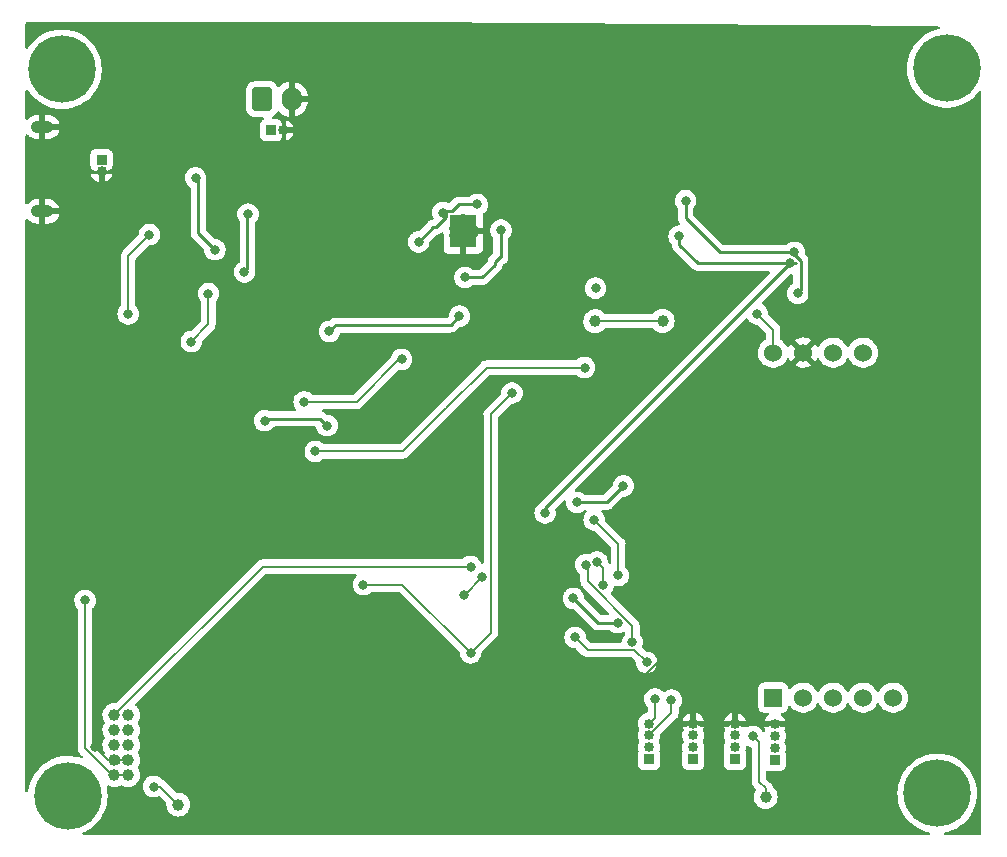
<source format=gbr>
%TF.GenerationSoftware,KiCad,Pcbnew,(5.99.0-8928-gc255dede17)*%
%TF.CreationDate,2021-02-10T00:55:28-08:00*%
%TF.ProjectId,smbpcb,736d6270-6362-42e6-9b69-6361645f7063,rev?*%
%TF.SameCoordinates,Original*%
%TF.FileFunction,Copper,L2,Bot*%
%TF.FilePolarity,Positive*%
%FSLAX46Y46*%
G04 Gerber Fmt 4.6, Leading zero omitted, Abs format (unit mm)*
G04 Created by KiCad (PCBNEW (5.99.0-8928-gc255dede17)) date 2021-02-10 00:55:28*
%MOMM*%
%LPD*%
G01*
G04 APERTURE LIST*
G04 Aperture macros list*
%AMRoundRect*
0 Rectangle with rounded corners*
0 $1 Rounding radius*
0 $2 $3 $4 $5 $6 $7 $8 $9 X,Y pos of 4 corners*
0 Add a 4 corners polygon primitive as box body*
4,1,4,$2,$3,$4,$5,$6,$7,$8,$9,$2,$3,0*
0 Add four circle primitives for the rounded corners*
1,1,$1+$1,$2,$3*
1,1,$1+$1,$4,$5*
1,1,$1+$1,$6,$7*
1,1,$1+$1,$8,$9*
0 Add four rect primitives between the rounded corners*
20,1,$1+$1,$2,$3,$4,$5,0*
20,1,$1+$1,$4,$5,$6,$7,0*
20,1,$1+$1,$6,$7,$8,$9,0*
20,1,$1+$1,$8,$9,$2,$3,0*%
G04 Aperture macros list end*
%TA.AperFunction,ComponentPad*%
%ADD10C,5.700000*%
%TD*%
%TA.AperFunction,ComponentPad*%
%ADD11R,0.850000X0.850000*%
%TD*%
%TA.AperFunction,ComponentPad*%
%ADD12O,0.850000X0.850000*%
%TD*%
%TA.AperFunction,ComponentPad*%
%ADD13C,0.600000*%
%TD*%
%TA.AperFunction,SMDPad,CuDef*%
%ADD14R,2.300000X2.800000*%
%TD*%
%TA.AperFunction,ComponentPad*%
%ADD15R,1.524000X1.524000*%
%TD*%
%TA.AperFunction,ComponentPad*%
%ADD16C,1.524000*%
%TD*%
%TA.AperFunction,ComponentPad*%
%ADD17O,1.900000X1.050000*%
%TD*%
%TA.AperFunction,ComponentPad*%
%ADD18C,1.000000*%
%TD*%
%TA.AperFunction,ComponentPad*%
%ADD19RoundRect,0.250000X-0.600000X-0.750000X0.600000X-0.750000X0.600000X0.750000X-0.600000X0.750000X0*%
%TD*%
%TA.AperFunction,ComponentPad*%
%ADD20O,1.700000X2.000000*%
%TD*%
%TA.AperFunction,ViaPad*%
%ADD21C,0.800000*%
%TD*%
%TA.AperFunction,ViaPad*%
%ADD22C,1.000000*%
%TD*%
%TA.AperFunction,Conductor*%
%ADD23C,0.250000*%
%TD*%
%TA.AperFunction,Conductor*%
%ADD24C,0.200000*%
%TD*%
G04 APERTURE END LIST*
D10*
%TO.P,REF\u002A\u002A,1*%
%TO.N,N/C*%
X148500000Y-16500000D03*
%TD*%
D11*
%TO.P,EXT_BATT1,1,Pin_1*%
%TO.N,Net-(BT1-Pad1)*%
X91300000Y-21750000D03*
D12*
%TO.P,EXT_BATT1,2,Pin_2*%
%TO.N,GND*%
X92300000Y-21750000D03*
%TD*%
D11*
%TO.P,AUX_CONN2,1,Pin_1*%
%TO.N,SDA*%
X127050000Y-75000000D03*
D12*
%TO.P,AUX_CONN2,2,Pin_2*%
%TO.N,SCL*%
X127050000Y-74000000D03*
%TO.P,AUX_CONN2,3,Pin_3*%
%TO.N,+5V*%
X127050000Y-73000000D03*
%TO.P,AUX_CONN2,4,Pin_4*%
%TO.N,GND*%
X127050000Y-72000000D03*
%TD*%
D13*
%TO.P,U2,11,PAD*%
%TO.N,GND*%
X107067200Y-31080600D03*
X108067200Y-31080600D03*
X107567200Y-30330600D03*
D14*
X107567200Y-30330600D03*
D13*
X108067200Y-29580600D03*
X107067200Y-29580600D03*
%TD*%
D15*
%TO.P,U6,1,Vout*%
%TO.N,unconnected-(U6-Pad1)*%
X133805000Y-69787500D03*
D16*
%TO.P,U6,2,RXD*%
%TO.N,Net-(R16-Pad2)*%
X136345000Y-69787500D03*
%TO.P,U6,3,TXD*%
%TO.N,Net-(Q3-Pad3)*%
X138885000Y-69787500D03*
%TO.P,U6,4,SR*%
%TO.N,unconnected-(U6-Pad4)*%
X141425000Y-69787500D03*
%TO.P,U6,5,HD*%
%TO.N,unconnected-(U6-Pad5)*%
X143965000Y-69787500D03*
%TO.P,U6,6,Vin*%
%TO.N,+5V*%
X133805000Y-40577500D03*
%TO.P,U6,7,GND*%
%TO.N,GND*%
X136345000Y-40577500D03*
%TO.P,U6,8,A0T*%
%TO.N,unconnected-(U6-Pad8)*%
X138885000Y-40577500D03*
%TO.P,U6,9,PWM*%
%TO.N,unconnected-(U6-Pad9)*%
X141425000Y-40577500D03*
%TD*%
D17*
%TO.P,J1,6,Shield*%
%TO.N,GND*%
X71950000Y-28625000D03*
X71950000Y-21475000D03*
%TD*%
D18*
%TO.P,J2,1,Pin_1*%
%TO.N,+5V*%
X78040000Y-76340000D03*
%TO.P,J2,2,Pin_2*%
X79200000Y-76340000D03*
%TO.P,J2,3,Pin_3*%
%TO.N,GND*%
X78040000Y-75070000D03*
%TO.P,J2,4,Pin_4*%
X79200000Y-75070000D03*
%TO.P,J2,5,Pin_5*%
%TO.N,Net-(J2-Pad5)*%
X78040000Y-73800000D03*
%TO.P,J2,6,Pin_6*%
%TO.N,unconnected-(J2-Pad6)*%
X79200000Y-73800000D03*
%TO.P,J2,7,Pin_7*%
%TO.N,ESP_RX2*%
X78040000Y-72530000D03*
%TO.P,J2,8,Pin_8*%
%TO.N,unconnected-(J2-Pad8)*%
X79200000Y-72530000D03*
%TO.P,J2,9,Pin_9*%
%TO.N,ESP_TX2*%
X78040000Y-71260000D03*
%TO.P,J2,10,Pin_10*%
%TO.N,Net-(J2-Pad10)*%
X79200000Y-71260000D03*
%TD*%
D10*
%TO.P,,1*%
%TO.N,N/C*%
X74100000Y-78100000D03*
%TD*%
D11*
%TO.P,5V_IN1,1,Pin_1*%
%TO.N,Net-(5V_IN1-Pad1)*%
X76950000Y-24250000D03*
D12*
%TO.P,5V_IN1,2,Pin_2*%
%TO.N,GND*%
X76950000Y-25250000D03*
%TD*%
D11*
%TO.P,AUX_CONN1,1,Pin_1*%
%TO.N,SDA*%
X123300000Y-75000000D03*
D12*
%TO.P,AUX_CONN1,2,Pin_2*%
%TO.N,SCL*%
X123300000Y-74000000D03*
%TO.P,AUX_CONN1,3,Pin_3*%
%TO.N,ESP_TX0*%
X123300000Y-73000000D03*
%TO.P,AUX_CONN1,4,Pin_4*%
%TO.N,ESP_RX0*%
X123300000Y-72000000D03*
%TD*%
D19*
%TO.P,BT1,1,+*%
%TO.N,Net-(BT1-Pad1)*%
X90550000Y-19132500D03*
D20*
%TO.P,BT1,2,-*%
%TO.N,GND*%
X93050000Y-19132500D03*
%TD*%
D11*
%TO.P,AUX_CONN3,1,Pin_1*%
%TO.N,SDA*%
X130580000Y-74987500D03*
D12*
%TO.P,AUX_CONN3,2,Pin_2*%
%TO.N,SCL*%
X130580000Y-73987500D03*
%TO.P,AUX_CONN3,3,Pin_3*%
%TO.N,+5V*%
X130580000Y-72987500D03*
%TO.P,AUX_CONN3,4,Pin_4*%
%TO.N,GND*%
X130580000Y-71987500D03*
%TD*%
D10*
%TO.P,REF\u002A\u002A,1*%
%TO.N,N/C*%
X147700000Y-77900000D03*
%TD*%
%TO.P,REF\u002A\u002A,1*%
%TO.N,N/C*%
X73600000Y-16600000D03*
%TD*%
D11*
%TO.P,AUX_CONN4,1,Pin_1*%
%TO.N,SDA*%
X133950000Y-75050000D03*
D12*
%TO.P,AUX_CONN4,2,Pin_2*%
%TO.N,SCL*%
X133950000Y-74050000D03*
%TO.P,AUX_CONN4,3,Pin_3*%
%TO.N,+3V3*%
X133950000Y-73050000D03*
%TO.P,AUX_CONN4,4,Pin_4*%
%TO.N,GND*%
X133950000Y-72050000D03*
%TD*%
D21*
%TO.N,GND*%
X139192000Y-21945600D03*
X83015600Y-33570400D03*
X113574000Y-29500000D03*
X107814010Y-45093990D03*
X125150000Y-64800000D03*
X102300000Y-50500000D03*
X122047000Y-59055000D03*
X93853000Y-26543000D03*
X118969000Y-51719000D03*
X146583800Y-34436300D03*
X116650000Y-62950000D03*
X95885000Y-42672000D03*
X96675400Y-28476400D03*
X119950000Y-68850000D03*
X119992510Y-42522510D03*
X105025180Y-32515820D03*
X76400000Y-74000000D03*
X139344400Y-23469600D03*
X143205200Y-28600400D03*
%TO.N,Net-(C3-Pad1)*%
X103799017Y-31209400D03*
X105851980Y-28729286D03*
X108761000Y-28044600D03*
%TO.N,+3V3*%
X99125000Y-60225000D03*
X111700000Y-44000000D03*
X108200000Y-66000000D03*
D22*
%TO.N,+5V*%
X124450000Y-37900000D03*
X133175000Y-78200000D03*
D21*
X132475000Y-37300000D03*
D22*
X83450000Y-78850000D03*
D21*
X96037400Y-46761400D03*
X132100000Y-73075000D03*
X81350000Y-77325000D03*
D22*
X118750000Y-37925000D03*
D21*
X90754200Y-46355000D03*
X75554600Y-61554600D03*
X118775000Y-35125000D03*
%TO.N,Net-(L1-Pad2)*%
X110767600Y-30203600D03*
X107716800Y-34216800D03*
%TO.N,Net-(Q2-Pad3)*%
X116900000Y-61400000D03*
X120650000Y-63450000D03*
%TO.N,Net-(Q3-Pad2)*%
X123100000Y-66800000D03*
X117050000Y-64700000D03*
%TO.N,SCL*%
X135248153Y-33037607D03*
X125850000Y-30725000D03*
X114503200Y-54152800D03*
%TO.N,SDA*%
X135610600Y-32105600D03*
X135890000Y-35560000D03*
X126400000Y-27725000D03*
X117195600Y-53263800D03*
X121132600Y-51866800D03*
%TO.N,Net-(D4-Pad1)*%
X81000000Y-30600000D03*
X79200000Y-37300000D03*
%TO.N,EN*%
X117850000Y-41850000D03*
X95050000Y-48950000D03*
%TO.N,CO*%
X107250000Y-37500000D03*
X96240600Y-38785800D03*
%TO.N,NO2*%
X102350000Y-41150000D03*
X94100000Y-44750000D03*
%TO.N,ESP_RX0*%
X118650000Y-54750000D03*
X120700000Y-59450000D03*
X123800000Y-69900000D03*
%TO.N,ESP_TX0*%
X125200000Y-70000000D03*
X117950000Y-58550000D03*
X121900000Y-65100000D03*
%TO.N,ESP_TX1*%
X119400000Y-60300000D03*
X118900000Y-58300000D03*
%TO.N,ESP_RX2*%
X109200000Y-59600000D03*
X107600000Y-61100000D03*
%TO.N,ESP_TX2*%
X108200000Y-58700000D03*
%TO.N,Net-(C1-Pad1)*%
X86550000Y-31875000D03*
X86000000Y-35600000D03*
X84910400Y-25789600D03*
X84550000Y-39650000D03*
%TO.N,Net-(BT1-Pad1)*%
X89050600Y-33759600D03*
X89350000Y-28850000D03*
%TD*%
D23*
%TO.N,GND*%
X139192000Y-21945600D02*
X139192000Y-23317200D01*
D24*
X77470000Y-75070000D02*
X76400000Y-74000000D01*
X125150000Y-65677977D02*
X123027977Y-67800000D01*
X107706010Y-45093990D02*
X107814010Y-45093990D01*
X125150000Y-62158000D02*
X122047000Y-59055000D01*
X120025000Y-68850000D02*
X119950000Y-68850000D01*
X121300000Y-68350000D02*
X120525000Y-68350000D01*
D23*
X139192000Y-23317200D02*
X139344400Y-23469600D01*
D24*
X121850000Y-67800000D02*
X121300000Y-68350000D01*
X79200000Y-75070000D02*
X77470000Y-75070000D01*
X125150000Y-64800000D02*
X125150000Y-65677977D01*
X120525000Y-68350000D02*
X120025000Y-68850000D01*
X123027977Y-67800000D02*
X121850000Y-67800000D01*
X125150000Y-64800000D02*
X125150000Y-62158000D01*
X93804189Y-26503189D02*
X93903800Y-26602800D01*
X102300000Y-50500000D02*
X107706010Y-45093990D01*
D23*
%TO.N,Net-(C3-Pad1)*%
X105257600Y-29972000D02*
X105036417Y-29972000D01*
X103799017Y-31209400D02*
X105036417Y-29972000D01*
X106092189Y-29137411D02*
X105257600Y-29972000D01*
X106157191Y-28605589D02*
X106092189Y-28670591D01*
X106624011Y-28605589D02*
X106157191Y-28605589D01*
X107185000Y-28044600D02*
X106624011Y-28605589D01*
X108761000Y-28044600D02*
X107185000Y-28044600D01*
X106092189Y-28670591D02*
X106092189Y-29137411D01*
D24*
%TO.N,+3V3*%
X102425000Y-60225000D02*
X108200000Y-66000000D01*
X109900000Y-64300000D02*
X108200000Y-66000000D01*
X99125000Y-60225000D02*
X102425000Y-60225000D01*
X109900000Y-45800000D02*
X109900000Y-64300000D01*
X111700000Y-44000000D02*
X109900000Y-45800000D01*
%TO.N,+5V*%
X78040000Y-76340000D02*
X77812023Y-76340000D01*
X81925000Y-77325000D02*
X83450000Y-78850000D01*
X133805000Y-38630000D02*
X132475000Y-37300000D01*
X118725000Y-37900000D02*
X124450000Y-37900000D01*
X132600000Y-76900000D02*
X132600000Y-73575000D01*
X132600000Y-73575000D02*
X132100000Y-73075000D01*
X133175000Y-77475000D02*
X132600000Y-76900000D01*
X133175000Y-78200000D02*
X133175000Y-77475000D01*
D23*
X90754200Y-46355000D02*
X90906600Y-46202600D01*
D24*
X133805000Y-40577500D02*
X133805000Y-38630000D01*
X81350000Y-77325000D02*
X81925000Y-77325000D01*
D23*
X95478600Y-46202600D02*
X96037400Y-46761400D01*
D24*
X79200000Y-76340000D02*
X78040000Y-76340000D01*
D23*
X90906600Y-46202600D02*
X95478600Y-46202600D01*
D24*
X77812023Y-76340000D02*
X75554600Y-74082577D01*
X75554600Y-74082577D02*
X75554600Y-61554600D01*
D23*
%TO.N,Net-(L1-Pad2)*%
X110767600Y-30203600D02*
X110767600Y-32501189D01*
X110649994Y-32501189D02*
X110272989Y-32878194D01*
X110272989Y-33135411D02*
X109191600Y-34216800D01*
X110272989Y-32878194D02*
X110272989Y-33135411D01*
X109191600Y-34216800D02*
X107716800Y-34216800D01*
X110767600Y-32501189D02*
X110649994Y-32501189D01*
%TO.N,Net-(Q2-Pad3)*%
X118950000Y-63450000D02*
X116900000Y-61400000D01*
X120650000Y-63450000D02*
X118950000Y-63450000D01*
D24*
%TO.N,Net-(Q3-Pad2)*%
X118100000Y-65750000D02*
X117050000Y-64700000D01*
X122050000Y-65750000D02*
X118100000Y-65750000D01*
X123100000Y-66800000D02*
X122050000Y-65750000D01*
D23*
%TO.N,SCL*%
X135255000Y-33020000D02*
X135712200Y-33020000D01*
X114503200Y-53782560D02*
X114503200Y-54152800D01*
X135255000Y-33030760D02*
X135248153Y-33037607D01*
X135255000Y-33020000D02*
X135255000Y-33030760D01*
X135248153Y-33037607D02*
X114503200Y-53782560D01*
X125850000Y-31438200D02*
X127431800Y-33020000D01*
X125850000Y-30725000D02*
X125850000Y-31438200D01*
X127431800Y-33020000D02*
X135255000Y-33020000D01*
%TO.N,SDA*%
X136162220Y-35287780D02*
X135890000Y-35560000D01*
X121132600Y-51866800D02*
X119735600Y-53263800D01*
X119735600Y-53263800D02*
X117195600Y-53263800D01*
X126400000Y-29219600D02*
X129286000Y-32105600D01*
X135434224Y-32105600D02*
X136162220Y-32833596D01*
X129286000Y-32105600D02*
X135610600Y-32105600D01*
X126400000Y-27725000D02*
X126400000Y-29219600D01*
X136162220Y-32833596D02*
X136162220Y-35287780D01*
D24*
%TO.N,Net-(D4-Pad1)*%
X81000000Y-30600000D02*
X79200000Y-32400000D01*
X79200000Y-37350000D02*
X79200000Y-37300000D01*
X79200000Y-32400000D02*
X79200000Y-37350000D01*
%TO.N,EN*%
X109550000Y-41850000D02*
X117850000Y-41850000D01*
X106150000Y-45250000D02*
X109550000Y-41850000D01*
X95050000Y-48950000D02*
X102450000Y-48950000D01*
X102450000Y-48950000D02*
X106150000Y-45250000D01*
D23*
%TO.N,CO*%
X96776400Y-38250000D02*
X106500000Y-38250000D01*
X106500000Y-38250000D02*
X107250000Y-37500000D01*
X96240600Y-38785800D02*
X96776400Y-38250000D01*
D24*
%TO.N,NO2*%
X98550000Y-44750000D02*
X94100000Y-44750000D01*
X102350000Y-41150000D02*
X102150000Y-41150000D01*
X102150000Y-41150000D02*
X98550000Y-44750000D01*
%TO.N,ESP_RX0*%
X120700000Y-56800000D02*
X118650000Y-54750000D01*
X123800000Y-69900000D02*
X123800000Y-71500000D01*
X120700000Y-59450000D02*
X120700000Y-56800000D01*
X123800000Y-71500000D02*
X123300000Y-72000000D01*
%TO.N,ESP_TX0*%
X121900000Y-63727977D02*
X118100000Y-59927977D01*
X125200000Y-71100000D02*
X123300000Y-73000000D01*
X117950000Y-58450000D02*
X117950000Y-58550000D01*
X118100000Y-58500000D02*
X118000000Y-58400000D01*
X118100000Y-59927977D02*
X118100000Y-58500000D01*
X118000000Y-58400000D02*
X117950000Y-58450000D01*
X121900000Y-65100000D02*
X121900000Y-63727977D01*
X125200000Y-70000000D02*
X125200000Y-71100000D01*
%TO.N,ESP_TX1*%
X119400000Y-58800000D02*
X118900000Y-58300000D01*
X119400000Y-60300000D02*
X119400000Y-58800000D01*
%TO.N,ESP_RX2*%
X107700000Y-61100000D02*
X109200000Y-59600000D01*
X107600000Y-61100000D02*
X107700000Y-61100000D01*
%TO.N,ESP_TX2*%
X78040000Y-71260000D02*
X90600000Y-58700000D01*
X90600000Y-58700000D02*
X108200000Y-58700000D01*
%TO.N,Net-(C1-Pad1)*%
X86000000Y-38200000D02*
X86000000Y-35600000D01*
D23*
X84910400Y-25631600D02*
X85125000Y-25846200D01*
D24*
X84550000Y-39650000D02*
X86000000Y-38200000D01*
D23*
X85125000Y-30450000D02*
X86550000Y-31875000D01*
X85125000Y-25846200D02*
X85125000Y-30450000D01*
%TO.N,Net-(BT1-Pad1)*%
X89050600Y-33759600D02*
X89300000Y-33510200D01*
X89300000Y-33510200D02*
X89300000Y-28900000D01*
X89300000Y-28900000D02*
X89350000Y-28850000D01*
%TD*%
%TA.AperFunction,Conductor*%
%TO.N,GND*%
G36*
X102687750Y-12608004D02*
G01*
X147785541Y-12963554D01*
X147853502Y-12984092D01*
X147899571Y-13038113D01*
X147909120Y-13108464D01*
X147879119Y-13172811D01*
X147819092Y-13210722D01*
X147811402Y-13212655D01*
X147606802Y-13257265D01*
X147261813Y-13372697D01*
X146931309Y-13524712D01*
X146619155Y-13711532D01*
X146329003Y-13930972D01*
X146326521Y-13933311D01*
X146326515Y-13933316D01*
X146220398Y-14033316D01*
X146064248Y-14180465D01*
X146062036Y-14183055D01*
X146062034Y-14183057D01*
X146054751Y-14191584D01*
X145827986Y-14457091D01*
X145826067Y-14459903D01*
X145826064Y-14459908D01*
X145751478Y-14569248D01*
X145622982Y-14757616D01*
X145451634Y-15078523D01*
X145315945Y-15416059D01*
X145315025Y-15419333D01*
X145315023Y-15419338D01*
X145283785Y-15530473D01*
X145217504Y-15766275D01*
X145216943Y-15769628D01*
X145216942Y-15769632D01*
X145198287Y-15881111D01*
X145157462Y-16125074D01*
X145136520Y-16488259D01*
X145154926Y-16851581D01*
X145155463Y-16854936D01*
X145155464Y-16854942D01*
X145176551Y-16986591D01*
X145212462Y-17210791D01*
X145308456Y-17561686D01*
X145388313Y-17764416D01*
X145435697Y-17884706D01*
X145441784Y-17900160D01*
X145454901Y-17925145D01*
X145609304Y-18219240D01*
X145609309Y-18219248D01*
X145610888Y-18222256D01*
X145612782Y-18225074D01*
X145612787Y-18225083D01*
X145786376Y-18483410D01*
X145813789Y-18524205D01*
X146048114Y-18802474D01*
X146311121Y-19053809D01*
X146599733Y-19275269D01*
X146602651Y-19277043D01*
X146907661Y-19462492D01*
X146907666Y-19462495D01*
X146910576Y-19464264D01*
X146913664Y-19465710D01*
X146913663Y-19465710D01*
X147236927Y-19617139D01*
X147236937Y-19617143D01*
X147240011Y-19618583D01*
X147243229Y-19619685D01*
X147243232Y-19619686D01*
X147580962Y-19735317D01*
X147580970Y-19735319D01*
X147584185Y-19736420D01*
X147939073Y-19816398D01*
X147992112Y-19822441D01*
X148297140Y-19857195D01*
X148297148Y-19857195D01*
X148300523Y-19857580D01*
X148303927Y-19857598D01*
X148303930Y-19857598D01*
X148500796Y-19858628D01*
X148664306Y-19859484D01*
X148667691Y-19859134D01*
X148667695Y-19859134D01*
X149022775Y-19822441D01*
X149022784Y-19822440D01*
X149026167Y-19822090D01*
X149029500Y-19821376D01*
X149029503Y-19821375D01*
X149204688Y-19783818D01*
X149381873Y-19745833D01*
X149727263Y-19631606D01*
X150058296Y-19480746D01*
X150061233Y-19479002D01*
X150061239Y-19478999D01*
X150368166Y-19296758D01*
X150371100Y-19295016D01*
X150662016Y-19076590D01*
X150927641Y-18828024D01*
X150929853Y-18825452D01*
X150929860Y-18825445D01*
X151162640Y-18554811D01*
X151164866Y-18552223D01*
X151212160Y-18483410D01*
X151267228Y-18438599D01*
X151337781Y-18430674D01*
X151401419Y-18462151D01*
X151437936Y-18523036D01*
X151442000Y-18554777D01*
X151442000Y-81311800D01*
X151421998Y-81379921D01*
X151368342Y-81426414D01*
X151316000Y-81437800D01*
X148408800Y-81437800D01*
X148340679Y-81417798D01*
X148294186Y-81364142D01*
X148284082Y-81293868D01*
X148313576Y-81229288D01*
X148373302Y-81190904D01*
X148382388Y-81188599D01*
X148581873Y-81145833D01*
X148927263Y-81031606D01*
X149258296Y-80880746D01*
X149261233Y-80879002D01*
X149261239Y-80878999D01*
X149568166Y-80696758D01*
X149571100Y-80695016D01*
X149862016Y-80476590D01*
X150127641Y-80228024D01*
X150129853Y-80225452D01*
X150129860Y-80225445D01*
X150362640Y-79954811D01*
X150364866Y-79952223D01*
X150536888Y-79701930D01*
X150568988Y-79655225D01*
X150568993Y-79655218D01*
X150570918Y-79652416D01*
X150572530Y-79649422D01*
X150572535Y-79649414D01*
X150704755Y-79403854D01*
X150743386Y-79332109D01*
X150880252Y-78995048D01*
X150888853Y-78964856D01*
X150948958Y-78753854D01*
X150979915Y-78645178D01*
X150991300Y-78578571D01*
X151040637Y-78289938D01*
X151040637Y-78289936D01*
X151041209Y-78286591D01*
X151043351Y-78251581D01*
X151063308Y-77925278D01*
X151063418Y-77923481D01*
X151063500Y-77900000D01*
X151043827Y-77536744D01*
X150985037Y-77177738D01*
X150887819Y-76827180D01*
X150884699Y-76819338D01*
X150754569Y-76492337D01*
X150753310Y-76489173D01*
X150689310Y-76368299D01*
X150584677Y-76170681D01*
X150584675Y-76170678D01*
X150583082Y-76167669D01*
X150379128Y-75866431D01*
X150143834Y-75588981D01*
X150137592Y-75583057D01*
X149882418Y-75340907D01*
X149882417Y-75340906D01*
X149879951Y-75338566D01*
X149606440Y-75130206D01*
X149593274Y-75120176D01*
X149593272Y-75120174D01*
X149590567Y-75118114D01*
X149587655Y-75116357D01*
X149587650Y-75116354D01*
X149281990Y-74931968D01*
X149281981Y-74931963D01*
X149279068Y-74930206D01*
X149271018Y-74926469D01*
X148952177Y-74778468D01*
X148952175Y-74778467D01*
X148949096Y-74777038D01*
X148945884Y-74775951D01*
X148945877Y-74775948D01*
X148607748Y-74661498D01*
X148607743Y-74661496D01*
X148604512Y-74660403D01*
X148590358Y-74657265D01*
X148461919Y-74628791D01*
X148249347Y-74581665D01*
X148075757Y-74562500D01*
X147891137Y-74542117D01*
X147891132Y-74542117D01*
X147887756Y-74541744D01*
X147884358Y-74541738D01*
X147884357Y-74541738D01*
X147709846Y-74541434D01*
X147523968Y-74541110D01*
X147408674Y-74553431D01*
X147165623Y-74579405D01*
X147165615Y-74579406D01*
X147162240Y-74579767D01*
X146806802Y-74657265D01*
X146461813Y-74772697D01*
X146458720Y-74774119D01*
X146458719Y-74774120D01*
X146421824Y-74791090D01*
X146131309Y-74924712D01*
X146128375Y-74926468D01*
X146128373Y-74926469D01*
X146124527Y-74928771D01*
X145819155Y-75111532D01*
X145529003Y-75330972D01*
X145526521Y-75333311D01*
X145526515Y-75333316D01*
X145275703Y-75569670D01*
X145264248Y-75580465D01*
X145262036Y-75583055D01*
X145262034Y-75583057D01*
X145254751Y-75591584D01*
X145027986Y-75857091D01*
X145026067Y-75859903D01*
X145026064Y-75859908D01*
X144832855Y-76143143D01*
X144822982Y-76157616D01*
X144651634Y-76478523D01*
X144515945Y-76816059D01*
X144515025Y-76819333D01*
X144515023Y-76819338D01*
X144418791Y-77161697D01*
X144417504Y-77166275D01*
X144416943Y-77169628D01*
X144416942Y-77169632D01*
X144382117Y-77377738D01*
X144357462Y-77525074D01*
X144336520Y-77888259D01*
X144336692Y-77891654D01*
X144336692Y-77891655D01*
X144351286Y-78179724D01*
X144354926Y-78251581D01*
X144355463Y-78254936D01*
X144355464Y-78254942D01*
X144390449Y-78473357D01*
X144412462Y-78610791D01*
X144508456Y-78961686D01*
X144641784Y-79300160D01*
X144643367Y-79303175D01*
X144809304Y-79619240D01*
X144809309Y-79619248D01*
X144810888Y-79622256D01*
X144812782Y-79625074D01*
X144812787Y-79625083D01*
X144965549Y-79852416D01*
X145013789Y-79924205D01*
X145248114Y-80202474D01*
X145511121Y-80453809D01*
X145799733Y-80675269D01*
X145828840Y-80692966D01*
X146107661Y-80862492D01*
X146107666Y-80862495D01*
X146110576Y-80864264D01*
X146113664Y-80865710D01*
X146113663Y-80865710D01*
X146436927Y-81017139D01*
X146436937Y-81017143D01*
X146440011Y-81018583D01*
X146443229Y-81019685D01*
X146443232Y-81019686D01*
X146780962Y-81135317D01*
X146780970Y-81135319D01*
X146784185Y-81136420D01*
X146787513Y-81137170D01*
X147016980Y-81188883D01*
X147079037Y-81223372D01*
X147112596Y-81285936D01*
X147107003Y-81356712D01*
X147064034Y-81413229D01*
X146997330Y-81437543D01*
X146989279Y-81437800D01*
X75455132Y-81437800D01*
X75387011Y-81417798D01*
X75340518Y-81364142D01*
X75330414Y-81293868D01*
X75359908Y-81229288D01*
X75402881Y-81197145D01*
X75536130Y-81136420D01*
X75658296Y-81080746D01*
X75661233Y-81079002D01*
X75661239Y-81078999D01*
X75968166Y-80896758D01*
X75971100Y-80895016D01*
X76262016Y-80676590D01*
X76527641Y-80428024D01*
X76529853Y-80425452D01*
X76529860Y-80425445D01*
X76762640Y-80154811D01*
X76764866Y-80152223D01*
X76900544Y-79954811D01*
X76968988Y-79855225D01*
X76968993Y-79855218D01*
X76970918Y-79852416D01*
X76972530Y-79849422D01*
X76972535Y-79849414D01*
X77113431Y-79587742D01*
X77143386Y-79532109D01*
X77280252Y-79195048D01*
X77288853Y-79164856D01*
X77378981Y-78848456D01*
X77379915Y-78845178D01*
X77402827Y-78711136D01*
X77440637Y-78489938D01*
X77440637Y-78489936D01*
X77441209Y-78486591D01*
X77442019Y-78473357D01*
X77463308Y-78125278D01*
X77463418Y-78123481D01*
X77463500Y-78100000D01*
X77443827Y-77736744D01*
X77385037Y-77377738D01*
X77384122Y-77374437D01*
X77383394Y-77371128D01*
X77384306Y-77370928D01*
X77385315Y-77303900D01*
X77424593Y-77244759D01*
X77489610Y-77216241D01*
X77559724Y-77227401D01*
X77567133Y-77231226D01*
X77591348Y-77244759D01*
X77634246Y-77268734D01*
X77822366Y-77329857D01*
X78018775Y-77353278D01*
X78024910Y-77352806D01*
X78024912Y-77352806D01*
X78209850Y-77338576D01*
X78209854Y-77338575D01*
X78215992Y-77338103D01*
X78406507Y-77284910D01*
X78485992Y-77244759D01*
X78565573Y-77204560D01*
X78635396Y-77191700D01*
X78683854Y-77207038D01*
X78738750Y-77237718D01*
X78794246Y-77268734D01*
X78982366Y-77329857D01*
X79178775Y-77353278D01*
X79184910Y-77352806D01*
X79184912Y-77352806D01*
X79369850Y-77338576D01*
X79369854Y-77338575D01*
X79375992Y-77338103D01*
X79422921Y-77325000D01*
X80436500Y-77325000D01*
X80437190Y-77331565D01*
X80439423Y-77352806D01*
X80456462Y-77514927D01*
X80458502Y-77521205D01*
X80458502Y-77521206D01*
X80459759Y-77525074D01*
X80515476Y-77696554D01*
X80518779Y-77702276D01*
X80518780Y-77702277D01*
X80538680Y-77736744D01*
X80610963Y-77861942D01*
X80615381Y-77866849D01*
X80615382Y-77866850D01*
X80734327Y-77998952D01*
X80738749Y-78003863D01*
X80744091Y-78007744D01*
X80744093Y-78007746D01*
X80871071Y-78100000D01*
X80893250Y-78116114D01*
X80899278Y-78118798D01*
X80899280Y-78118799D01*
X81036120Y-78179724D01*
X81067713Y-78193790D01*
X81161113Y-78213643D01*
X81248056Y-78232124D01*
X81248061Y-78232124D01*
X81254513Y-78233496D01*
X81445487Y-78233496D01*
X81451939Y-78232124D01*
X81451944Y-78232124D01*
X81538887Y-78213643D01*
X81632287Y-78193790D01*
X81663880Y-78179724D01*
X81761417Y-78136298D01*
X81831784Y-78126864D01*
X81896081Y-78156971D01*
X81901761Y-78162310D01*
X82407708Y-78668257D01*
X82441734Y-78730569D01*
X82443828Y-78771396D01*
X82439041Y-78814080D01*
X82436599Y-78835849D01*
X82453150Y-79032956D01*
X82460476Y-79058504D01*
X82504722Y-79212806D01*
X82507672Y-79223094D01*
X82598086Y-79399021D01*
X82720949Y-79554036D01*
X82725636Y-79558025D01*
X82725639Y-79558028D01*
X82836545Y-79652416D01*
X82871582Y-79682235D01*
X82876960Y-79685241D01*
X82876962Y-79685242D01*
X82918585Y-79708504D01*
X83044246Y-79778734D01*
X83232366Y-79839857D01*
X83428775Y-79863278D01*
X83434910Y-79862806D01*
X83434912Y-79862806D01*
X83619850Y-79848576D01*
X83619854Y-79848575D01*
X83625992Y-79848103D01*
X83816507Y-79794910D01*
X83993060Y-79705726D01*
X84019279Y-79685242D01*
X84144073Y-79587742D01*
X84148929Y-79583948D01*
X84171303Y-79558028D01*
X84274147Y-79438882D01*
X84274148Y-79438880D01*
X84278176Y-79434214D01*
X84375878Y-79262228D01*
X84438314Y-79074539D01*
X84463105Y-78878299D01*
X84463500Y-78850000D01*
X84444198Y-78653143D01*
X84387027Y-78463785D01*
X84294166Y-78289138D01*
X84190728Y-78162310D01*
X84173045Y-78140628D01*
X84173042Y-78140625D01*
X84169150Y-78135853D01*
X84164401Y-78131924D01*
X84021491Y-78013698D01*
X84021486Y-78013695D01*
X84016742Y-78009770D01*
X84011323Y-78006840D01*
X84011320Y-78006838D01*
X83848165Y-77918621D01*
X83848161Y-77918619D01*
X83842747Y-77915692D01*
X83836867Y-77913872D01*
X83836865Y-77913871D01*
X83754126Y-77888259D01*
X83653792Y-77857200D01*
X83647674Y-77856557D01*
X83647669Y-77856556D01*
X83463205Y-77837169D01*
X83463203Y-77837169D01*
X83457076Y-77836525D01*
X83369200Y-77844523D01*
X83299548Y-77830778D01*
X83268686Y-77808137D01*
X82387971Y-76927422D01*
X82377104Y-76915031D01*
X82363836Y-76897740D01*
X82358810Y-76891190D01*
X82231750Y-76793693D01*
X82224120Y-76790533D01*
X82224119Y-76790532D01*
X82170461Y-76768307D01*
X82170459Y-76768306D01*
X82091417Y-76735565D01*
X82083786Y-76732404D01*
X82075598Y-76731326D01*
X82067619Y-76729188D01*
X82068204Y-76727005D01*
X82014047Y-76703044D01*
X82001790Y-76691159D01*
X81965676Y-76651050D01*
X81965669Y-76651044D01*
X81961251Y-76646137D01*
X81955909Y-76642256D01*
X81955907Y-76642254D01*
X81812092Y-76537767D01*
X81812091Y-76537766D01*
X81806750Y-76533886D01*
X81800722Y-76531202D01*
X81800720Y-76531201D01*
X81638318Y-76458895D01*
X81638317Y-76458895D01*
X81632287Y-76456210D01*
X81538887Y-76436357D01*
X81451944Y-76417876D01*
X81451939Y-76417876D01*
X81445487Y-76416504D01*
X81254513Y-76416504D01*
X81248061Y-76417876D01*
X81248056Y-76417876D01*
X81161113Y-76436357D01*
X81067713Y-76456210D01*
X81061683Y-76458895D01*
X81061682Y-76458895D01*
X80899280Y-76531201D01*
X80899278Y-76531202D01*
X80893250Y-76533886D01*
X80887909Y-76537766D01*
X80887908Y-76537767D01*
X80744093Y-76642254D01*
X80744091Y-76642256D01*
X80738749Y-76646137D01*
X80734328Y-76651047D01*
X80734327Y-76651048D01*
X80638396Y-76757591D01*
X80610963Y-76788058D01*
X80515476Y-76953446D01*
X80496441Y-77012029D01*
X80483910Y-77050598D01*
X80456462Y-77135073D01*
X80455772Y-77141636D01*
X80455772Y-77141637D01*
X80449170Y-77204450D01*
X80436500Y-77325000D01*
X79422921Y-77325000D01*
X79566507Y-77284910D01*
X79743060Y-77195726D01*
X79761767Y-77181111D01*
X79894073Y-77077742D01*
X79898929Y-77073948D01*
X79905430Y-77066417D01*
X80024147Y-76928882D01*
X80024148Y-76928880D01*
X80028176Y-76924214D01*
X80125878Y-76752228D01*
X80188314Y-76564539D01*
X80213105Y-76368299D01*
X80213500Y-76340000D01*
X80194198Y-76143143D01*
X80137027Y-75953785D01*
X80044166Y-75779138D01*
X80040268Y-75774358D01*
X80039548Y-75773275D01*
X80018508Y-75705467D01*
X80034937Y-75641306D01*
X80122374Y-75487389D01*
X80127370Y-75476167D01*
X80185878Y-75300285D01*
X80188599Y-75288307D01*
X80212162Y-75101789D01*
X80212654Y-75094760D01*
X80212951Y-75073505D01*
X80212658Y-75066512D01*
X80194309Y-74879374D01*
X80191926Y-74867339D01*
X80138346Y-74689876D01*
X80133671Y-74678534D01*
X80046645Y-74514862D01*
X80039575Y-74504219D01*
X80018540Y-74436410D01*
X80034969Y-74372257D01*
X80094068Y-74268223D01*
X80125878Y-74212228D01*
X80188314Y-74024539D01*
X80213105Y-73828299D01*
X80213500Y-73800000D01*
X80194198Y-73603143D01*
X80137027Y-73413785D01*
X80044166Y-73239138D01*
X80040268Y-73234359D01*
X80039857Y-73233740D01*
X80018816Y-73165933D01*
X80035245Y-73101770D01*
X80043366Y-73087475D01*
X80125878Y-72942228D01*
X80188314Y-72754539D01*
X80213105Y-72558299D01*
X80213500Y-72530000D01*
X80194198Y-72333143D01*
X80137027Y-72143785D01*
X80060576Y-72000000D01*
X122361500Y-72000000D01*
X122362190Y-72006565D01*
X122381179Y-72187235D01*
X122382008Y-72195125D01*
X122442638Y-72381722D01*
X122445941Y-72387443D01*
X122474553Y-72437000D01*
X122491291Y-72505995D01*
X122474553Y-72562999D01*
X122442638Y-72618278D01*
X122382008Y-72804875D01*
X122381318Y-72811441D01*
X122381317Y-72811445D01*
X122368187Y-72936375D01*
X122361500Y-73000000D01*
X122362190Y-73006565D01*
X122380004Y-73176055D01*
X122382008Y-73195125D01*
X122400296Y-73251408D01*
X122436536Y-73362941D01*
X122442638Y-73381722D01*
X122445941Y-73387443D01*
X122474553Y-73437000D01*
X122491291Y-73505995D01*
X122474553Y-73562999D01*
X122442638Y-73618278D01*
X122382008Y-73804875D01*
X122381318Y-73811441D01*
X122381317Y-73811445D01*
X122365755Y-73959516D01*
X122361500Y-74000000D01*
X122362190Y-74006565D01*
X122380004Y-74176055D01*
X122382008Y-74195125D01*
X122384049Y-74201407D01*
X122384050Y-74201411D01*
X122411623Y-74286271D01*
X122413651Y-74357238D01*
X122406404Y-74377549D01*
X122386042Y-74422135D01*
X122386041Y-74422138D01*
X122382300Y-74430330D01*
X122381018Y-74439245D01*
X122381018Y-74439246D01*
X122362139Y-74570552D01*
X122362138Y-74570559D01*
X122361500Y-74575000D01*
X122361500Y-75425000D01*
X122366727Y-75498079D01*
X122381460Y-75548254D01*
X122404245Y-75625853D01*
X122407904Y-75638316D01*
X122412775Y-75645895D01*
X122482051Y-75753691D01*
X122482053Y-75753694D01*
X122486923Y-75761271D01*
X122493733Y-75767172D01*
X122590569Y-75851082D01*
X122590572Y-75851084D01*
X122597381Y-75856984D01*
X122605579Y-75860728D01*
X122633093Y-75873293D01*
X122730330Y-75917700D01*
X122739245Y-75918982D01*
X122739246Y-75918982D01*
X122870552Y-75937861D01*
X122870559Y-75937862D01*
X122875000Y-75938500D01*
X123725000Y-75938500D01*
X123798079Y-75933273D01*
X123887612Y-75906984D01*
X123929670Y-75894635D01*
X123929672Y-75894634D01*
X123938316Y-75892096D01*
X123988401Y-75859908D01*
X124053691Y-75817949D01*
X124053694Y-75817947D01*
X124061271Y-75813077D01*
X124089530Y-75780465D01*
X124151082Y-75709431D01*
X124151084Y-75709428D01*
X124156984Y-75702619D01*
X124162693Y-75690119D01*
X124213958Y-75577864D01*
X124213958Y-75577863D01*
X124217700Y-75569670D01*
X124223560Y-75528913D01*
X124237861Y-75429448D01*
X124237862Y-75429441D01*
X124238500Y-75425000D01*
X124238500Y-74575000D01*
X124233273Y-74501921D01*
X124192096Y-74361684D01*
X124193840Y-74361172D01*
X124185295Y-74301723D01*
X124190179Y-74280723D01*
X124193547Y-74270357D01*
X124217992Y-74195125D01*
X124219997Y-74176055D01*
X124237810Y-74006565D01*
X124238500Y-74000000D01*
X124234245Y-73959516D01*
X124218683Y-73811445D01*
X124218682Y-73811441D01*
X124217992Y-73804875D01*
X124157362Y-73618278D01*
X124125447Y-73563000D01*
X124108709Y-73494005D01*
X124125447Y-73437000D01*
X124154059Y-73387443D01*
X124157362Y-73381722D01*
X124163465Y-73362941D01*
X124199704Y-73251408D01*
X124217992Y-73195125D01*
X124219997Y-73176055D01*
X124237810Y-73006565D01*
X124238500Y-73000000D01*
X126111500Y-73000000D01*
X126112190Y-73006565D01*
X126130004Y-73176055D01*
X126132008Y-73195125D01*
X126150296Y-73251408D01*
X126186536Y-73362941D01*
X126192638Y-73381722D01*
X126195941Y-73387443D01*
X126224553Y-73437000D01*
X126241291Y-73505995D01*
X126224553Y-73562999D01*
X126192638Y-73618278D01*
X126132008Y-73804875D01*
X126131318Y-73811441D01*
X126131317Y-73811445D01*
X126115755Y-73959516D01*
X126111500Y-74000000D01*
X126112190Y-74006565D01*
X126130004Y-74176055D01*
X126132008Y-74195125D01*
X126134049Y-74201407D01*
X126134050Y-74201411D01*
X126161623Y-74286271D01*
X126163651Y-74357238D01*
X126156404Y-74377549D01*
X126136042Y-74422135D01*
X126136041Y-74422138D01*
X126132300Y-74430330D01*
X126131018Y-74439245D01*
X126131018Y-74439246D01*
X126112139Y-74570552D01*
X126112138Y-74570559D01*
X126111500Y-74575000D01*
X126111500Y-75425000D01*
X126116727Y-75498079D01*
X126131460Y-75548254D01*
X126154245Y-75625853D01*
X126157904Y-75638316D01*
X126162775Y-75645895D01*
X126232051Y-75753691D01*
X126232053Y-75753694D01*
X126236923Y-75761271D01*
X126243733Y-75767172D01*
X126340569Y-75851082D01*
X126340572Y-75851084D01*
X126347381Y-75856984D01*
X126355579Y-75860728D01*
X126383093Y-75873293D01*
X126480330Y-75917700D01*
X126489245Y-75918982D01*
X126489246Y-75918982D01*
X126620552Y-75937861D01*
X126620559Y-75937862D01*
X126625000Y-75938500D01*
X127475000Y-75938500D01*
X127548079Y-75933273D01*
X127637612Y-75906984D01*
X127679670Y-75894635D01*
X127679672Y-75894634D01*
X127688316Y-75892096D01*
X127738401Y-75859908D01*
X127803691Y-75817949D01*
X127803694Y-75817947D01*
X127811271Y-75813077D01*
X127839530Y-75780465D01*
X127901082Y-75709431D01*
X127901084Y-75709428D01*
X127906984Y-75702619D01*
X127912693Y-75690119D01*
X127963958Y-75577864D01*
X127963958Y-75577863D01*
X127967700Y-75569670D01*
X127973560Y-75528913D01*
X127987861Y-75429448D01*
X127987862Y-75429441D01*
X127988500Y-75425000D01*
X127988500Y-74575000D01*
X127983273Y-74501921D01*
X127942096Y-74361684D01*
X127943840Y-74361172D01*
X127935295Y-74301723D01*
X127940179Y-74280723D01*
X127943547Y-74270357D01*
X127967992Y-74195125D01*
X127969997Y-74176055D01*
X127987810Y-74006565D01*
X127988500Y-74000000D01*
X127984245Y-73959516D01*
X127968683Y-73811445D01*
X127968682Y-73811441D01*
X127967992Y-73804875D01*
X127907362Y-73618278D01*
X127875447Y-73563000D01*
X127858709Y-73494005D01*
X127875447Y-73437000D01*
X127904059Y-73387443D01*
X127907362Y-73381722D01*
X127913465Y-73362941D01*
X127949704Y-73251408D01*
X127967992Y-73195125D01*
X127969997Y-73176055D01*
X127987810Y-73006565D01*
X127988500Y-73000000D01*
X127987186Y-72987500D01*
X129641500Y-72987500D01*
X129642190Y-72994065D01*
X129660254Y-73165933D01*
X129662008Y-73182625D01*
X129722638Y-73369222D01*
X129744224Y-73406609D01*
X129754553Y-73424500D01*
X129771291Y-73493495D01*
X129754553Y-73550499D01*
X129722638Y-73605778D01*
X129720598Y-73612058D01*
X129720597Y-73612059D01*
X129707688Y-73651788D01*
X129662008Y-73792375D01*
X129661318Y-73798941D01*
X129661317Y-73798945D01*
X129648037Y-73925299D01*
X129641500Y-73987500D01*
X129642190Y-73994065D01*
X129648362Y-74052785D01*
X129662008Y-74182625D01*
X129664049Y-74188907D01*
X129664050Y-74188911D01*
X129691623Y-74273771D01*
X129693651Y-74344738D01*
X129686404Y-74365049D01*
X129666042Y-74409635D01*
X129666041Y-74409638D01*
X129662300Y-74417830D01*
X129661018Y-74426745D01*
X129661018Y-74426746D01*
X129642139Y-74558052D01*
X129642138Y-74558059D01*
X129641500Y-74562500D01*
X129641500Y-75412500D01*
X129646727Y-75485579D01*
X129660744Y-75533316D01*
X129677853Y-75591584D01*
X129687904Y-75625816D01*
X129697859Y-75641306D01*
X129762051Y-75741191D01*
X129762053Y-75741194D01*
X129766923Y-75748771D01*
X129773733Y-75754672D01*
X129870569Y-75838582D01*
X129870572Y-75838584D01*
X129877381Y-75844484D01*
X129885579Y-75848228D01*
X129940464Y-75873293D01*
X130010330Y-75905200D01*
X130019245Y-75906482D01*
X130019246Y-75906482D01*
X130150552Y-75925361D01*
X130150559Y-75925362D01*
X130155000Y-75926000D01*
X131005000Y-75926000D01*
X131078079Y-75920773D01*
X131156165Y-75897845D01*
X131209670Y-75882135D01*
X131209672Y-75882134D01*
X131218316Y-75879596D01*
X131282135Y-75838582D01*
X131333691Y-75805449D01*
X131333694Y-75805447D01*
X131341271Y-75800577D01*
X131347172Y-75793767D01*
X131431082Y-75696931D01*
X131431084Y-75696928D01*
X131436984Y-75690119D01*
X131440728Y-75681921D01*
X131493958Y-75565364D01*
X131493958Y-75565363D01*
X131497700Y-75557170D01*
X131501763Y-75528913D01*
X131517861Y-75416948D01*
X131517862Y-75416941D01*
X131518500Y-75412500D01*
X131518500Y-74562500D01*
X131513273Y-74489421D01*
X131472096Y-74349184D01*
X131473840Y-74348672D01*
X131465295Y-74289223D01*
X131470179Y-74268223D01*
X131497992Y-74182625D01*
X131508508Y-74082577D01*
X131518137Y-73990956D01*
X131545150Y-73925299D01*
X131603372Y-73884669D01*
X131674317Y-73881966D01*
X131694693Y-73889018D01*
X131763818Y-73919794D01*
X131776182Y-73925299D01*
X131817713Y-73943790D01*
X131887698Y-73958666D01*
X131891697Y-73959516D01*
X131954171Y-73993245D01*
X131988492Y-74055394D01*
X131991500Y-74082763D01*
X131991500Y-76853762D01*
X131990422Y-76870208D01*
X131986500Y-76900000D01*
X131987578Y-76908188D01*
X132005088Y-77041190D01*
X132007404Y-77058786D01*
X132015256Y-77077742D01*
X132039003Y-77135071D01*
X132039004Y-77135073D01*
X132055310Y-77174439D01*
X132068693Y-77206750D01*
X132166190Y-77333810D01*
X132172740Y-77338836D01*
X132190031Y-77352104D01*
X132202422Y-77362971D01*
X132317297Y-77477846D01*
X132351323Y-77540158D01*
X132346258Y-77610973D01*
X132338617Y-77627642D01*
X132304188Y-77690269D01*
X132243456Y-77800740D01*
X132241595Y-77806607D01*
X132241594Y-77806609D01*
X132207569Y-77913871D01*
X132183647Y-77989282D01*
X132161599Y-78185849D01*
X132178150Y-78382956D01*
X132232672Y-78573094D01*
X132323086Y-78749021D01*
X132445949Y-78904036D01*
X132450636Y-78908025D01*
X132450639Y-78908028D01*
X132556591Y-78998200D01*
X132596582Y-79032235D01*
X132601960Y-79035241D01*
X132601962Y-79035242D01*
X132682747Y-79080391D01*
X132769246Y-79128734D01*
X132957366Y-79189857D01*
X133153775Y-79213278D01*
X133159910Y-79212806D01*
X133159912Y-79212806D01*
X133344850Y-79198576D01*
X133344854Y-79198575D01*
X133350992Y-79198103D01*
X133541507Y-79144910D01*
X133718060Y-79055726D01*
X133744279Y-79035242D01*
X133869073Y-78937742D01*
X133873929Y-78933948D01*
X133896303Y-78908028D01*
X133999147Y-78788882D01*
X133999148Y-78788880D01*
X134003176Y-78784214D01*
X134100878Y-78612228D01*
X134163314Y-78424539D01*
X134188105Y-78228299D01*
X134188500Y-78200000D01*
X134169198Y-78003143D01*
X134112027Y-77813785D01*
X134019166Y-77639138D01*
X133932912Y-77533380D01*
X133898045Y-77490628D01*
X133898042Y-77490625D01*
X133894150Y-77485853D01*
X133815335Y-77420651D01*
X133775598Y-77361820D01*
X133770729Y-77340013D01*
X133768674Y-77324400D01*
X133768673Y-77324398D01*
X133767596Y-77316214D01*
X133721302Y-77204452D01*
X133706307Y-77168250D01*
X133608810Y-77041190D01*
X133584969Y-77022896D01*
X133572578Y-77012029D01*
X133245405Y-76684856D01*
X133211379Y-76622544D01*
X133208500Y-76595761D01*
X133208500Y-76084226D01*
X133228502Y-76016105D01*
X133282158Y-75969612D01*
X133352432Y-75959508D01*
X133369999Y-75963330D01*
X133372133Y-75963957D01*
X133380330Y-75967700D01*
X133440964Y-75976418D01*
X133520552Y-75987861D01*
X133520559Y-75987862D01*
X133525000Y-75988500D01*
X134375000Y-75988500D01*
X134448079Y-75983273D01*
X134548507Y-75953785D01*
X134579670Y-75944635D01*
X134579672Y-75944634D01*
X134588316Y-75942096D01*
X134645727Y-75905200D01*
X134703691Y-75867949D01*
X134703694Y-75867947D01*
X134711271Y-75863077D01*
X134717172Y-75856267D01*
X134801082Y-75759431D01*
X134801084Y-75759428D01*
X134806984Y-75752619D01*
X134867700Y-75619670D01*
X134872112Y-75588981D01*
X134887861Y-75479448D01*
X134887862Y-75479441D01*
X134888500Y-75475000D01*
X134888500Y-74625000D01*
X134883273Y-74551921D01*
X134842096Y-74411684D01*
X134843840Y-74411172D01*
X134835295Y-74351723D01*
X134840179Y-74330723D01*
X134849602Y-74301723D01*
X134867992Y-74245125D01*
X134872587Y-74201411D01*
X134887810Y-74056565D01*
X134888500Y-74050000D01*
X134882535Y-73993245D01*
X134868683Y-73861445D01*
X134868682Y-73861441D01*
X134867992Y-73854875D01*
X134807362Y-73668278D01*
X134775447Y-73613000D01*
X134758709Y-73544005D01*
X134775447Y-73487000D01*
X134804059Y-73437443D01*
X134807362Y-73431722D01*
X134814958Y-73408346D01*
X134865950Y-73251408D01*
X134867992Y-73245125D01*
X134869855Y-73227406D01*
X134887810Y-73056565D01*
X134888500Y-73050000D01*
X134882554Y-72993429D01*
X134868683Y-72861445D01*
X134868682Y-72861441D01*
X134867992Y-72854875D01*
X134807362Y-72668278D01*
X134787452Y-72633793D01*
X134775161Y-72612504D01*
X134758423Y-72543508D01*
X134775160Y-72486505D01*
X134803603Y-72437239D01*
X134808948Y-72425234D01*
X134842740Y-72321232D01*
X134843143Y-72307133D01*
X134836771Y-72304000D01*
X134552084Y-72304000D01*
X134478023Y-72279936D01*
X134424592Y-72241116D01*
X134424591Y-72241115D01*
X134419250Y-72237235D01*
X134413222Y-72234551D01*
X134413220Y-72234550D01*
X134246043Y-72160118D01*
X134246042Y-72160118D01*
X134240012Y-72157433D01*
X134142042Y-72136609D01*
X134054557Y-72118013D01*
X134054553Y-72118013D01*
X134048100Y-72116641D01*
X133851900Y-72116641D01*
X133845447Y-72118013D01*
X133845443Y-72118013D01*
X133757958Y-72136609D01*
X133659988Y-72157433D01*
X133653958Y-72160118D01*
X133653957Y-72160118D01*
X133486780Y-72234550D01*
X133486778Y-72234551D01*
X133480750Y-72237235D01*
X133475409Y-72241115D01*
X133475408Y-72241116D01*
X133421977Y-72279936D01*
X133347916Y-72304000D01*
X133069776Y-72304000D01*
X133056245Y-72307973D01*
X133055235Y-72315000D01*
X133091052Y-72425234D01*
X133096397Y-72437239D01*
X133124840Y-72486505D01*
X133141577Y-72555500D01*
X133124840Y-72612502D01*
X133117880Y-72624559D01*
X133112549Y-72633792D01*
X133061166Y-72682786D01*
X132991453Y-72696223D01*
X132925542Y-72669836D01*
X132894310Y-72633793D01*
X132842339Y-72543776D01*
X132842336Y-72543771D01*
X132839037Y-72538058D01*
X132810168Y-72505995D01*
X132715673Y-72401048D01*
X132715672Y-72401047D01*
X132711251Y-72396137D01*
X132705909Y-72392256D01*
X132705907Y-72392254D01*
X132562092Y-72287767D01*
X132562091Y-72287766D01*
X132556750Y-72283886D01*
X132550722Y-72281202D01*
X132550720Y-72281201D01*
X132388318Y-72208895D01*
X132388317Y-72208895D01*
X132382287Y-72206210D01*
X132280386Y-72184550D01*
X132201944Y-72167876D01*
X132201939Y-72167876D01*
X132195487Y-72166504D01*
X132004513Y-72166504D01*
X131998061Y-72167876D01*
X131998056Y-72167876D01*
X131919614Y-72184550D01*
X131817713Y-72206210D01*
X131811683Y-72208895D01*
X131811682Y-72208895D01*
X131693962Y-72261308D01*
X131643250Y-72283886D01*
X131641349Y-72285267D01*
X131573887Y-72301633D01*
X131506795Y-72278413D01*
X131477462Y-72246756D01*
X131466771Y-72241500D01*
X131182084Y-72241500D01*
X131108023Y-72217436D01*
X131054592Y-72178616D01*
X131054591Y-72178615D01*
X131049250Y-72174735D01*
X131043222Y-72172051D01*
X131043220Y-72172050D01*
X130876043Y-72097618D01*
X130876042Y-72097618D01*
X130870012Y-72094933D01*
X130774056Y-72074537D01*
X130684557Y-72055513D01*
X130684553Y-72055513D01*
X130678100Y-72054141D01*
X130481900Y-72054141D01*
X130475447Y-72055513D01*
X130475443Y-72055513D01*
X130385944Y-72074537D01*
X130289988Y-72094933D01*
X130283958Y-72097618D01*
X130283957Y-72097618D01*
X130116780Y-72172050D01*
X130116778Y-72172051D01*
X130110750Y-72174735D01*
X130105409Y-72178615D01*
X130105408Y-72178616D01*
X130051977Y-72217436D01*
X129977916Y-72241500D01*
X129699776Y-72241500D01*
X129686245Y-72245473D01*
X129685235Y-72252500D01*
X129721052Y-72362734D01*
X129726397Y-72374739D01*
X129754840Y-72424005D01*
X129771577Y-72493000D01*
X129754839Y-72550004D01*
X129751666Y-72555500D01*
X129722638Y-72605778D01*
X129720598Y-72612058D01*
X129720597Y-72612059D01*
X129713535Y-72633793D01*
X129662008Y-72792375D01*
X129661318Y-72798941D01*
X129661317Y-72798945D01*
X129642438Y-72978580D01*
X129641500Y-72987500D01*
X127987186Y-72987500D01*
X127981813Y-72936375D01*
X127968683Y-72811445D01*
X127968682Y-72811441D01*
X127967992Y-72804875D01*
X127907362Y-72618278D01*
X127875161Y-72562504D01*
X127858423Y-72493508D01*
X127875160Y-72436505D01*
X127903603Y-72387239D01*
X127908948Y-72375234D01*
X127942740Y-72271232D01*
X127943143Y-72257133D01*
X127936771Y-72254000D01*
X127652084Y-72254000D01*
X127578023Y-72229936D01*
X127524592Y-72191116D01*
X127524591Y-72191115D01*
X127519250Y-72187235D01*
X127513222Y-72184551D01*
X127513220Y-72184550D01*
X127346043Y-72110118D01*
X127346042Y-72110118D01*
X127340012Y-72107433D01*
X127244056Y-72087037D01*
X127154557Y-72068013D01*
X127154553Y-72068013D01*
X127148100Y-72066641D01*
X126951900Y-72066641D01*
X126945447Y-72068013D01*
X126945443Y-72068013D01*
X126855944Y-72087037D01*
X126759988Y-72107433D01*
X126753958Y-72110118D01*
X126753957Y-72110118D01*
X126586780Y-72184550D01*
X126586778Y-72184551D01*
X126580750Y-72187235D01*
X126575409Y-72191115D01*
X126575408Y-72191116D01*
X126521977Y-72229936D01*
X126447916Y-72254000D01*
X126169776Y-72254000D01*
X126156245Y-72257973D01*
X126155235Y-72265000D01*
X126191052Y-72375234D01*
X126196397Y-72387239D01*
X126224840Y-72436505D01*
X126241577Y-72505500D01*
X126224839Y-72562504D01*
X126192638Y-72618278D01*
X126132008Y-72804875D01*
X126131318Y-72811441D01*
X126131317Y-72811445D01*
X126118187Y-72936375D01*
X126111500Y-73000000D01*
X124238500Y-73000000D01*
X124237810Y-72993435D01*
X124237810Y-72993429D01*
X124237369Y-72989234D01*
X124250139Y-72919396D01*
X124273583Y-72886966D01*
X125417682Y-71742867D01*
X126156857Y-71742867D01*
X126163229Y-71746000D01*
X126777885Y-71746000D01*
X126793124Y-71741525D01*
X126794329Y-71740135D01*
X126796000Y-71732452D01*
X126796000Y-71118402D01*
X126795025Y-71115083D01*
X127304000Y-71115083D01*
X127304000Y-71727885D01*
X127308475Y-71743124D01*
X127309865Y-71744329D01*
X127317548Y-71746000D01*
X127930224Y-71746000D01*
X127943755Y-71742027D01*
X127944765Y-71735000D01*
X127943260Y-71730367D01*
X129686857Y-71730367D01*
X129693229Y-71733500D01*
X130307885Y-71733500D01*
X130323124Y-71729025D01*
X130324329Y-71727635D01*
X130326000Y-71719952D01*
X130326000Y-71105902D01*
X130325025Y-71102583D01*
X130834000Y-71102583D01*
X130834000Y-71715385D01*
X130838475Y-71730624D01*
X130839865Y-71731829D01*
X130847548Y-71733500D01*
X131460224Y-71733500D01*
X131473755Y-71729527D01*
X131474765Y-71722500D01*
X131438948Y-71612266D01*
X131433602Y-71600258D01*
X131342159Y-71441875D01*
X131334439Y-71431249D01*
X131212067Y-71295341D01*
X131202301Y-71286547D01*
X131054342Y-71179049D01*
X131042970Y-71172483D01*
X130875886Y-71098093D01*
X130863400Y-71094036D01*
X130851722Y-71091554D01*
X130837659Y-71092627D01*
X130834000Y-71102583D01*
X130325025Y-71102583D01*
X130322027Y-71092371D01*
X130311532Y-71090862D01*
X130296600Y-71094036D01*
X130284114Y-71098093D01*
X130117030Y-71172483D01*
X130105658Y-71179049D01*
X129957699Y-71286547D01*
X129947933Y-71295341D01*
X129825561Y-71431249D01*
X129817841Y-71441875D01*
X129726398Y-71600258D01*
X129721052Y-71612266D01*
X129687260Y-71716268D01*
X129686857Y-71730367D01*
X127943260Y-71730367D01*
X127908948Y-71624766D01*
X127903602Y-71612758D01*
X127812159Y-71454375D01*
X127804439Y-71443749D01*
X127682067Y-71307841D01*
X127672301Y-71299047D01*
X127524342Y-71191549D01*
X127512970Y-71184983D01*
X127345886Y-71110593D01*
X127333400Y-71106536D01*
X127321722Y-71104054D01*
X127307659Y-71105127D01*
X127304000Y-71115083D01*
X126795025Y-71115083D01*
X126792027Y-71104871D01*
X126781532Y-71103362D01*
X126766600Y-71106536D01*
X126754114Y-71110593D01*
X126587030Y-71184983D01*
X126575658Y-71191549D01*
X126427699Y-71299047D01*
X126417933Y-71307841D01*
X126295561Y-71443749D01*
X126287841Y-71454375D01*
X126196398Y-71612758D01*
X126191052Y-71624766D01*
X126157260Y-71728768D01*
X126156857Y-71742867D01*
X125417682Y-71742867D01*
X125597578Y-71562971D01*
X125609969Y-71552104D01*
X125627260Y-71538836D01*
X125633810Y-71533810D01*
X125731307Y-71406750D01*
X125774464Y-71302559D01*
X125792596Y-71258786D01*
X125795106Y-71239724D01*
X125812422Y-71108188D01*
X125813500Y-71100000D01*
X125809578Y-71070208D01*
X125808500Y-71053762D01*
X125808500Y-70730284D01*
X125828502Y-70662163D01*
X125840857Y-70645982D01*
X125939037Y-70536942D01*
X126011947Y-70410659D01*
X126031220Y-70377277D01*
X126031221Y-70377276D01*
X126034524Y-70371554D01*
X126070641Y-70260396D01*
X126091498Y-70196206D01*
X126091498Y-70196205D01*
X126093538Y-70189927D01*
X126104663Y-70084084D01*
X126112810Y-70006565D01*
X126113500Y-70000000D01*
X126093538Y-69810073D01*
X126087384Y-69791131D01*
X126036566Y-69634731D01*
X126034524Y-69628446D01*
X125939037Y-69463058D01*
X125835720Y-69348312D01*
X125815673Y-69326048D01*
X125815672Y-69326047D01*
X125811251Y-69321137D01*
X125805909Y-69317256D01*
X125805907Y-69317254D01*
X125662092Y-69212767D01*
X125662091Y-69212766D01*
X125656750Y-69208886D01*
X125650722Y-69206202D01*
X125650720Y-69206201D01*
X125488318Y-69133895D01*
X125488317Y-69133895D01*
X125482287Y-69131210D01*
X125377262Y-69108886D01*
X125301944Y-69092876D01*
X125301939Y-69092876D01*
X125295487Y-69091504D01*
X125104513Y-69091504D01*
X125098061Y-69092876D01*
X125098056Y-69092876D01*
X125022738Y-69108886D01*
X124917713Y-69131210D01*
X124911683Y-69133895D01*
X124911682Y-69133895D01*
X124749280Y-69206201D01*
X124749278Y-69206202D01*
X124743250Y-69208886D01*
X124737909Y-69212766D01*
X124737908Y-69212767D01*
X124627662Y-69292865D01*
X124560794Y-69316724D01*
X124491642Y-69300643D01*
X124459965Y-69275240D01*
X124411251Y-69221137D01*
X124405909Y-69217256D01*
X124405907Y-69217254D01*
X124262092Y-69112767D01*
X124262091Y-69112766D01*
X124256750Y-69108886D01*
X124250722Y-69106202D01*
X124250720Y-69106201D01*
X124088318Y-69033895D01*
X124088317Y-69033895D01*
X124082287Y-69031210D01*
X124055424Y-69025500D01*
X132529500Y-69025500D01*
X132529500Y-70549500D01*
X132534727Y-70622579D01*
X132575904Y-70762816D01*
X132580775Y-70770395D01*
X132650051Y-70878191D01*
X132650053Y-70878194D01*
X132654923Y-70885771D01*
X132661733Y-70891672D01*
X132758569Y-70975582D01*
X132758572Y-70975584D01*
X132765381Y-70981484D01*
X132773579Y-70985228D01*
X132882431Y-71034939D01*
X132898330Y-71042200D01*
X132907245Y-71043482D01*
X132907246Y-71043482D01*
X133038552Y-71062361D01*
X133038559Y-71062362D01*
X133043000Y-71063000D01*
X133333622Y-71063000D01*
X133401743Y-71083002D01*
X133448236Y-71136658D01*
X133458340Y-71206932D01*
X133428846Y-71271512D01*
X133407683Y-71290936D01*
X133327699Y-71349047D01*
X133317933Y-71357841D01*
X133195561Y-71493749D01*
X133187841Y-71504375D01*
X133096398Y-71662758D01*
X133091052Y-71674766D01*
X133057260Y-71778768D01*
X133056857Y-71792867D01*
X133063229Y-71796000D01*
X134830224Y-71796000D01*
X134843755Y-71792027D01*
X134844765Y-71785000D01*
X134808948Y-71674766D01*
X134803602Y-71662758D01*
X134712159Y-71504375D01*
X134704439Y-71493749D01*
X134582067Y-71357841D01*
X134572301Y-71349047D01*
X134492317Y-71290936D01*
X134448963Y-71234714D01*
X134442888Y-71163978D01*
X134476019Y-71101186D01*
X134537839Y-71066275D01*
X134562516Y-71063443D01*
X134562503Y-71063080D01*
X134564743Y-71063000D01*
X134567000Y-71063000D01*
X134640079Y-71057773D01*
X134731427Y-71030951D01*
X134771670Y-71019135D01*
X134771672Y-71019134D01*
X134780316Y-71016596D01*
X134844135Y-70975582D01*
X134895691Y-70942449D01*
X134895694Y-70942447D01*
X134903271Y-70937577D01*
X134943048Y-70891672D01*
X134993082Y-70833931D01*
X134993084Y-70833928D01*
X134998984Y-70827119D01*
X135059700Y-70694170D01*
X135076552Y-70576960D01*
X135106045Y-70512379D01*
X135165771Y-70473995D01*
X135236768Y-70473995D01*
X135298774Y-70515085D01*
X135352612Y-70580862D01*
X135433690Y-70679921D01*
X135437953Y-70683562D01*
X135437958Y-70683567D01*
X135587028Y-70810884D01*
X135606127Y-70827196D01*
X135663531Y-70860740D01*
X135797072Y-70938775D01*
X135797075Y-70938776D01*
X135801919Y-70941607D01*
X135807189Y-70943536D01*
X135807190Y-70943536D01*
X136009612Y-71017612D01*
X136009616Y-71017613D01*
X136014876Y-71019538D01*
X136020393Y-71020501D01*
X136020397Y-71020502D01*
X136185298Y-71049282D01*
X136238269Y-71058527D01*
X136243875Y-71058498D01*
X136243879Y-71058498D01*
X136347475Y-71057955D01*
X136465035Y-71057339D01*
X136470553Y-71056316D01*
X136470556Y-71056316D01*
X136682488Y-71017037D01*
X136682489Y-71017037D01*
X136688007Y-71016014D01*
X136693252Y-71014032D01*
X136693256Y-71014031D01*
X136818201Y-70966818D01*
X136900137Y-70935857D01*
X137094720Y-70819401D01*
X137098940Y-70815719D01*
X137098945Y-70815716D01*
X137261375Y-70674019D01*
X137265605Y-70670329D01*
X137361504Y-70550628D01*
X137403885Y-70497728D01*
X137403888Y-70497723D01*
X137407391Y-70493351D01*
X137410068Y-70488422D01*
X137476934Y-70365269D01*
X137503696Y-70315979D01*
X137553777Y-70265659D01*
X137623115Y-70250402D01*
X137689694Y-70275054D01*
X137724520Y-70314822D01*
X137830059Y-70504437D01*
X137833612Y-70508777D01*
X137833614Y-70508781D01*
X137916445Y-70609981D01*
X137973690Y-70679921D01*
X137977953Y-70683562D01*
X137977958Y-70683567D01*
X138127028Y-70810884D01*
X138146127Y-70827196D01*
X138203531Y-70860740D01*
X138337072Y-70938775D01*
X138337075Y-70938776D01*
X138341919Y-70941607D01*
X138347189Y-70943536D01*
X138347190Y-70943536D01*
X138549612Y-71017612D01*
X138549616Y-71017613D01*
X138554876Y-71019538D01*
X138560393Y-71020501D01*
X138560397Y-71020502D01*
X138725298Y-71049282D01*
X138778269Y-71058527D01*
X138783875Y-71058498D01*
X138783879Y-71058498D01*
X138887475Y-71057955D01*
X139005035Y-71057339D01*
X139010553Y-71056316D01*
X139010556Y-71056316D01*
X139222488Y-71017037D01*
X139222489Y-71017037D01*
X139228007Y-71016014D01*
X139233252Y-71014032D01*
X139233256Y-71014031D01*
X139358201Y-70966818D01*
X139440137Y-70935857D01*
X139634720Y-70819401D01*
X139638940Y-70815719D01*
X139638945Y-70815716D01*
X139801375Y-70674019D01*
X139805605Y-70670329D01*
X139901504Y-70550628D01*
X139943885Y-70497728D01*
X139943888Y-70497723D01*
X139947391Y-70493351D01*
X139950068Y-70488422D01*
X140016934Y-70365269D01*
X140043696Y-70315979D01*
X140093777Y-70265659D01*
X140163115Y-70250402D01*
X140229694Y-70275054D01*
X140264520Y-70314822D01*
X140370059Y-70504437D01*
X140373612Y-70508777D01*
X140373614Y-70508781D01*
X140456445Y-70609981D01*
X140513690Y-70679921D01*
X140517953Y-70683562D01*
X140517958Y-70683567D01*
X140667028Y-70810884D01*
X140686127Y-70827196D01*
X140743531Y-70860740D01*
X140877072Y-70938775D01*
X140877075Y-70938776D01*
X140881919Y-70941607D01*
X140887189Y-70943536D01*
X140887190Y-70943536D01*
X141089612Y-71017612D01*
X141089616Y-71017613D01*
X141094876Y-71019538D01*
X141100393Y-71020501D01*
X141100397Y-71020502D01*
X141265298Y-71049282D01*
X141318269Y-71058527D01*
X141323875Y-71058498D01*
X141323879Y-71058498D01*
X141427475Y-71057955D01*
X141545035Y-71057339D01*
X141550553Y-71056316D01*
X141550556Y-71056316D01*
X141762488Y-71017037D01*
X141762489Y-71017037D01*
X141768007Y-71016014D01*
X141773252Y-71014032D01*
X141773256Y-71014031D01*
X141898201Y-70966818D01*
X141980137Y-70935857D01*
X142174720Y-70819401D01*
X142178940Y-70815719D01*
X142178945Y-70815716D01*
X142341375Y-70674019D01*
X142345605Y-70670329D01*
X142441504Y-70550628D01*
X142483885Y-70497728D01*
X142483888Y-70497723D01*
X142487391Y-70493351D01*
X142490068Y-70488422D01*
X142556934Y-70365269D01*
X142583696Y-70315979D01*
X142633777Y-70265659D01*
X142703115Y-70250402D01*
X142769694Y-70275054D01*
X142804520Y-70314822D01*
X142910059Y-70504437D01*
X142913612Y-70508777D01*
X142913614Y-70508781D01*
X142996445Y-70609981D01*
X143053690Y-70679921D01*
X143057953Y-70683562D01*
X143057958Y-70683567D01*
X143207028Y-70810884D01*
X143226127Y-70827196D01*
X143283531Y-70860740D01*
X143417072Y-70938775D01*
X143417075Y-70938776D01*
X143421919Y-70941607D01*
X143427189Y-70943536D01*
X143427190Y-70943536D01*
X143629612Y-71017612D01*
X143629616Y-71017613D01*
X143634876Y-71019538D01*
X143640393Y-71020501D01*
X143640397Y-71020502D01*
X143805298Y-71049282D01*
X143858269Y-71058527D01*
X143863875Y-71058498D01*
X143863879Y-71058498D01*
X143967475Y-71057955D01*
X144085035Y-71057339D01*
X144090553Y-71056316D01*
X144090556Y-71056316D01*
X144302488Y-71017037D01*
X144302489Y-71017037D01*
X144308007Y-71016014D01*
X144313252Y-71014032D01*
X144313256Y-71014031D01*
X144438201Y-70966818D01*
X144520137Y-70935857D01*
X144714720Y-70819401D01*
X144718940Y-70815719D01*
X144718945Y-70815716D01*
X144881375Y-70674019D01*
X144885605Y-70670329D01*
X144981504Y-70550628D01*
X145023885Y-70497728D01*
X145023888Y-70497723D01*
X145027391Y-70493351D01*
X145135596Y-70294062D01*
X145206800Y-70078762D01*
X145218944Y-69993435D01*
X145238241Y-69857846D01*
X145238241Y-69857845D01*
X145238752Y-69854255D01*
X145240500Y-69787500D01*
X145220341Y-69561628D01*
X145160503Y-69342896D01*
X145062876Y-69138218D01*
X144930547Y-68954062D01*
X144767698Y-68796250D01*
X144640178Y-68710560D01*
X144584130Y-68672897D01*
X144584124Y-68672894D01*
X144579477Y-68669771D01*
X144574345Y-68667518D01*
X144574341Y-68667516D01*
X144376975Y-68580878D01*
X144376973Y-68580877D01*
X144371833Y-68578621D01*
X144207628Y-68539199D01*
X144156786Y-68526993D01*
X144156785Y-68526993D01*
X144151329Y-68525683D01*
X144037699Y-68519131D01*
X143930542Y-68512952D01*
X143930539Y-68512952D01*
X143924936Y-68512629D01*
X143699809Y-68539873D01*
X143694447Y-68541523D01*
X143694445Y-68541523D01*
X143623739Y-68563275D01*
X143483064Y-68606552D01*
X143281553Y-68710560D01*
X143101645Y-68848608D01*
X143097872Y-68852754D01*
X143097867Y-68852759D01*
X143072325Y-68880830D01*
X142949026Y-69016334D01*
X142946043Y-69021089D01*
X142946041Y-69021092D01*
X142888534Y-69112767D01*
X142828521Y-69208435D01*
X142826429Y-69213639D01*
X142826428Y-69213641D01*
X142811113Y-69251739D01*
X142767146Y-69307483D01*
X142700021Y-69330608D01*
X142631050Y-69313771D01*
X142580480Y-69258987D01*
X142564767Y-69226044D01*
X142522876Y-69138218D01*
X142390547Y-68954062D01*
X142227698Y-68796250D01*
X142100178Y-68710560D01*
X142044130Y-68672897D01*
X142044124Y-68672894D01*
X142039477Y-68669771D01*
X142034345Y-68667518D01*
X142034341Y-68667516D01*
X141836975Y-68580878D01*
X141836973Y-68580877D01*
X141831833Y-68578621D01*
X141667628Y-68539199D01*
X141616786Y-68526993D01*
X141616785Y-68526993D01*
X141611329Y-68525683D01*
X141497699Y-68519131D01*
X141390542Y-68512952D01*
X141390539Y-68512952D01*
X141384936Y-68512629D01*
X141159809Y-68539873D01*
X141154447Y-68541523D01*
X141154445Y-68541523D01*
X141083739Y-68563275D01*
X140943064Y-68606552D01*
X140741553Y-68710560D01*
X140561645Y-68848608D01*
X140557872Y-68852754D01*
X140557867Y-68852759D01*
X140532325Y-68880830D01*
X140409026Y-69016334D01*
X140406043Y-69021089D01*
X140406041Y-69021092D01*
X140348534Y-69112767D01*
X140288521Y-69208435D01*
X140286429Y-69213639D01*
X140286428Y-69213641D01*
X140271113Y-69251739D01*
X140227146Y-69307483D01*
X140160021Y-69330608D01*
X140091050Y-69313771D01*
X140040480Y-69258987D01*
X140024767Y-69226044D01*
X139982876Y-69138218D01*
X139850547Y-68954062D01*
X139687698Y-68796250D01*
X139560178Y-68710560D01*
X139504130Y-68672897D01*
X139504124Y-68672894D01*
X139499477Y-68669771D01*
X139494345Y-68667518D01*
X139494341Y-68667516D01*
X139296975Y-68580878D01*
X139296973Y-68580877D01*
X139291833Y-68578621D01*
X139127628Y-68539199D01*
X139076786Y-68526993D01*
X139076785Y-68526993D01*
X139071329Y-68525683D01*
X138957699Y-68519131D01*
X138850542Y-68512952D01*
X138850539Y-68512952D01*
X138844936Y-68512629D01*
X138619809Y-68539873D01*
X138614447Y-68541523D01*
X138614445Y-68541523D01*
X138543739Y-68563275D01*
X138403064Y-68606552D01*
X138201553Y-68710560D01*
X138021645Y-68848608D01*
X138017872Y-68852754D01*
X138017867Y-68852759D01*
X137992325Y-68880830D01*
X137869026Y-69016334D01*
X137866043Y-69021089D01*
X137866041Y-69021092D01*
X137808534Y-69112767D01*
X137748521Y-69208435D01*
X137746429Y-69213639D01*
X137746428Y-69213641D01*
X137731113Y-69251739D01*
X137687146Y-69307483D01*
X137620021Y-69330608D01*
X137551050Y-69313771D01*
X137500480Y-69258987D01*
X137484767Y-69226044D01*
X137442876Y-69138218D01*
X137310547Y-68954062D01*
X137147698Y-68796250D01*
X137020178Y-68710560D01*
X136964130Y-68672897D01*
X136964124Y-68672894D01*
X136959477Y-68669771D01*
X136954345Y-68667518D01*
X136954341Y-68667516D01*
X136756975Y-68580878D01*
X136756973Y-68580877D01*
X136751833Y-68578621D01*
X136587628Y-68539199D01*
X136536786Y-68526993D01*
X136536785Y-68526993D01*
X136531329Y-68525683D01*
X136417699Y-68519131D01*
X136310542Y-68512952D01*
X136310539Y-68512952D01*
X136304936Y-68512629D01*
X136079809Y-68539873D01*
X136074447Y-68541523D01*
X136074445Y-68541523D01*
X136003739Y-68563275D01*
X135863064Y-68606552D01*
X135661553Y-68710560D01*
X135481645Y-68848608D01*
X135477872Y-68852754D01*
X135477867Y-68852759D01*
X135452325Y-68880830D01*
X135329026Y-69016334D01*
X135310254Y-69046258D01*
X135257113Y-69093335D01*
X135186954Y-69104208D01*
X135122054Y-69075425D01*
X135083018Y-69016123D01*
X135077839Y-68988293D01*
X135075755Y-68959159D01*
X135075755Y-68959158D01*
X135075273Y-68952421D01*
X135034096Y-68812184D01*
X134988393Y-68741069D01*
X134959949Y-68696809D01*
X134959947Y-68696806D01*
X134955077Y-68689229D01*
X134936229Y-68672897D01*
X134851431Y-68599418D01*
X134851428Y-68599416D01*
X134844619Y-68593516D01*
X134711670Y-68532800D01*
X134702755Y-68531518D01*
X134702754Y-68531518D01*
X134571448Y-68512639D01*
X134571441Y-68512638D01*
X134567000Y-68512000D01*
X133043000Y-68512000D01*
X132969921Y-68517227D01*
X132916884Y-68532800D01*
X132838330Y-68555865D01*
X132838328Y-68555866D01*
X132829684Y-68558404D01*
X132822105Y-68563275D01*
X132714309Y-68632551D01*
X132714306Y-68632553D01*
X132706729Y-68637423D01*
X132700828Y-68644233D01*
X132616918Y-68741069D01*
X132616916Y-68741072D01*
X132611016Y-68747881D01*
X132607272Y-68756079D01*
X132588927Y-68796250D01*
X132550300Y-68880830D01*
X132549018Y-68889745D01*
X132549018Y-68889746D01*
X132530139Y-69021052D01*
X132530138Y-69021059D01*
X132529500Y-69025500D01*
X124055424Y-69025500D01*
X123988887Y-69011357D01*
X123901944Y-68992876D01*
X123901939Y-68992876D01*
X123895487Y-68991504D01*
X123704513Y-68991504D01*
X123698061Y-68992876D01*
X123698056Y-68992876D01*
X123611113Y-69011357D01*
X123517713Y-69031210D01*
X123511683Y-69033895D01*
X123511682Y-69033895D01*
X123349280Y-69106201D01*
X123349278Y-69106202D01*
X123343250Y-69108886D01*
X123337909Y-69112766D01*
X123337908Y-69112767D01*
X123194093Y-69217254D01*
X123194091Y-69217256D01*
X123188749Y-69221137D01*
X123184331Y-69226044D01*
X123184327Y-69226048D01*
X123117162Y-69300643D01*
X123060963Y-69363058D01*
X122965476Y-69528446D01*
X122906462Y-69710073D01*
X122905772Y-69716636D01*
X122905772Y-69716637D01*
X122896612Y-69803794D01*
X122886500Y-69900000D01*
X122887190Y-69906565D01*
X122905289Y-70078762D01*
X122906462Y-70089927D01*
X122965476Y-70271554D01*
X122968779Y-70277276D01*
X122968780Y-70277277D01*
X122978471Y-70294062D01*
X123060963Y-70436942D01*
X123159137Y-70545976D01*
X123189853Y-70609981D01*
X123191500Y-70630284D01*
X123191500Y-70966818D01*
X123171498Y-71034939D01*
X123117842Y-71081432D01*
X123091697Y-71090065D01*
X123053930Y-71098093D01*
X123009988Y-71107433D01*
X123003958Y-71110118D01*
X123003957Y-71110118D01*
X122836780Y-71184550D01*
X122836778Y-71184551D01*
X122830750Y-71187235D01*
X122825409Y-71191115D01*
X122825408Y-71191116D01*
X122773457Y-71228861D01*
X122672021Y-71302559D01*
X122540738Y-71448364D01*
X122442638Y-71618278D01*
X122382008Y-71804875D01*
X122381318Y-71811441D01*
X122381317Y-71811445D01*
X122366580Y-71951665D01*
X122361500Y-72000000D01*
X80060576Y-72000000D01*
X80044166Y-71969138D01*
X80040268Y-71964359D01*
X80039857Y-71963740D01*
X80018816Y-71895933D01*
X80035245Y-71831770D01*
X80043366Y-71817475D01*
X80125878Y-71672228D01*
X80188314Y-71484539D01*
X80213105Y-71288299D01*
X80213500Y-71260000D01*
X80194198Y-71063143D01*
X80137027Y-70873785D01*
X80044166Y-70699138D01*
X79947703Y-70580862D01*
X79923045Y-70550628D01*
X79923042Y-70550625D01*
X79919150Y-70545853D01*
X79859226Y-70496279D01*
X79819489Y-70437447D01*
X79817868Y-70366469D01*
X79850448Y-70310101D01*
X90815144Y-59345405D01*
X90877456Y-59311379D01*
X90904239Y-59308500D01*
X98453040Y-59308500D01*
X98521161Y-59328502D01*
X98567654Y-59382158D01*
X98577758Y-59452432D01*
X98548264Y-59517012D01*
X98527102Y-59536435D01*
X98519095Y-59542252D01*
X98519090Y-59542257D01*
X98513749Y-59546137D01*
X98509328Y-59551047D01*
X98509327Y-59551048D01*
X98423647Y-59646206D01*
X98385963Y-59688058D01*
X98382662Y-59693776D01*
X98312518Y-59815269D01*
X98290476Y-59853446D01*
X98268920Y-59919788D01*
X98248959Y-59981224D01*
X98231462Y-60035073D01*
X98230772Y-60041636D01*
X98230772Y-60041637D01*
X98221604Y-60128863D01*
X98211500Y-60225000D01*
X98212190Y-60231565D01*
X98227800Y-60380081D01*
X98231462Y-60414927D01*
X98290476Y-60596554D01*
X98293779Y-60602276D01*
X98293780Y-60602277D01*
X98319084Y-60646104D01*
X98385963Y-60761942D01*
X98390381Y-60766849D01*
X98390382Y-60766850D01*
X98483623Y-60870405D01*
X98513749Y-60903863D01*
X98519091Y-60907744D01*
X98519093Y-60907746D01*
X98647450Y-61001002D01*
X98668250Y-61016114D01*
X98674278Y-61018798D01*
X98674280Y-61018799D01*
X98836682Y-61091105D01*
X98842713Y-61093790D01*
X98936113Y-61113643D01*
X99023056Y-61132124D01*
X99023061Y-61132124D01*
X99029513Y-61133496D01*
X99220487Y-61133496D01*
X99226939Y-61132124D01*
X99226944Y-61132124D01*
X99313887Y-61113643D01*
X99407287Y-61093790D01*
X99413318Y-61091105D01*
X99575720Y-61018799D01*
X99575722Y-61018798D01*
X99581750Y-61016114D01*
X99602550Y-61001002D01*
X99730907Y-60907746D01*
X99730909Y-60907744D01*
X99736251Y-60903863D01*
X99762070Y-60875188D01*
X99822513Y-60837950D01*
X99855704Y-60833500D01*
X102120761Y-60833500D01*
X102188882Y-60853502D01*
X102209856Y-60870405D01*
X107250285Y-65910834D01*
X107284311Y-65973146D01*
X107286845Y-65996719D01*
X107286500Y-66000000D01*
X107306462Y-66189927D01*
X107308502Y-66196205D01*
X107308502Y-66196206D01*
X107334519Y-66276278D01*
X107365476Y-66371554D01*
X107460963Y-66536942D01*
X107465381Y-66541849D01*
X107465382Y-66541850D01*
X107584327Y-66673952D01*
X107588749Y-66678863D01*
X107594091Y-66682744D01*
X107594093Y-66682746D01*
X107689531Y-66752085D01*
X107743250Y-66791114D01*
X107749278Y-66793798D01*
X107749280Y-66793799D01*
X107763208Y-66800000D01*
X107917713Y-66868790D01*
X108011113Y-66888643D01*
X108098056Y-66907124D01*
X108098061Y-66907124D01*
X108104513Y-66908496D01*
X108295487Y-66908496D01*
X108301939Y-66907124D01*
X108301944Y-66907124D01*
X108388887Y-66888643D01*
X108482287Y-66868790D01*
X108636792Y-66800000D01*
X108650720Y-66793799D01*
X108650722Y-66793798D01*
X108656750Y-66791114D01*
X108710469Y-66752085D01*
X108805907Y-66682746D01*
X108805909Y-66682744D01*
X108811251Y-66678863D01*
X108815673Y-66673952D01*
X108934618Y-66541850D01*
X108934619Y-66541849D01*
X108939037Y-66536942D01*
X109034524Y-66371554D01*
X109065481Y-66276278D01*
X109091498Y-66196206D01*
X109091498Y-66196205D01*
X109093538Y-66189927D01*
X109113500Y-66000000D01*
X109113313Y-65998217D01*
X109132812Y-65931808D01*
X109149715Y-65910834D01*
X110297578Y-64762971D01*
X110309969Y-64752104D01*
X110327260Y-64738836D01*
X110333810Y-64733810D01*
X110431307Y-64606750D01*
X110458452Y-64541214D01*
X110492596Y-64458786D01*
X110497553Y-64421137D01*
X110512422Y-64308188D01*
X110513500Y-64300000D01*
X110509578Y-64270208D01*
X110508500Y-64253762D01*
X110508500Y-54152800D01*
X113589700Y-54152800D01*
X113609662Y-54342727D01*
X113668676Y-54524354D01*
X113764163Y-54689742D01*
X113768581Y-54694649D01*
X113768582Y-54694650D01*
X113842599Y-54776854D01*
X113891949Y-54831663D01*
X113897291Y-54835544D01*
X113897293Y-54835546D01*
X114040962Y-54939927D01*
X114046450Y-54943914D01*
X114052478Y-54946598D01*
X114052480Y-54946599D01*
X114214882Y-55018905D01*
X114220913Y-55021590D01*
X114314313Y-55041443D01*
X114401256Y-55059924D01*
X114401261Y-55059924D01*
X114407713Y-55061296D01*
X114598687Y-55061296D01*
X114605139Y-55059924D01*
X114605144Y-55059924D01*
X114692087Y-55041443D01*
X114785487Y-55021590D01*
X114791518Y-55018905D01*
X114953920Y-54946599D01*
X114953922Y-54946598D01*
X114959950Y-54943914D01*
X114965438Y-54939927D01*
X115109107Y-54835546D01*
X115109109Y-54835544D01*
X115114451Y-54831663D01*
X115163801Y-54776854D01*
X115237818Y-54694650D01*
X115237819Y-54694649D01*
X115242237Y-54689742D01*
X115337724Y-54524354D01*
X115396738Y-54342727D01*
X115416700Y-54152800D01*
X115414294Y-54129905D01*
X115397428Y-53969437D01*
X115397428Y-53969436D01*
X115396738Y-53962873D01*
X115394697Y-53956590D01*
X115376959Y-53901997D01*
X115374932Y-53831030D01*
X115407697Y-53773967D01*
X116073281Y-53108383D01*
X116135593Y-53074357D01*
X116206408Y-53079422D01*
X116263244Y-53121969D01*
X116288055Y-53188489D01*
X116287686Y-53210648D01*
X116282100Y-53263800D01*
X116282790Y-53270365D01*
X116290349Y-53342280D01*
X116302062Y-53453727D01*
X116304102Y-53460005D01*
X116304102Y-53460006D01*
X116310224Y-53478848D01*
X116361076Y-53635354D01*
X116456563Y-53800742D01*
X116460981Y-53805649D01*
X116460982Y-53805650D01*
X116529944Y-53882240D01*
X116584349Y-53942663D01*
X116589691Y-53946544D01*
X116589693Y-53946546D01*
X116733508Y-54051033D01*
X116738850Y-54054914D01*
X116744878Y-54057598D01*
X116744880Y-54057599D01*
X116775287Y-54071137D01*
X116913313Y-54132590D01*
X117006713Y-54152443D01*
X117093656Y-54170924D01*
X117093661Y-54170924D01*
X117100113Y-54172296D01*
X117291087Y-54172296D01*
X117297539Y-54170924D01*
X117297544Y-54170924D01*
X117384487Y-54152443D01*
X117477887Y-54132590D01*
X117615913Y-54071137D01*
X117646320Y-54057599D01*
X117646322Y-54057598D01*
X117652350Y-54054914D01*
X117657692Y-54051033D01*
X117801507Y-53946546D01*
X117801509Y-53946544D01*
X117806851Y-53942663D01*
X117811273Y-53937752D01*
X117816175Y-53933338D01*
X117817301Y-53934589D01*
X117870600Y-53901751D01*
X117903794Y-53897300D01*
X117912273Y-53897300D01*
X117980394Y-53917302D01*
X118026887Y-53970958D01*
X118036991Y-54041232D01*
X118005910Y-54107608D01*
X117910963Y-54213058D01*
X117815476Y-54378446D01*
X117756462Y-54560073D01*
X117736500Y-54750000D01*
X117756462Y-54939927D01*
X117815476Y-55121554D01*
X117910963Y-55286942D01*
X118038749Y-55428863D01*
X118044091Y-55432744D01*
X118044093Y-55432746D01*
X118187908Y-55537233D01*
X118193250Y-55541114D01*
X118199278Y-55543798D01*
X118199280Y-55543799D01*
X118361682Y-55616105D01*
X118367713Y-55618790D01*
X118461113Y-55638643D01*
X118548056Y-55657124D01*
X118548061Y-55657124D01*
X118554513Y-55658496D01*
X118645757Y-55658496D01*
X118713878Y-55678498D01*
X118734852Y-55695401D01*
X120054595Y-57015144D01*
X120088621Y-57077456D01*
X120091500Y-57104239D01*
X120091500Y-58330835D01*
X120071498Y-58398956D01*
X120017842Y-58445449D01*
X119947568Y-58455553D01*
X119882988Y-58426059D01*
X119865538Y-58407539D01*
X119838848Y-58372756D01*
X119813247Y-58306536D01*
X119813124Y-58303580D01*
X119813500Y-58300000D01*
X119793538Y-58110073D01*
X119786058Y-58087050D01*
X119736566Y-57934731D01*
X119734524Y-57928446D01*
X119639037Y-57763058D01*
X119567759Y-57683895D01*
X119515673Y-57626048D01*
X119515672Y-57626047D01*
X119511251Y-57621137D01*
X119505909Y-57617256D01*
X119505907Y-57617254D01*
X119362092Y-57512767D01*
X119362091Y-57512766D01*
X119356750Y-57508886D01*
X119350722Y-57506202D01*
X119350720Y-57506201D01*
X119188318Y-57433895D01*
X119188317Y-57433895D01*
X119182287Y-57431210D01*
X119088887Y-57411357D01*
X119001944Y-57392876D01*
X119001939Y-57392876D01*
X118995487Y-57391504D01*
X118804513Y-57391504D01*
X118798061Y-57392876D01*
X118798056Y-57392876D01*
X118711113Y-57411357D01*
X118617713Y-57431210D01*
X118611683Y-57433895D01*
X118611682Y-57433895D01*
X118449280Y-57506201D01*
X118449278Y-57506202D01*
X118443250Y-57508886D01*
X118288749Y-57621137D01*
X118284336Y-57626038D01*
X118284335Y-57626039D01*
X118282956Y-57627571D01*
X118281936Y-57628199D01*
X118279422Y-57630463D01*
X118279008Y-57630003D01*
X118222510Y-57664811D01*
X118163122Y-57666508D01*
X118051944Y-57642876D01*
X118051939Y-57642876D01*
X118045487Y-57641504D01*
X117854513Y-57641504D01*
X117848061Y-57642876D01*
X117848056Y-57642876D01*
X117761113Y-57661357D01*
X117667713Y-57681210D01*
X117661683Y-57683895D01*
X117661682Y-57683895D01*
X117499280Y-57756201D01*
X117499278Y-57756202D01*
X117493250Y-57758886D01*
X117487909Y-57762766D01*
X117487908Y-57762767D01*
X117344093Y-57867254D01*
X117344091Y-57867256D01*
X117338749Y-57871137D01*
X117210963Y-58013058D01*
X117115476Y-58178446D01*
X117056462Y-58360073D01*
X117055772Y-58366636D01*
X117055772Y-58366637D01*
X117047489Y-58445449D01*
X117036500Y-58550000D01*
X117037190Y-58556565D01*
X117051373Y-58691504D01*
X117056462Y-58739927D01*
X117115476Y-58921554D01*
X117210963Y-59086942D01*
X117338749Y-59228863D01*
X117344091Y-59232744D01*
X117344093Y-59232746D01*
X117439561Y-59302107D01*
X117482915Y-59358329D01*
X117491500Y-59404043D01*
X117491500Y-59881739D01*
X117490422Y-59898185D01*
X117486500Y-59927977D01*
X117507404Y-60086763D01*
X117543307Y-60173438D01*
X117568693Y-60234727D01*
X117666190Y-60361787D01*
X117672740Y-60366813D01*
X117690031Y-60380081D01*
X117702422Y-60390948D01*
X119912879Y-62601405D01*
X119946905Y-62663717D01*
X119941840Y-62734532D01*
X119899293Y-62791368D01*
X119832773Y-62816179D01*
X119823784Y-62816500D01*
X119264594Y-62816500D01*
X119196473Y-62796498D01*
X119175499Y-62779595D01*
X117847118Y-61451214D01*
X117813092Y-61388902D01*
X117810903Y-61375290D01*
X117794228Y-61216637D01*
X117794228Y-61216636D01*
X117793538Y-61210073D01*
X117784757Y-61183046D01*
X117736566Y-61034731D01*
X117734524Y-61028446D01*
X117725164Y-61012233D01*
X117654539Y-60889908D01*
X117639037Y-60863058D01*
X117542844Y-60756224D01*
X117515673Y-60726048D01*
X117515672Y-60726047D01*
X117511251Y-60721137D01*
X117505909Y-60717256D01*
X117505907Y-60717254D01*
X117362092Y-60612767D01*
X117362091Y-60612766D01*
X117356750Y-60608886D01*
X117350722Y-60606202D01*
X117350720Y-60606201D01*
X117188318Y-60533895D01*
X117188317Y-60533895D01*
X117182287Y-60531210D01*
X117088887Y-60511357D01*
X117001944Y-60492876D01*
X117001939Y-60492876D01*
X116995487Y-60491504D01*
X116804513Y-60491504D01*
X116798061Y-60492876D01*
X116798056Y-60492876D01*
X116711113Y-60511357D01*
X116617713Y-60531210D01*
X116611683Y-60533895D01*
X116611682Y-60533895D01*
X116449280Y-60606201D01*
X116449278Y-60606202D01*
X116443250Y-60608886D01*
X116437909Y-60612766D01*
X116437908Y-60612767D01*
X116294093Y-60717254D01*
X116294091Y-60717256D01*
X116288749Y-60721137D01*
X116284328Y-60726047D01*
X116284327Y-60726048D01*
X116257157Y-60756224D01*
X116160963Y-60863058D01*
X116145461Y-60889908D01*
X116074837Y-61012233D01*
X116065476Y-61028446D01*
X116063434Y-61034731D01*
X116015244Y-61183046D01*
X116006462Y-61210073D01*
X115986500Y-61400000D01*
X116006462Y-61589927D01*
X116065476Y-61771554D01*
X116160963Y-61936942D01*
X116288749Y-62078863D01*
X116294091Y-62082744D01*
X116294093Y-62082746D01*
X116437908Y-62187233D01*
X116443250Y-62191114D01*
X116449278Y-62193798D01*
X116449280Y-62193799D01*
X116538367Y-62233463D01*
X116617713Y-62268790D01*
X116711113Y-62288643D01*
X116798056Y-62307124D01*
X116798061Y-62307124D01*
X116804513Y-62308496D01*
X116860402Y-62308496D01*
X116928523Y-62328498D01*
X116949497Y-62345401D01*
X118446609Y-63842513D01*
X118453969Y-63850601D01*
X118458027Y-63856995D01*
X118463804Y-63862420D01*
X118506878Y-63902869D01*
X118509720Y-63905624D01*
X118530034Y-63925938D01*
X118533445Y-63928583D01*
X118542465Y-63936287D01*
X118574699Y-63966557D01*
X118581643Y-63970374D01*
X118581645Y-63970376D01*
X118592453Y-63976318D01*
X118608977Y-63987172D01*
X118624977Y-63999583D01*
X118632248Y-64002730D01*
X118632249Y-64002730D01*
X118665551Y-64017141D01*
X118676207Y-64022362D01*
X118714952Y-64043662D01*
X118722635Y-64045634D01*
X118722636Y-64045635D01*
X118734568Y-64048699D01*
X118753272Y-64055103D01*
X118764583Y-64059998D01*
X118764590Y-64060000D01*
X118771864Y-64063148D01*
X118799663Y-64067551D01*
X118815538Y-64070065D01*
X118827163Y-64072473D01*
X118864218Y-64081987D01*
X118864220Y-64081987D01*
X118869975Y-64083465D01*
X118870531Y-64083500D01*
X118890446Y-64083500D01*
X118910156Y-64085051D01*
X118929944Y-64088185D01*
X118937835Y-64087439D01*
X118973590Y-64084059D01*
X118985448Y-64083500D01*
X119941806Y-64083500D01*
X120009927Y-64103502D01*
X120029151Y-64119842D01*
X120029425Y-64119538D01*
X120034328Y-64123953D01*
X120038749Y-64128863D01*
X120044091Y-64132744D01*
X120044093Y-64132746D01*
X120187908Y-64237233D01*
X120193250Y-64241114D01*
X120199278Y-64243798D01*
X120199280Y-64243799D01*
X120361682Y-64316105D01*
X120367713Y-64318790D01*
X120442709Y-64334731D01*
X120548056Y-64357124D01*
X120548061Y-64357124D01*
X120554513Y-64358496D01*
X120745487Y-64358496D01*
X120751939Y-64357124D01*
X120751944Y-64357124D01*
X120857291Y-64334731D01*
X120932287Y-64318790D01*
X120956100Y-64308188D01*
X121100722Y-64243798D01*
X121100723Y-64243797D01*
X121106750Y-64241114D01*
X121107002Y-64241680D01*
X121171492Y-64226033D01*
X121238584Y-64249251D01*
X121282473Y-64305057D01*
X121291500Y-64351890D01*
X121291500Y-64369716D01*
X121271498Y-64437837D01*
X121259143Y-64454018D01*
X121160963Y-64563058D01*
X121065476Y-64728446D01*
X121063434Y-64734731D01*
X121010968Y-64896206D01*
X121006462Y-64910073D01*
X121005772Y-64916637D01*
X121005772Y-64916638D01*
X120993997Y-65028670D01*
X120966984Y-65094327D01*
X120908762Y-65134957D01*
X120868687Y-65141500D01*
X118404239Y-65141500D01*
X118336118Y-65121498D01*
X118315144Y-65104595D01*
X117999715Y-64789166D01*
X117965689Y-64726854D01*
X117963155Y-64703281D01*
X117963500Y-64700000D01*
X117943538Y-64510073D01*
X117884524Y-64328446D01*
X117789037Y-64163058D01*
X117749852Y-64119538D01*
X117665673Y-64026048D01*
X117665672Y-64026047D01*
X117661251Y-64021137D01*
X117655909Y-64017256D01*
X117655907Y-64017254D01*
X117512092Y-63912767D01*
X117512091Y-63912766D01*
X117506750Y-63908886D01*
X117500722Y-63906202D01*
X117500720Y-63906201D01*
X117338318Y-63833895D01*
X117338317Y-63833895D01*
X117332287Y-63831210D01*
X117238887Y-63811357D01*
X117151944Y-63792876D01*
X117151939Y-63792876D01*
X117145487Y-63791504D01*
X116954513Y-63791504D01*
X116948061Y-63792876D01*
X116948056Y-63792876D01*
X116861113Y-63811357D01*
X116767713Y-63831210D01*
X116761683Y-63833895D01*
X116761682Y-63833895D01*
X116599280Y-63906201D01*
X116599278Y-63906202D01*
X116593250Y-63908886D01*
X116587909Y-63912766D01*
X116587908Y-63912767D01*
X116444093Y-64017254D01*
X116444091Y-64017256D01*
X116438749Y-64021137D01*
X116434328Y-64026047D01*
X116434327Y-64026048D01*
X116350149Y-64119538D01*
X116310963Y-64163058D01*
X116215476Y-64328446D01*
X116156462Y-64510073D01*
X116136500Y-64700000D01*
X116156462Y-64889927D01*
X116158502Y-64896205D01*
X116158502Y-64896206D01*
X116165141Y-64916638D01*
X116215476Y-65071554D01*
X116310963Y-65236942D01*
X116315381Y-65241849D01*
X116315382Y-65241850D01*
X116358671Y-65289927D01*
X116438749Y-65378863D01*
X116444091Y-65382744D01*
X116444093Y-65382746D01*
X116559168Y-65466352D01*
X116593250Y-65491114D01*
X116599278Y-65493798D01*
X116599280Y-65493799D01*
X116761682Y-65566105D01*
X116767713Y-65568790D01*
X116861113Y-65588643D01*
X116948056Y-65607124D01*
X116948061Y-65607124D01*
X116954513Y-65608496D01*
X117045757Y-65608496D01*
X117113878Y-65628498D01*
X117134852Y-65645401D01*
X117637029Y-66147578D01*
X117647896Y-66159969D01*
X117666190Y-66183810D01*
X117793250Y-66281307D01*
X117800880Y-66284467D01*
X117800881Y-66284468D01*
X117831486Y-66297144D01*
X117854539Y-66306693D01*
X117941214Y-66342596D01*
X118100000Y-66363500D01*
X118108188Y-66362422D01*
X118108189Y-66362422D01*
X118129792Y-66359578D01*
X118146238Y-66358500D01*
X121745761Y-66358500D01*
X121813882Y-66378502D01*
X121834856Y-66395405D01*
X122150285Y-66710834D01*
X122184311Y-66773146D01*
X122186845Y-66796719D01*
X122186500Y-66800000D01*
X122206462Y-66989927D01*
X122265476Y-67171554D01*
X122360963Y-67336942D01*
X122488749Y-67478863D01*
X122494091Y-67482744D01*
X122494093Y-67482746D01*
X122637908Y-67587233D01*
X122643250Y-67591114D01*
X122649278Y-67593798D01*
X122649280Y-67593799D01*
X122811682Y-67666105D01*
X122817713Y-67668790D01*
X122911113Y-67688643D01*
X122998056Y-67707124D01*
X122998061Y-67707124D01*
X123004513Y-67708496D01*
X123195487Y-67708496D01*
X123201939Y-67707124D01*
X123201944Y-67707124D01*
X123288887Y-67688643D01*
X123382287Y-67668790D01*
X123388318Y-67666105D01*
X123550720Y-67593799D01*
X123550722Y-67593798D01*
X123556750Y-67591114D01*
X123562092Y-67587233D01*
X123705907Y-67482746D01*
X123705909Y-67482744D01*
X123711251Y-67478863D01*
X123839037Y-67336942D01*
X123934524Y-67171554D01*
X123993538Y-66989927D01*
X124013500Y-66800000D01*
X123993538Y-66610073D01*
X123967919Y-66531224D01*
X123936566Y-66434731D01*
X123934524Y-66428446D01*
X123839037Y-66263058D01*
X123767280Y-66183363D01*
X123715673Y-66126048D01*
X123715672Y-66126047D01*
X123711251Y-66121137D01*
X123705909Y-66117256D01*
X123705907Y-66117254D01*
X123562092Y-66012767D01*
X123562091Y-66012766D01*
X123556750Y-66008886D01*
X123550722Y-66006202D01*
X123550720Y-66006201D01*
X123388318Y-65933895D01*
X123388317Y-65933895D01*
X123382287Y-65931210D01*
X123286427Y-65910834D01*
X123201944Y-65892876D01*
X123201939Y-65892876D01*
X123195487Y-65891504D01*
X123104243Y-65891504D01*
X123036122Y-65871502D01*
X123015148Y-65854599D01*
X122763682Y-65603133D01*
X122729656Y-65540821D01*
X122734608Y-65471581D01*
X122734524Y-65471554D01*
X122734635Y-65471214D01*
X122734635Y-65471212D01*
X122793538Y-65289927D01*
X122813500Y-65100000D01*
X122812607Y-65091504D01*
X122794228Y-64916637D01*
X122794228Y-64916636D01*
X122793538Y-64910073D01*
X122789033Y-64896206D01*
X122736566Y-64734731D01*
X122734524Y-64728446D01*
X122639037Y-64563058D01*
X122540863Y-64454024D01*
X122510147Y-64390019D01*
X122508500Y-64369716D01*
X122508500Y-63774215D01*
X122509578Y-63757769D01*
X122512422Y-63736166D01*
X122512422Y-63736165D01*
X122513500Y-63727977D01*
X122492596Y-63569192D01*
X122459831Y-63490092D01*
X122431307Y-63421227D01*
X122333810Y-63294167D01*
X122309969Y-63275873D01*
X122297578Y-63265006D01*
X120095886Y-61063314D01*
X120061860Y-61001002D01*
X120066925Y-60930187D01*
X120091343Y-60889912D01*
X120139037Y-60836942D01*
X120226293Y-60685810D01*
X120231220Y-60677277D01*
X120231221Y-60677276D01*
X120234524Y-60671554D01*
X120262925Y-60584144D01*
X120291498Y-60496206D01*
X120291498Y-60496205D01*
X120293538Y-60489927D01*
X120299218Y-60435884D01*
X120326231Y-60370227D01*
X120384452Y-60329597D01*
X120450725Y-60325807D01*
X120598056Y-60357124D01*
X120598061Y-60357124D01*
X120604513Y-60358496D01*
X120795487Y-60358496D01*
X120801939Y-60357124D01*
X120801944Y-60357124D01*
X120888887Y-60338643D01*
X120982287Y-60318790D01*
X121004532Y-60308886D01*
X121150720Y-60243799D01*
X121150722Y-60243798D01*
X121156750Y-60241114D01*
X121187965Y-60218435D01*
X121305907Y-60132746D01*
X121305909Y-60132744D01*
X121311251Y-60128863D01*
X121349158Y-60086763D01*
X121434618Y-59991850D01*
X121434619Y-59991849D01*
X121439037Y-59986942D01*
X121499776Y-59881739D01*
X121531220Y-59827277D01*
X121531221Y-59827276D01*
X121534524Y-59821554D01*
X121575377Y-59695820D01*
X121591498Y-59646206D01*
X121591498Y-59646205D01*
X121593538Y-59639927D01*
X121596413Y-59612578D01*
X121612810Y-59456565D01*
X121613500Y-59450000D01*
X121598972Y-59311774D01*
X121594228Y-59266637D01*
X121594228Y-59266636D01*
X121593538Y-59260073D01*
X121534524Y-59078446D01*
X121439037Y-58913058D01*
X121340863Y-58804024D01*
X121310147Y-58740019D01*
X121308500Y-58719716D01*
X121308500Y-56846238D01*
X121309578Y-56829792D01*
X121312422Y-56808189D01*
X121312422Y-56808188D01*
X121313500Y-56800000D01*
X121292596Y-56641214D01*
X121256693Y-56554539D01*
X121231307Y-56493250D01*
X121133810Y-56366190D01*
X121109969Y-56347896D01*
X121097578Y-56337029D01*
X119599715Y-54839166D01*
X119565689Y-54776854D01*
X119563155Y-54753281D01*
X119563500Y-54750000D01*
X119543538Y-54560073D01*
X119484524Y-54378446D01*
X119389037Y-54213058D01*
X119294090Y-54107608D01*
X119263374Y-54043603D01*
X119272138Y-53973149D01*
X119317600Y-53918618D01*
X119387727Y-53897300D01*
X119657216Y-53897300D01*
X119668120Y-53897814D01*
X119675511Y-53899466D01*
X119683437Y-53899217D01*
X119683438Y-53899217D01*
X119742466Y-53897362D01*
X119746423Y-53897300D01*
X119775178Y-53897300D01*
X119779445Y-53896761D01*
X119791287Y-53895828D01*
X119822935Y-53894833D01*
X119827560Y-53894688D01*
X119835483Y-53894439D01*
X119854934Y-53888788D01*
X119874295Y-53884778D01*
X119877020Y-53884434D01*
X119886530Y-53883233D01*
X119886533Y-53883232D01*
X119894388Y-53882240D01*
X119901753Y-53879324D01*
X119901757Y-53879323D01*
X119935501Y-53865963D01*
X119946730Y-53862118D01*
X119989178Y-53849786D01*
X119996006Y-53845748D01*
X120006611Y-53839477D01*
X120024362Y-53830781D01*
X120035826Y-53826242D01*
X120035829Y-53826240D01*
X120043200Y-53823322D01*
X120078968Y-53797335D01*
X120088891Y-53790816D01*
X120094446Y-53787531D01*
X120126941Y-53768314D01*
X120127359Y-53767945D01*
X120141448Y-53753857D01*
X120156475Y-53741023D01*
X120166270Y-53733906D01*
X120166272Y-53733904D01*
X120172683Y-53729246D01*
X120200633Y-53695460D01*
X120208615Y-53686689D01*
X121083105Y-52812200D01*
X121145417Y-52778175D01*
X121172200Y-52775296D01*
X121228087Y-52775296D01*
X121234539Y-52773924D01*
X121234544Y-52773924D01*
X121321487Y-52755443D01*
X121414887Y-52735590D01*
X121420918Y-52732905D01*
X121583320Y-52660599D01*
X121583322Y-52660598D01*
X121589350Y-52657914D01*
X121627358Y-52630300D01*
X121738507Y-52549546D01*
X121738509Y-52549544D01*
X121743851Y-52545663D01*
X121871637Y-52403742D01*
X121967124Y-52238354D01*
X122026138Y-52056727D01*
X122046100Y-51866800D01*
X122026138Y-51676873D01*
X121967124Y-51495246D01*
X121871637Y-51329858D01*
X121743851Y-51187937D01*
X121738509Y-51184056D01*
X121738507Y-51184054D01*
X121594692Y-51079567D01*
X121594691Y-51079566D01*
X121589350Y-51075686D01*
X121583322Y-51073002D01*
X121583320Y-51073001D01*
X121420918Y-51000695D01*
X121420917Y-51000695D01*
X121414887Y-50998010D01*
X121321487Y-50978157D01*
X121234544Y-50959676D01*
X121234539Y-50959676D01*
X121228087Y-50958304D01*
X121037113Y-50958304D01*
X121030661Y-50959676D01*
X121030656Y-50959676D01*
X120943713Y-50978157D01*
X120850313Y-50998010D01*
X120844283Y-51000695D01*
X120844282Y-51000695D01*
X120681880Y-51073001D01*
X120681878Y-51073002D01*
X120675850Y-51075686D01*
X120670509Y-51079566D01*
X120670508Y-51079567D01*
X120526693Y-51184054D01*
X120526691Y-51184056D01*
X120521349Y-51187937D01*
X120393563Y-51329858D01*
X120298076Y-51495246D01*
X120239062Y-51676873D01*
X120238372Y-51683436D01*
X120238372Y-51683437D01*
X120221697Y-51842090D01*
X120194684Y-51907746D01*
X120185482Y-51918014D01*
X119510101Y-52593395D01*
X119447789Y-52627421D01*
X119421006Y-52630300D01*
X117903794Y-52630300D01*
X117835673Y-52610298D01*
X117816449Y-52593958D01*
X117816175Y-52594262D01*
X117811272Y-52589847D01*
X117806851Y-52584937D01*
X117801509Y-52581056D01*
X117801507Y-52581054D01*
X117657692Y-52476567D01*
X117657691Y-52476566D01*
X117652350Y-52472686D01*
X117646322Y-52470002D01*
X117646320Y-52470001D01*
X117483918Y-52397695D01*
X117483917Y-52397695D01*
X117477887Y-52395010D01*
X117384487Y-52375157D01*
X117297544Y-52356676D01*
X117297539Y-52356676D01*
X117291087Y-52355304D01*
X117130550Y-52355304D01*
X117062429Y-52335302D01*
X117015936Y-52281646D01*
X117005832Y-52211372D01*
X117035326Y-52146792D01*
X117041455Y-52140209D01*
X131476648Y-37705016D01*
X131538960Y-37670990D01*
X131609775Y-37676055D01*
X131666611Y-37718602D01*
X131674857Y-37731103D01*
X131735963Y-37836942D01*
X131740381Y-37841849D01*
X131740382Y-37841850D01*
X131795896Y-37903505D01*
X131863749Y-37978863D01*
X131869091Y-37982744D01*
X131869093Y-37982746D01*
X132012908Y-38087233D01*
X132018250Y-38091114D01*
X132024278Y-38093798D01*
X132024280Y-38093799D01*
X132177507Y-38162020D01*
X132192713Y-38168790D01*
X132286113Y-38188643D01*
X132373056Y-38207124D01*
X132373061Y-38207124D01*
X132379513Y-38208496D01*
X132470757Y-38208496D01*
X132538878Y-38228498D01*
X132559852Y-38245401D01*
X133159595Y-38845144D01*
X133193621Y-38907456D01*
X133196500Y-38934239D01*
X133196500Y-39385117D01*
X133176498Y-39453238D01*
X133131029Y-39494590D01*
X133131276Y-39494980D01*
X133129041Y-39496399D01*
X133128287Y-39497084D01*
X133126539Y-39497986D01*
X133126536Y-39497988D01*
X133121553Y-39500560D01*
X132941645Y-39638608D01*
X132937872Y-39642754D01*
X132937867Y-39642759D01*
X132849244Y-39740155D01*
X132789026Y-39806334D01*
X132786043Y-39811090D01*
X132786041Y-39811092D01*
X132740903Y-39883049D01*
X132668521Y-39998435D01*
X132583939Y-40208840D01*
X132537953Y-40430898D01*
X132532017Y-40657589D01*
X132566318Y-40881749D01*
X132639773Y-41096293D01*
X132750059Y-41294437D01*
X132753612Y-41298777D01*
X132753614Y-41298781D01*
X132769912Y-41318693D01*
X132893690Y-41469921D01*
X132897953Y-41473562D01*
X132897958Y-41473567D01*
X132960845Y-41527277D01*
X133066127Y-41617196D01*
X133139503Y-41660073D01*
X133257072Y-41728775D01*
X133257075Y-41728776D01*
X133261919Y-41731607D01*
X133267189Y-41733536D01*
X133267190Y-41733536D01*
X133469612Y-41807612D01*
X133469616Y-41807613D01*
X133474876Y-41809538D01*
X133480393Y-41810501D01*
X133480397Y-41810502D01*
X133663812Y-41842513D01*
X133698269Y-41848527D01*
X133703875Y-41848498D01*
X133703879Y-41848498D01*
X133807475Y-41847955D01*
X133925035Y-41847339D01*
X133930553Y-41846316D01*
X133930556Y-41846316D01*
X134142488Y-41807037D01*
X134142489Y-41807037D01*
X134148007Y-41806014D01*
X134153252Y-41804032D01*
X134153256Y-41804031D01*
X134272839Y-41758844D01*
X134360137Y-41725857D01*
X134365705Y-41722525D01*
X134459086Y-41666637D01*
X134507045Y-41637934D01*
X135649396Y-41637934D01*
X135654677Y-41644988D01*
X135797287Y-41728323D01*
X135807401Y-41733083D01*
X136009742Y-41807129D01*
X136020527Y-41810019D01*
X136232788Y-41847064D01*
X136243920Y-41847999D01*
X136459373Y-41846871D01*
X136470507Y-41845819D01*
X136682353Y-41806555D01*
X136693124Y-41803548D01*
X136894674Y-41727388D01*
X136904734Y-41722525D01*
X137030622Y-41647182D01*
X137040193Y-41636823D01*
X137036650Y-41628360D01*
X136357812Y-40949522D01*
X136343868Y-40941908D01*
X136342035Y-40942039D01*
X136335420Y-40946290D01*
X135656156Y-41625554D01*
X135649396Y-41637934D01*
X134507045Y-41637934D01*
X134554720Y-41609401D01*
X134558940Y-41605719D01*
X134558945Y-41605716D01*
X134721375Y-41464019D01*
X134725605Y-41460329D01*
X134741867Y-41440031D01*
X134863885Y-41287728D01*
X134863888Y-41287723D01*
X134867391Y-41283351D01*
X134928318Y-41171137D01*
X134963977Y-41105462D01*
X135014060Y-41055140D01*
X135083398Y-41039884D01*
X135149977Y-41064536D01*
X135184804Y-41104306D01*
X135274032Y-41264620D01*
X135284083Y-41274509D01*
X135291688Y-41271602D01*
X135972978Y-40590312D01*
X135979356Y-40578632D01*
X136709408Y-40578632D01*
X136709539Y-40580465D01*
X136713790Y-40587080D01*
X137395151Y-41268441D01*
X137407531Y-41275201D01*
X137413795Y-41270512D01*
X137503409Y-41105465D01*
X137553492Y-41055143D01*
X137622830Y-41039887D01*
X137689409Y-41064540D01*
X137724234Y-41104308D01*
X137830059Y-41294437D01*
X137833612Y-41298777D01*
X137833614Y-41298781D01*
X137849912Y-41318693D01*
X137973690Y-41469921D01*
X137977953Y-41473562D01*
X137977958Y-41473567D01*
X138040845Y-41527277D01*
X138146127Y-41617196D01*
X138219503Y-41660073D01*
X138337072Y-41728775D01*
X138337075Y-41728776D01*
X138341919Y-41731607D01*
X138347189Y-41733536D01*
X138347190Y-41733536D01*
X138549612Y-41807612D01*
X138549616Y-41807613D01*
X138554876Y-41809538D01*
X138560393Y-41810501D01*
X138560397Y-41810502D01*
X138743812Y-41842513D01*
X138778269Y-41848527D01*
X138783875Y-41848498D01*
X138783879Y-41848498D01*
X138887475Y-41847955D01*
X139005035Y-41847339D01*
X139010553Y-41846316D01*
X139010556Y-41846316D01*
X139222488Y-41807037D01*
X139222489Y-41807037D01*
X139228007Y-41806014D01*
X139233252Y-41804032D01*
X139233256Y-41804031D01*
X139352839Y-41758844D01*
X139440137Y-41725857D01*
X139445705Y-41722525D01*
X139539086Y-41666637D01*
X139634720Y-41609401D01*
X139638940Y-41605719D01*
X139638945Y-41605716D01*
X139801375Y-41464019D01*
X139805605Y-41460329D01*
X139821867Y-41440031D01*
X139943885Y-41287728D01*
X139943888Y-41287723D01*
X139947391Y-41283351D01*
X139950068Y-41278422D01*
X140016230Y-41156565D01*
X140043696Y-41105979D01*
X140093777Y-41055659D01*
X140163115Y-41040402D01*
X140229694Y-41065054D01*
X140264520Y-41104822D01*
X140370059Y-41294437D01*
X140373612Y-41298777D01*
X140373614Y-41298781D01*
X140389912Y-41318693D01*
X140513690Y-41469921D01*
X140517953Y-41473562D01*
X140517958Y-41473567D01*
X140580845Y-41527277D01*
X140686127Y-41617196D01*
X140759503Y-41660073D01*
X140877072Y-41728775D01*
X140877075Y-41728776D01*
X140881919Y-41731607D01*
X140887189Y-41733536D01*
X140887190Y-41733536D01*
X141089612Y-41807612D01*
X141089616Y-41807613D01*
X141094876Y-41809538D01*
X141100393Y-41810501D01*
X141100397Y-41810502D01*
X141283812Y-41842513D01*
X141318269Y-41848527D01*
X141323875Y-41848498D01*
X141323879Y-41848498D01*
X141427475Y-41847955D01*
X141545035Y-41847339D01*
X141550553Y-41846316D01*
X141550556Y-41846316D01*
X141762488Y-41807037D01*
X141762489Y-41807037D01*
X141768007Y-41806014D01*
X141773252Y-41804032D01*
X141773256Y-41804031D01*
X141892839Y-41758844D01*
X141980137Y-41725857D01*
X141985705Y-41722525D01*
X142079086Y-41666637D01*
X142174720Y-41609401D01*
X142178940Y-41605719D01*
X142178945Y-41605716D01*
X142341375Y-41464019D01*
X142345605Y-41460329D01*
X142361867Y-41440031D01*
X142483885Y-41287728D01*
X142483888Y-41287723D01*
X142487391Y-41283351D01*
X142595596Y-41084062D01*
X142666800Y-40868762D01*
X142698752Y-40644255D01*
X142700500Y-40577500D01*
X142698682Y-40557124D01*
X142691007Y-40471137D01*
X142680341Y-40351628D01*
X142640359Y-40205478D01*
X142621985Y-40138312D01*
X142621984Y-40138308D01*
X142620503Y-40132896D01*
X142522876Y-39928218D01*
X142390547Y-39744062D01*
X142293483Y-39650000D01*
X142231726Y-39590153D01*
X142231723Y-39590151D01*
X142227698Y-39586250D01*
X142128267Y-39519435D01*
X142044130Y-39462897D01*
X142044124Y-39462894D01*
X142039477Y-39459771D01*
X142034345Y-39457518D01*
X142034341Y-39457516D01*
X141836975Y-39370878D01*
X141836973Y-39370877D01*
X141831833Y-39368621D01*
X141670435Y-39329873D01*
X141616786Y-39316993D01*
X141616785Y-39316993D01*
X141611329Y-39315683D01*
X141512389Y-39309978D01*
X141390542Y-39302952D01*
X141390539Y-39302952D01*
X141384936Y-39302629D01*
X141159809Y-39329873D01*
X141154447Y-39331523D01*
X141154445Y-39331523D01*
X141070448Y-39357364D01*
X140943064Y-39396552D01*
X140938080Y-39399124D01*
X140938081Y-39399124D01*
X140748288Y-39497084D01*
X140741553Y-39500560D01*
X140561645Y-39638608D01*
X140557872Y-39642754D01*
X140557867Y-39642759D01*
X140469244Y-39740155D01*
X140409026Y-39806334D01*
X140406043Y-39811090D01*
X140406041Y-39811092D01*
X140360903Y-39883049D01*
X140288521Y-39998435D01*
X140286429Y-40003639D01*
X140286428Y-40003641D01*
X140271113Y-40041739D01*
X140227146Y-40097483D01*
X140160021Y-40120608D01*
X140091050Y-40103771D01*
X140040480Y-40048987D01*
X140037322Y-40042366D01*
X139982876Y-39928218D01*
X139850547Y-39744062D01*
X139753483Y-39650000D01*
X139691726Y-39590153D01*
X139691723Y-39590151D01*
X139687698Y-39586250D01*
X139588267Y-39519435D01*
X139504130Y-39462897D01*
X139504124Y-39462894D01*
X139499477Y-39459771D01*
X139494345Y-39457518D01*
X139494341Y-39457516D01*
X139296975Y-39370878D01*
X139296973Y-39370877D01*
X139291833Y-39368621D01*
X139130435Y-39329873D01*
X139076786Y-39316993D01*
X139076785Y-39316993D01*
X139071329Y-39315683D01*
X138972389Y-39309978D01*
X138850542Y-39302952D01*
X138850539Y-39302952D01*
X138844936Y-39302629D01*
X138619809Y-39329873D01*
X138614447Y-39331523D01*
X138614445Y-39331523D01*
X138530448Y-39357364D01*
X138403064Y-39396552D01*
X138398080Y-39399124D01*
X138398081Y-39399124D01*
X138208288Y-39497084D01*
X138201553Y-39500560D01*
X138021645Y-39638608D01*
X138017872Y-39642754D01*
X138017867Y-39642759D01*
X137929244Y-39740155D01*
X137869026Y-39806334D01*
X137866043Y-39811090D01*
X137866041Y-39811092D01*
X137820903Y-39883049D01*
X137748521Y-39998435D01*
X137746429Y-40003639D01*
X137746428Y-40003641D01*
X137730861Y-40042366D01*
X137686894Y-40098110D01*
X137619769Y-40121235D01*
X137550798Y-40104398D01*
X137500228Y-40049614D01*
X137444861Y-39933534D01*
X137439171Y-39923915D01*
X137415717Y-39891275D01*
X137404927Y-39882865D01*
X137391890Y-39889820D01*
X136717022Y-40564688D01*
X136709408Y-40578632D01*
X135979356Y-40578632D01*
X135980592Y-40576368D01*
X135980461Y-40574535D01*
X135976210Y-40567920D01*
X135298099Y-39889809D01*
X135285719Y-39883049D01*
X135277747Y-39889017D01*
X135211953Y-39993903D01*
X135206873Y-40003871D01*
X135191406Y-40042348D01*
X135147439Y-40098093D01*
X135080315Y-40121219D01*
X135011343Y-40104383D01*
X134960773Y-40049598D01*
X134905295Y-39933287D01*
X134905289Y-39933277D01*
X134902876Y-39928218D01*
X134770547Y-39744062D01*
X134673483Y-39650000D01*
X134611726Y-39590153D01*
X134611723Y-39590151D01*
X134607698Y-39586250D01*
X134503696Y-39516364D01*
X135648419Y-39516364D01*
X135655052Y-39528342D01*
X136332188Y-40205478D01*
X136346132Y-40213092D01*
X136347965Y-40212961D01*
X136354580Y-40208710D01*
X137032457Y-39530833D01*
X137038681Y-39519435D01*
X137028870Y-39507001D01*
X136963896Y-39463341D01*
X136954096Y-39457953D01*
X136756815Y-39371352D01*
X136746216Y-39367785D01*
X136536713Y-39317488D01*
X136525651Y-39315855D01*
X136310558Y-39303452D01*
X136299374Y-39303804D01*
X136085485Y-39329688D01*
X136074551Y-39332012D01*
X135868614Y-39395366D01*
X135858269Y-39399587D01*
X135666802Y-39498411D01*
X135657371Y-39504396D01*
X135656884Y-39504770D01*
X135648419Y-39516364D01*
X134503696Y-39516364D01*
X134469223Y-39493199D01*
X134423839Y-39438604D01*
X134413500Y-39388618D01*
X134413500Y-38676238D01*
X134414578Y-38659792D01*
X134417422Y-38638189D01*
X134417422Y-38638188D01*
X134418500Y-38630000D01*
X134402505Y-38508500D01*
X134398674Y-38479400D01*
X134398673Y-38479398D01*
X134397596Y-38471214D01*
X134355170Y-38368790D01*
X134336307Y-38323250D01*
X134238810Y-38196190D01*
X134214969Y-38177896D01*
X134202578Y-38167029D01*
X133424715Y-37389166D01*
X133390689Y-37326854D01*
X133388155Y-37303281D01*
X133388500Y-37300000D01*
X133382876Y-37246491D01*
X133369228Y-37116637D01*
X133369228Y-37116636D01*
X133368538Y-37110073D01*
X133309524Y-36928446D01*
X133300127Y-36912169D01*
X133217338Y-36768776D01*
X133214037Y-36763058D01*
X133165261Y-36708886D01*
X133090673Y-36626048D01*
X133090672Y-36626047D01*
X133086251Y-36621137D01*
X133080909Y-36617256D01*
X133080907Y-36617254D01*
X132937092Y-36512767D01*
X132937091Y-36512766D01*
X132931750Y-36508886D01*
X132925722Y-36506202D01*
X132925713Y-36506197D01*
X132920037Y-36503670D01*
X132865943Y-36457689D01*
X132845295Y-36389761D01*
X132864649Y-36321454D01*
X132882194Y-36299470D01*
X135198656Y-33983008D01*
X135260968Y-33948982D01*
X135287751Y-33946103D01*
X135343640Y-33946103D01*
X135350098Y-33944730D01*
X135350101Y-33944730D01*
X135376521Y-33939114D01*
X135447312Y-33944515D01*
X135503945Y-33987331D01*
X135528440Y-34053968D01*
X135528720Y-34062360D01*
X135528720Y-34644554D01*
X135508718Y-34712675D01*
X135453970Y-34759660D01*
X135439285Y-34766198D01*
X135439277Y-34766203D01*
X135433250Y-34768886D01*
X135427909Y-34772766D01*
X135427908Y-34772767D01*
X135284093Y-34877254D01*
X135284091Y-34877256D01*
X135278749Y-34881137D01*
X135274328Y-34886047D01*
X135274327Y-34886048D01*
X135235839Y-34928794D01*
X135150963Y-35023058D01*
X135055476Y-35188446D01*
X134996462Y-35370073D01*
X134995772Y-35376636D01*
X134995772Y-35376637D01*
X134983829Y-35490269D01*
X134976500Y-35560000D01*
X134996462Y-35749927D01*
X135055476Y-35931554D01*
X135150963Y-36096942D01*
X135155381Y-36101849D01*
X135155382Y-36101850D01*
X135186979Y-36136942D01*
X135278749Y-36238863D01*
X135284091Y-36242744D01*
X135284093Y-36242746D01*
X135376635Y-36309981D01*
X135433250Y-36351114D01*
X135439278Y-36353798D01*
X135439280Y-36353799D01*
X135601682Y-36426105D01*
X135607713Y-36428790D01*
X135701113Y-36448643D01*
X135788056Y-36467124D01*
X135788061Y-36467124D01*
X135794513Y-36468496D01*
X135985487Y-36468496D01*
X135991939Y-36467124D01*
X135991944Y-36467124D01*
X136078887Y-36448643D01*
X136172287Y-36428790D01*
X136178318Y-36426105D01*
X136340720Y-36353799D01*
X136340722Y-36353798D01*
X136346750Y-36351114D01*
X136403365Y-36309981D01*
X136495907Y-36242746D01*
X136495909Y-36242744D01*
X136501251Y-36238863D01*
X136593021Y-36136942D01*
X136624618Y-36101850D01*
X136624619Y-36101849D01*
X136629037Y-36096942D01*
X136724524Y-35931554D01*
X136783538Y-35749927D01*
X136803500Y-35560000D01*
X136796171Y-35490269D01*
X136789267Y-35424576D01*
X136792535Y-35380075D01*
X136794206Y-35373565D01*
X136795685Y-35367805D01*
X136795720Y-35367249D01*
X136795720Y-35347328D01*
X136797271Y-35327618D01*
X136799164Y-35315666D01*
X136799164Y-35315665D01*
X136800404Y-35307836D01*
X136796279Y-35264197D01*
X136795720Y-35252340D01*
X136795720Y-32911980D01*
X136796234Y-32901076D01*
X136797886Y-32893685D01*
X136796503Y-32849658D01*
X136795782Y-32826730D01*
X136795720Y-32822773D01*
X136795720Y-32794018D01*
X136795181Y-32789751D01*
X136794247Y-32777901D01*
X136793108Y-32741638D01*
X136792859Y-32733713D01*
X136787207Y-32714257D01*
X136783198Y-32694898D01*
X136781654Y-32682675D01*
X136781654Y-32682674D01*
X136780660Y-32674808D01*
X136775450Y-32661650D01*
X136764388Y-32633707D01*
X136760543Y-32622478D01*
X136750419Y-32587631D01*
X136750418Y-32587630D01*
X136748207Y-32580018D01*
X136737894Y-32562579D01*
X136729198Y-32544827D01*
X136727794Y-32541281D01*
X136721742Y-32525996D01*
X136695753Y-32490225D01*
X136689236Y-32480304D01*
X136669768Y-32447386D01*
X136666734Y-32442255D01*
X136666365Y-32441837D01*
X136652282Y-32427754D01*
X136639448Y-32412729D01*
X136627666Y-32396513D01*
X136593884Y-32368566D01*
X136585105Y-32360577D01*
X136548149Y-32323621D01*
X136514123Y-32261309D01*
X136511934Y-32221356D01*
X136523410Y-32112165D01*
X136524100Y-32105600D01*
X136506383Y-31937029D01*
X136504828Y-31922237D01*
X136504828Y-31922236D01*
X136504138Y-31915673D01*
X136488790Y-31868435D01*
X136447166Y-31740331D01*
X136445124Y-31734046D01*
X136430786Y-31709211D01*
X136365993Y-31596988D01*
X136349637Y-31568658D01*
X136328697Y-31545401D01*
X136226273Y-31431648D01*
X136226272Y-31431647D01*
X136221851Y-31426737D01*
X136216509Y-31422856D01*
X136216507Y-31422854D01*
X136072692Y-31318367D01*
X136072691Y-31318366D01*
X136067350Y-31314486D01*
X136061322Y-31311802D01*
X136061320Y-31311801D01*
X135898918Y-31239495D01*
X135898917Y-31239495D01*
X135892887Y-31236810D01*
X135794820Y-31215965D01*
X135712544Y-31198476D01*
X135712539Y-31198476D01*
X135706087Y-31197104D01*
X135515113Y-31197104D01*
X135508661Y-31198476D01*
X135508656Y-31198476D01*
X135426380Y-31215965D01*
X135328313Y-31236810D01*
X135322283Y-31239495D01*
X135322282Y-31239495D01*
X135159880Y-31311801D01*
X135159878Y-31311802D01*
X135153850Y-31314486D01*
X135148509Y-31318366D01*
X135148508Y-31318367D01*
X135004693Y-31422854D01*
X135004691Y-31422856D01*
X134999349Y-31426737D01*
X134994928Y-31431647D01*
X134990025Y-31436062D01*
X134988899Y-31434811D01*
X134935600Y-31467649D01*
X134902406Y-31472100D01*
X129600594Y-31472100D01*
X129532473Y-31452098D01*
X129511499Y-31435195D01*
X127070405Y-28994101D01*
X127036379Y-28931789D01*
X127033500Y-28905006D01*
X127033500Y-28427519D01*
X127053502Y-28359398D01*
X127065864Y-28343209D01*
X127134618Y-28266850D01*
X127134619Y-28266849D01*
X127139037Y-28261942D01*
X127234524Y-28096554D01*
X127276173Y-27968371D01*
X127291498Y-27921206D01*
X127291498Y-27921205D01*
X127293538Y-27914927D01*
X127295655Y-27894790D01*
X127312810Y-27731565D01*
X127313500Y-27725000D01*
X127301722Y-27612935D01*
X127294228Y-27541637D01*
X127294228Y-27541636D01*
X127293538Y-27535073D01*
X127287856Y-27517584D01*
X127240113Y-27370648D01*
X127234524Y-27353446D01*
X127139037Y-27188058D01*
X127130427Y-27178495D01*
X127015673Y-27051048D01*
X127015672Y-27051047D01*
X127011251Y-27046137D01*
X127005909Y-27042256D01*
X127005907Y-27042254D01*
X126862092Y-26937767D01*
X126862091Y-26937766D01*
X126856750Y-26933886D01*
X126850722Y-26931202D01*
X126850720Y-26931201D01*
X126688318Y-26858895D01*
X126688317Y-26858895D01*
X126682287Y-26856210D01*
X126588887Y-26836357D01*
X126501944Y-26817876D01*
X126501939Y-26817876D01*
X126495487Y-26816504D01*
X126304513Y-26816504D01*
X126298061Y-26817876D01*
X126298056Y-26817876D01*
X126211113Y-26836357D01*
X126117713Y-26856210D01*
X126111683Y-26858895D01*
X126111682Y-26858895D01*
X125949280Y-26931201D01*
X125949278Y-26931202D01*
X125943250Y-26933886D01*
X125937909Y-26937766D01*
X125937908Y-26937767D01*
X125794093Y-27042254D01*
X125794091Y-27042256D01*
X125788749Y-27046137D01*
X125784328Y-27051047D01*
X125784327Y-27051048D01*
X125669574Y-27178495D01*
X125660963Y-27188058D01*
X125565476Y-27353446D01*
X125559887Y-27370648D01*
X125512145Y-27517584D01*
X125506462Y-27535073D01*
X125505772Y-27541636D01*
X125505772Y-27541637D01*
X125498278Y-27612935D01*
X125486500Y-27725000D01*
X125487190Y-27731565D01*
X125504346Y-27894790D01*
X125506462Y-27914927D01*
X125508502Y-27921205D01*
X125508502Y-27921206D01*
X125523827Y-27968371D01*
X125565476Y-28096554D01*
X125660963Y-28261942D01*
X125665381Y-28266849D01*
X125665382Y-28266850D01*
X125734136Y-28343209D01*
X125764854Y-28407216D01*
X125766500Y-28427519D01*
X125766500Y-29141216D01*
X125765986Y-29152120D01*
X125764334Y-29159511D01*
X125764583Y-29167437D01*
X125764583Y-29167438D01*
X125766438Y-29226466D01*
X125766500Y-29230423D01*
X125766500Y-29259178D01*
X125766996Y-29263103D01*
X125766996Y-29263104D01*
X125767039Y-29263443D01*
X125767972Y-29275287D01*
X125769361Y-29319483D01*
X125773814Y-29334810D01*
X125775012Y-29338933D01*
X125779022Y-29358295D01*
X125781560Y-29378388D01*
X125784476Y-29385753D01*
X125784477Y-29385757D01*
X125797837Y-29419501D01*
X125801681Y-29430728D01*
X125814014Y-29473178D01*
X125818052Y-29480006D01*
X125824323Y-29490611D01*
X125833019Y-29508362D01*
X125837558Y-29519826D01*
X125840478Y-29527200D01*
X125866465Y-29562967D01*
X125872983Y-29572890D01*
X125895486Y-29610941D01*
X125895855Y-29611359D01*
X125898168Y-29613672D01*
X125900160Y-29616412D01*
X125924038Y-29683273D01*
X125907979Y-29752429D01*
X125857080Y-29801925D01*
X125798246Y-29816504D01*
X125754513Y-29816504D01*
X125748061Y-29817876D01*
X125748056Y-29817876D01*
X125681394Y-29832046D01*
X125567713Y-29856210D01*
X125561683Y-29858895D01*
X125561682Y-29858895D01*
X125399280Y-29931201D01*
X125399278Y-29931202D01*
X125393250Y-29933886D01*
X125387909Y-29937766D01*
X125387908Y-29937767D01*
X125244093Y-30042254D01*
X125244091Y-30042256D01*
X125238749Y-30046137D01*
X125234328Y-30051047D01*
X125234327Y-30051048D01*
X125134256Y-30162189D01*
X125110963Y-30188058D01*
X125090949Y-30222723D01*
X125030379Y-30327634D01*
X125015476Y-30353446D01*
X125002453Y-30393527D01*
X124968178Y-30499016D01*
X124956462Y-30535073D01*
X124955772Y-30541636D01*
X124955772Y-30541637D01*
X124949195Y-30604214D01*
X124936500Y-30725000D01*
X124937190Y-30731565D01*
X124948361Y-30837846D01*
X124956462Y-30914927D01*
X125015476Y-31096554D01*
X125018779Y-31102276D01*
X125018780Y-31102277D01*
X125080671Y-31209474D01*
X125110963Y-31261942D01*
X125115385Y-31266853D01*
X125115387Y-31266856D01*
X125183436Y-31342433D01*
X125214154Y-31406440D01*
X125215738Y-31422786D01*
X125216438Y-31445066D01*
X125216500Y-31449023D01*
X125216500Y-31477778D01*
X125216996Y-31481703D01*
X125216996Y-31481704D01*
X125217039Y-31482043D01*
X125217972Y-31493887D01*
X125219361Y-31538083D01*
X125221573Y-31545695D01*
X125225012Y-31557533D01*
X125229022Y-31576896D01*
X125229535Y-31580954D01*
X125231560Y-31596988D01*
X125234476Y-31604353D01*
X125234477Y-31604357D01*
X125247837Y-31638101D01*
X125251681Y-31649328D01*
X125264014Y-31691778D01*
X125268052Y-31698606D01*
X125274323Y-31709211D01*
X125283019Y-31726962D01*
X125285824Y-31734046D01*
X125290478Y-31745800D01*
X125295139Y-31752215D01*
X125316465Y-31781567D01*
X125322983Y-31791490D01*
X125345486Y-31829541D01*
X125345855Y-31829959D01*
X125359938Y-31844042D01*
X125372772Y-31859067D01*
X125384554Y-31875283D01*
X125404938Y-31892146D01*
X125418335Y-31903229D01*
X125427115Y-31911219D01*
X126928409Y-33412513D01*
X126935769Y-33420601D01*
X126939827Y-33426995D01*
X126945604Y-33432420D01*
X126988678Y-33472869D01*
X126991520Y-33475624D01*
X127011834Y-33495938D01*
X127015245Y-33498583D01*
X127024265Y-33506287D01*
X127056499Y-33536557D01*
X127063443Y-33540374D01*
X127063445Y-33540376D01*
X127074253Y-33546318D01*
X127090777Y-33557172D01*
X127106777Y-33569583D01*
X127114048Y-33572730D01*
X127114049Y-33572730D01*
X127147351Y-33587141D01*
X127158007Y-33592362D01*
X127196752Y-33613662D01*
X127204435Y-33615634D01*
X127204436Y-33615635D01*
X127216368Y-33618699D01*
X127235072Y-33625103D01*
X127246385Y-33629999D01*
X127246392Y-33630001D01*
X127253664Y-33633148D01*
X127261488Y-33634387D01*
X127261491Y-33634388D01*
X127297335Y-33640065D01*
X127308956Y-33642472D01*
X127346018Y-33651987D01*
X127351775Y-33653465D01*
X127352331Y-33653500D01*
X127372252Y-33653500D01*
X127391962Y-33655051D01*
X127403914Y-33656944D01*
X127403915Y-33656944D01*
X127411744Y-33658184D01*
X127419636Y-33657438D01*
X127455382Y-33654059D01*
X127467240Y-33653500D01*
X133432166Y-33653500D01*
X133500287Y-33673502D01*
X133546780Y-33727158D01*
X133556884Y-33797432D01*
X133527390Y-33862012D01*
X133521261Y-33868595D01*
X114110687Y-53279169D01*
X114102599Y-53286529D01*
X114096205Y-53290587D01*
X114090780Y-53296364D01*
X114050331Y-53339438D01*
X114047576Y-53342280D01*
X114027262Y-53362594D01*
X114024832Y-53365727D01*
X114024831Y-53365728D01*
X114024612Y-53366010D01*
X114016913Y-53375024D01*
X114001066Y-53391900D01*
X113983275Y-53407585D01*
X113897293Y-53470054D01*
X113897291Y-53470056D01*
X113891949Y-53473937D01*
X113764163Y-53615858D01*
X113705889Y-53716792D01*
X113672879Y-53773967D01*
X113668676Y-53781246D01*
X113666634Y-53787531D01*
X113616229Y-53942663D01*
X113609662Y-53962873D01*
X113608972Y-53969436D01*
X113608972Y-53969437D01*
X113592106Y-54129905D01*
X113589700Y-54152800D01*
X110508500Y-54152800D01*
X110508500Y-46104239D01*
X110528502Y-46036118D01*
X110545405Y-46015144D01*
X111615148Y-44945401D01*
X111677460Y-44911375D01*
X111704243Y-44908496D01*
X111795487Y-44908496D01*
X111801939Y-44907124D01*
X111801944Y-44907124D01*
X111888887Y-44888643D01*
X111982287Y-44868790D01*
X111988318Y-44866105D01*
X112150720Y-44793799D01*
X112150722Y-44793798D01*
X112156750Y-44791114D01*
X112222375Y-44743435D01*
X112305907Y-44682746D01*
X112305909Y-44682744D01*
X112311251Y-44678863D01*
X112418210Y-44560073D01*
X112434618Y-44541850D01*
X112434619Y-44541849D01*
X112439037Y-44536942D01*
X112534524Y-44371554D01*
X112559043Y-44296093D01*
X112591498Y-44196206D01*
X112591498Y-44196205D01*
X112593538Y-44189927D01*
X112598931Y-44138621D01*
X112612810Y-44006565D01*
X112613500Y-44000000D01*
X112593538Y-43810073D01*
X112534524Y-43628446D01*
X112439037Y-43463058D01*
X112311251Y-43321137D01*
X112305909Y-43317256D01*
X112305907Y-43317254D01*
X112162092Y-43212767D01*
X112162091Y-43212766D01*
X112156750Y-43208886D01*
X112150722Y-43206202D01*
X112150720Y-43206201D01*
X111988318Y-43133895D01*
X111988317Y-43133895D01*
X111982287Y-43131210D01*
X111888887Y-43111357D01*
X111801944Y-43092876D01*
X111801939Y-43092876D01*
X111795487Y-43091504D01*
X111604513Y-43091504D01*
X111598061Y-43092876D01*
X111598056Y-43092876D01*
X111511113Y-43111357D01*
X111417713Y-43131210D01*
X111411683Y-43133895D01*
X111411682Y-43133895D01*
X111249280Y-43206201D01*
X111249278Y-43206202D01*
X111243250Y-43208886D01*
X111237909Y-43212766D01*
X111237908Y-43212767D01*
X111094093Y-43317254D01*
X111094091Y-43317256D01*
X111088749Y-43321137D01*
X110960963Y-43463058D01*
X110865476Y-43628446D01*
X110806462Y-43810073D01*
X110786500Y-44000000D01*
X110786687Y-44001783D01*
X110767188Y-44068192D01*
X110750285Y-44089166D01*
X109502422Y-45337029D01*
X109490031Y-45347896D01*
X109466190Y-45366190D01*
X109368693Y-45493250D01*
X109343307Y-45554539D01*
X109307404Y-45641214D01*
X109286500Y-45800000D01*
X109287578Y-45808188D01*
X109287578Y-45808189D01*
X109290422Y-45829792D01*
X109291500Y-45846238D01*
X109291500Y-58323805D01*
X109271498Y-58391926D01*
X109217842Y-58438419D01*
X109147568Y-58448523D01*
X109082988Y-58419029D01*
X109045667Y-58362741D01*
X109036566Y-58334731D01*
X109034524Y-58328446D01*
X108939037Y-58163058D01*
X108897240Y-58116637D01*
X108815673Y-58026048D01*
X108815672Y-58026047D01*
X108811251Y-58021137D01*
X108805909Y-58017256D01*
X108805907Y-58017254D01*
X108662092Y-57912767D01*
X108662091Y-57912766D01*
X108656750Y-57908886D01*
X108650722Y-57906202D01*
X108650720Y-57906201D01*
X108488318Y-57833895D01*
X108488317Y-57833895D01*
X108482287Y-57831210D01*
X108388887Y-57811357D01*
X108301944Y-57792876D01*
X108301939Y-57792876D01*
X108295487Y-57791504D01*
X108104513Y-57791504D01*
X108098061Y-57792876D01*
X108098056Y-57792876D01*
X108011113Y-57811357D01*
X107917713Y-57831210D01*
X107911683Y-57833895D01*
X107911682Y-57833895D01*
X107749280Y-57906201D01*
X107749278Y-57906202D01*
X107743250Y-57908886D01*
X107737909Y-57912766D01*
X107737908Y-57912767D01*
X107594093Y-58017254D01*
X107594091Y-58017256D01*
X107588749Y-58021137D01*
X107562930Y-58049812D01*
X107502487Y-58087050D01*
X107469296Y-58091500D01*
X90646238Y-58091500D01*
X90629792Y-58090422D01*
X90608189Y-58087578D01*
X90608188Y-58087578D01*
X90600000Y-58086500D01*
X90441214Y-58107404D01*
X90359591Y-58141214D01*
X90293250Y-58168693D01*
X90166190Y-58266190D01*
X90161164Y-58272740D01*
X90147896Y-58290031D01*
X90137029Y-58302422D01*
X78221552Y-70217899D01*
X78159240Y-70251925D01*
X78119288Y-70254114D01*
X78053206Y-70247169D01*
X78053203Y-70247169D01*
X78047076Y-70246525D01*
X77964226Y-70254065D01*
X77856228Y-70263893D01*
X77856225Y-70263894D01*
X77850089Y-70264452D01*
X77844183Y-70266190D01*
X77844179Y-70266191D01*
X77767558Y-70288742D01*
X77660336Y-70320299D01*
X77485045Y-70411939D01*
X77330891Y-70535882D01*
X77326933Y-70540599D01*
X77326931Y-70540601D01*
X77293148Y-70580862D01*
X77203747Y-70687406D01*
X77200783Y-70692798D01*
X77200780Y-70692802D01*
X77128902Y-70823549D01*
X77108456Y-70860740D01*
X77106595Y-70866607D01*
X77106594Y-70866609D01*
X77050509Y-71043412D01*
X77048647Y-71049282D01*
X77026599Y-71245849D01*
X77043150Y-71442956D01*
X77053319Y-71478419D01*
X77095225Y-71624559D01*
X77097672Y-71633094D01*
X77120540Y-71677591D01*
X77154088Y-71742867D01*
X77188086Y-71809021D01*
X77191911Y-71813847D01*
X77193689Y-71816090D01*
X77194250Y-71817475D01*
X77195251Y-71819029D01*
X77194956Y-71819219D01*
X77220325Y-71881901D01*
X77207153Y-71951665D01*
X77203743Y-71957404D01*
X77203747Y-71957406D01*
X77108456Y-72130740D01*
X77106595Y-72136607D01*
X77106594Y-72136609D01*
X77069831Y-72252500D01*
X77048647Y-72319282D01*
X77026599Y-72515849D01*
X77043150Y-72712956D01*
X77044848Y-72718876D01*
X77082044Y-72848592D01*
X77097672Y-72903094D01*
X77188086Y-73079021D01*
X77191911Y-73083847D01*
X77193689Y-73086090D01*
X77194250Y-73087475D01*
X77195251Y-73089029D01*
X77194956Y-73089219D01*
X77220325Y-73151901D01*
X77207153Y-73221665D01*
X77203743Y-73227404D01*
X77203747Y-73227406D01*
X77108456Y-73400740D01*
X77106595Y-73406607D01*
X77106594Y-73406609D01*
X77076969Y-73500000D01*
X77048647Y-73589282D01*
X77026599Y-73785849D01*
X77043150Y-73982956D01*
X77097672Y-74173094D01*
X77112225Y-74201411D01*
X77179604Y-74332516D01*
X77188086Y-74349021D01*
X77191910Y-74353846D01*
X77191918Y-74353858D01*
X77194017Y-74356506D01*
X77194679Y-74358141D01*
X77195251Y-74359029D01*
X77195082Y-74359138D01*
X77220651Y-74422317D01*
X77207476Y-74492081D01*
X77204147Y-74497681D01*
X77204160Y-74497688D01*
X77152370Y-74591894D01*
X77102024Y-74641952D01*
X77032608Y-74656846D01*
X76966158Y-74631845D01*
X76952860Y-74620288D01*
X76200005Y-73867433D01*
X76165979Y-73805121D01*
X76163100Y-73778338D01*
X76163100Y-62284884D01*
X76183102Y-62216763D01*
X76195457Y-62200582D01*
X76293637Y-62091542D01*
X76389124Y-61926154D01*
X76438577Y-61773952D01*
X76446098Y-61750806D01*
X76446098Y-61750805D01*
X76448138Y-61744527D01*
X76468100Y-61554600D01*
X76457234Y-61451214D01*
X76448828Y-61371237D01*
X76448828Y-61371236D01*
X76448138Y-61364673D01*
X76425892Y-61296205D01*
X76400038Y-61216637D01*
X76389124Y-61183046D01*
X76293637Y-61017658D01*
X76202678Y-60916637D01*
X76170273Y-60880648D01*
X76170272Y-60880647D01*
X76165851Y-60875737D01*
X76160509Y-60871856D01*
X76160507Y-60871854D01*
X76016692Y-60767367D01*
X76016691Y-60767366D01*
X76011350Y-60763486D01*
X76005322Y-60760802D01*
X76005320Y-60760801D01*
X75842918Y-60688495D01*
X75842917Y-60688495D01*
X75836887Y-60685810D01*
X75735456Y-60664250D01*
X75656544Y-60647476D01*
X75656539Y-60647476D01*
X75650087Y-60646104D01*
X75459113Y-60646104D01*
X75452661Y-60647476D01*
X75452656Y-60647476D01*
X75373744Y-60664250D01*
X75272313Y-60685810D01*
X75266283Y-60688495D01*
X75266282Y-60688495D01*
X75103880Y-60760801D01*
X75103878Y-60760802D01*
X75097850Y-60763486D01*
X75092509Y-60767366D01*
X75092508Y-60767367D01*
X74948693Y-60871854D01*
X74948691Y-60871856D01*
X74943349Y-60875737D01*
X74938928Y-60880647D01*
X74938927Y-60880648D01*
X74906523Y-60916637D01*
X74815563Y-61017658D01*
X74720076Y-61183046D01*
X74709162Y-61216637D01*
X74683309Y-61296205D01*
X74661062Y-61364673D01*
X74660372Y-61371236D01*
X74660372Y-61371237D01*
X74651966Y-61451214D01*
X74641100Y-61554600D01*
X74661062Y-61744527D01*
X74663102Y-61750805D01*
X74663102Y-61750806D01*
X74670623Y-61773952D01*
X74720076Y-61926154D01*
X74815563Y-62091542D01*
X74913737Y-62200576D01*
X74944453Y-62264581D01*
X74946100Y-62284884D01*
X74946100Y-74036339D01*
X74945022Y-74052785D01*
X74941100Y-74082577D01*
X74942178Y-74090765D01*
X74953738Y-74178571D01*
X74962004Y-74241363D01*
X74985208Y-74297381D01*
X75023293Y-74389327D01*
X75120790Y-74516387D01*
X75127340Y-74521413D01*
X75144631Y-74534681D01*
X75157022Y-74545548D01*
X75329658Y-74718184D01*
X75363684Y-74780496D01*
X75358619Y-74851311D01*
X75316072Y-74908147D01*
X75249552Y-74932958D01*
X75200166Y-74926628D01*
X75007748Y-74861498D01*
X75007743Y-74861496D01*
X75004512Y-74860403D01*
X74990358Y-74857265D01*
X74838513Y-74823602D01*
X74649347Y-74781665D01*
X74519705Y-74767352D01*
X74291137Y-74742117D01*
X74291132Y-74742117D01*
X74287756Y-74741744D01*
X74284358Y-74741738D01*
X74284357Y-74741738D01*
X74109846Y-74741434D01*
X73923968Y-74741110D01*
X73831723Y-74750968D01*
X73565623Y-74779405D01*
X73565615Y-74779406D01*
X73562240Y-74779767D01*
X73206802Y-74857265D01*
X72861813Y-74972697D01*
X72858720Y-74974119D01*
X72858719Y-74974120D01*
X72745994Y-75025968D01*
X72531309Y-75124712D01*
X72219155Y-75311532D01*
X71929003Y-75530972D01*
X71926521Y-75533311D01*
X71926515Y-75533316D01*
X71684616Y-75761271D01*
X71664248Y-75780465D01*
X71662036Y-75783055D01*
X71662034Y-75783057D01*
X71632233Y-75817949D01*
X71427986Y-76057091D01*
X71426067Y-76059903D01*
X71426064Y-76059908D01*
X71232608Y-76343505D01*
X71222982Y-76357616D01*
X71221375Y-76360626D01*
X71221373Y-76360629D01*
X71115763Y-76558419D01*
X71051634Y-76678523D01*
X70915945Y-77016059D01*
X70915025Y-77019333D01*
X70915023Y-77019338D01*
X70818433Y-77362971D01*
X70817504Y-77366275D01*
X70816943Y-77369628D01*
X70816942Y-77369632D01*
X70758272Y-77720234D01*
X70727301Y-77784119D01*
X70666708Y-77821119D01*
X70595730Y-77819486D01*
X70536903Y-77779738D01*
X70508903Y-77714496D01*
X70508000Y-77699438D01*
X70508000Y-48950000D01*
X94136500Y-48950000D01*
X94156462Y-49139927D01*
X94215476Y-49321554D01*
X94310963Y-49486942D01*
X94315381Y-49491849D01*
X94315382Y-49491850D01*
X94378925Y-49562422D01*
X94438749Y-49628863D01*
X94444091Y-49632744D01*
X94444093Y-49632746D01*
X94587908Y-49737233D01*
X94593250Y-49741114D01*
X94599278Y-49743798D01*
X94599280Y-49743799D01*
X94761682Y-49816105D01*
X94767713Y-49818790D01*
X94861113Y-49838643D01*
X94948056Y-49857124D01*
X94948061Y-49857124D01*
X94954513Y-49858496D01*
X95145487Y-49858496D01*
X95151939Y-49857124D01*
X95151944Y-49857124D01*
X95238887Y-49838643D01*
X95332287Y-49818790D01*
X95338318Y-49816105D01*
X95500720Y-49743799D01*
X95500722Y-49743798D01*
X95506750Y-49741114D01*
X95512092Y-49737233D01*
X95655907Y-49632746D01*
X95655909Y-49632744D01*
X95661251Y-49628863D01*
X95687070Y-49600188D01*
X95747513Y-49562950D01*
X95780704Y-49558500D01*
X102403762Y-49558500D01*
X102420208Y-49559578D01*
X102441811Y-49562422D01*
X102441812Y-49562422D01*
X102450000Y-49563500D01*
X102458188Y-49562422D01*
X102600598Y-49543674D01*
X102608786Y-49542596D01*
X102695461Y-49506693D01*
X102749119Y-49484468D01*
X102749120Y-49484467D01*
X102756750Y-49481307D01*
X102883810Y-49383810D01*
X102902104Y-49359969D01*
X102912971Y-49347578D01*
X109765144Y-42495405D01*
X109827456Y-42461379D01*
X109854239Y-42458500D01*
X117119296Y-42458500D01*
X117187417Y-42478502D01*
X117212928Y-42500186D01*
X117238749Y-42528863D01*
X117244091Y-42532744D01*
X117244093Y-42532746D01*
X117387908Y-42637233D01*
X117393250Y-42641114D01*
X117399278Y-42643798D01*
X117399280Y-42643799D01*
X117561682Y-42716105D01*
X117567713Y-42718790D01*
X117661113Y-42738643D01*
X117748056Y-42757124D01*
X117748061Y-42757124D01*
X117754513Y-42758496D01*
X117945487Y-42758496D01*
X117951939Y-42757124D01*
X117951944Y-42757124D01*
X118038887Y-42738643D01*
X118132287Y-42718790D01*
X118138318Y-42716105D01*
X118300720Y-42643799D01*
X118300722Y-42643798D01*
X118306750Y-42641114D01*
X118312092Y-42637233D01*
X118455907Y-42532746D01*
X118455909Y-42532744D01*
X118461251Y-42528863D01*
X118589037Y-42386942D01*
X118684524Y-42221554D01*
X118737505Y-42058496D01*
X118741498Y-42046206D01*
X118741498Y-42046205D01*
X118743538Y-42039927D01*
X118763500Y-41850000D01*
X118758877Y-41806014D01*
X118744228Y-41666637D01*
X118744228Y-41666636D01*
X118743538Y-41660073D01*
X118739350Y-41647182D01*
X118686566Y-41484731D01*
X118684524Y-41478446D01*
X118589037Y-41313058D01*
X118567853Y-41289530D01*
X118465673Y-41176048D01*
X118465672Y-41176047D01*
X118461251Y-41171137D01*
X118455909Y-41167256D01*
X118455907Y-41167254D01*
X118312092Y-41062767D01*
X118312091Y-41062766D01*
X118306750Y-41058886D01*
X118300722Y-41056202D01*
X118300720Y-41056201D01*
X118138318Y-40983895D01*
X118138317Y-40983895D01*
X118132287Y-40981210D01*
X118030198Y-40959510D01*
X117951944Y-40942876D01*
X117951939Y-40942876D01*
X117945487Y-40941504D01*
X117754513Y-40941504D01*
X117748061Y-40942876D01*
X117748056Y-40942876D01*
X117669802Y-40959510D01*
X117567713Y-40981210D01*
X117561683Y-40983895D01*
X117561682Y-40983895D01*
X117399280Y-41056201D01*
X117399278Y-41056202D01*
X117393250Y-41058886D01*
X117387909Y-41062766D01*
X117387908Y-41062767D01*
X117244093Y-41167254D01*
X117244091Y-41167256D01*
X117238749Y-41171137D01*
X117212930Y-41199812D01*
X117152487Y-41237050D01*
X117119296Y-41241500D01*
X109596238Y-41241500D01*
X109579792Y-41240422D01*
X109558189Y-41237578D01*
X109558188Y-41237578D01*
X109550000Y-41236500D01*
X109391214Y-41257404D01*
X109383583Y-41260565D01*
X109304541Y-41293306D01*
X109304539Y-41293307D01*
X109250881Y-41315532D01*
X109250880Y-41315533D01*
X109243250Y-41318693D01*
X109116190Y-41416190D01*
X109111164Y-41422740D01*
X109097896Y-41440031D01*
X109087029Y-41452422D01*
X102234856Y-48304595D01*
X102172544Y-48338621D01*
X102145761Y-48341500D01*
X95780704Y-48341500D01*
X95712583Y-48321498D01*
X95687072Y-48299814D01*
X95661251Y-48271137D01*
X95655909Y-48267256D01*
X95655907Y-48267254D01*
X95512092Y-48162767D01*
X95512091Y-48162766D01*
X95506750Y-48158886D01*
X95500722Y-48156202D01*
X95500720Y-48156201D01*
X95338318Y-48083895D01*
X95338317Y-48083895D01*
X95332287Y-48081210D01*
X95238887Y-48061357D01*
X95151944Y-48042876D01*
X95151939Y-48042876D01*
X95145487Y-48041504D01*
X94954513Y-48041504D01*
X94948061Y-48042876D01*
X94948056Y-48042876D01*
X94861113Y-48061357D01*
X94767713Y-48081210D01*
X94761683Y-48083895D01*
X94761682Y-48083895D01*
X94599280Y-48156201D01*
X94599278Y-48156202D01*
X94593250Y-48158886D01*
X94587909Y-48162766D01*
X94587908Y-48162767D01*
X94444093Y-48267254D01*
X94444091Y-48267256D01*
X94438749Y-48271137D01*
X94310963Y-48413058D01*
X94215476Y-48578446D01*
X94156462Y-48760073D01*
X94136500Y-48950000D01*
X70508000Y-48950000D01*
X70508000Y-46355000D01*
X89840700Y-46355000D01*
X89860662Y-46544927D01*
X89919676Y-46726554D01*
X90015163Y-46891942D01*
X90019581Y-46896849D01*
X90019582Y-46896850D01*
X90056903Y-46938299D01*
X90142949Y-47033863D01*
X90148291Y-47037744D01*
X90148293Y-47037746D01*
X90287214Y-47138677D01*
X90297450Y-47146114D01*
X90303478Y-47148798D01*
X90303480Y-47148799D01*
X90465882Y-47221105D01*
X90471913Y-47223790D01*
X90565313Y-47243643D01*
X90652256Y-47262124D01*
X90652261Y-47262124D01*
X90658713Y-47263496D01*
X90849687Y-47263496D01*
X90856139Y-47262124D01*
X90856144Y-47262124D01*
X90943087Y-47243643D01*
X91036487Y-47223790D01*
X91042518Y-47221105D01*
X91204920Y-47148799D01*
X91204922Y-47148798D01*
X91210950Y-47146114D01*
X91221186Y-47138677D01*
X91360107Y-47037746D01*
X91360109Y-47037744D01*
X91365451Y-47033863D01*
X91493237Y-46891942D01*
X91495708Y-46887662D01*
X91551441Y-46844685D01*
X91597155Y-46836100D01*
X95018300Y-46836100D01*
X95086421Y-46856102D01*
X95132914Y-46909758D01*
X95140767Y-46938518D01*
X95141798Y-46938299D01*
X95143172Y-46944763D01*
X95143862Y-46951327D01*
X95202876Y-47132954D01*
X95298363Y-47298342D01*
X95426149Y-47440263D01*
X95431491Y-47444144D01*
X95431493Y-47444146D01*
X95575308Y-47548633D01*
X95580650Y-47552514D01*
X95586678Y-47555198D01*
X95586680Y-47555199D01*
X95749082Y-47627505D01*
X95755113Y-47630190D01*
X95848513Y-47650043D01*
X95935456Y-47668524D01*
X95935461Y-47668524D01*
X95941913Y-47669896D01*
X96132887Y-47669896D01*
X96139339Y-47668524D01*
X96139344Y-47668524D01*
X96226287Y-47650043D01*
X96319687Y-47630190D01*
X96325718Y-47627505D01*
X96488120Y-47555199D01*
X96488122Y-47555198D01*
X96494150Y-47552514D01*
X96499492Y-47548633D01*
X96643307Y-47444146D01*
X96643309Y-47444144D01*
X96648651Y-47440263D01*
X96776437Y-47298342D01*
X96871924Y-47132954D01*
X96930938Y-46951327D01*
X96940947Y-46856102D01*
X96950210Y-46767965D01*
X96950900Y-46761400D01*
X96930938Y-46571473D01*
X96871924Y-46389846D01*
X96776437Y-46224458D01*
X96648651Y-46082537D01*
X96643309Y-46078656D01*
X96643307Y-46078654D01*
X96499492Y-45974167D01*
X96499491Y-45974166D01*
X96494150Y-45970286D01*
X96488122Y-45967602D01*
X96488120Y-45967601D01*
X96325718Y-45895295D01*
X96325717Y-45895295D01*
X96319687Y-45892610D01*
X96226287Y-45872757D01*
X96139344Y-45854276D01*
X96139339Y-45854276D01*
X96132887Y-45852904D01*
X96077000Y-45852904D01*
X96008879Y-45832902D01*
X95987905Y-45815999D01*
X95981986Y-45810080D01*
X95974631Y-45801998D01*
X95970573Y-45795605D01*
X95921722Y-45749731D01*
X95918881Y-45746977D01*
X95898566Y-45726662D01*
X95895155Y-45724017D01*
X95886133Y-45716311D01*
X95859677Y-45691467D01*
X95853901Y-45686043D01*
X95846957Y-45682226D01*
X95846955Y-45682224D01*
X95836147Y-45676282D01*
X95819623Y-45665428D01*
X95809886Y-45657875D01*
X95809885Y-45657875D01*
X95803623Y-45653017D01*
X95795270Y-45649402D01*
X95763049Y-45635459D01*
X95752390Y-45630237D01*
X95713648Y-45608938D01*
X95705970Y-45606967D01*
X95705968Y-45606966D01*
X95705039Y-45606728D01*
X95704314Y-45606542D01*
X95703161Y-45605855D01*
X95698597Y-45604048D01*
X95698888Y-45603312D01*
X95643308Y-45570227D01*
X95611619Y-45506695D01*
X95619309Y-45436116D01*
X95663936Y-45380899D01*
X95735649Y-45358500D01*
X98503762Y-45358500D01*
X98520208Y-45359578D01*
X98541811Y-45362422D01*
X98541812Y-45362422D01*
X98550000Y-45363500D01*
X98558188Y-45362422D01*
X98700598Y-45343674D01*
X98708786Y-45342596D01*
X98795461Y-45306693D01*
X98849119Y-45284468D01*
X98849120Y-45284467D01*
X98856750Y-45281307D01*
X98983810Y-45183810D01*
X99002104Y-45159969D01*
X99012971Y-45147578D01*
X102080403Y-42080146D01*
X102142715Y-42046120D01*
X102195695Y-42045994D01*
X102248056Y-42057124D01*
X102248061Y-42057124D01*
X102254513Y-42058496D01*
X102445487Y-42058496D01*
X102451939Y-42057124D01*
X102451944Y-42057124D01*
X102563727Y-42033363D01*
X102632287Y-42018790D01*
X102638318Y-42016105D01*
X102800720Y-41943799D01*
X102800722Y-41943798D01*
X102806750Y-41941114D01*
X102812092Y-41937233D01*
X102955907Y-41832746D01*
X102955909Y-41832744D01*
X102961251Y-41828863D01*
X102978651Y-41809538D01*
X103084618Y-41691850D01*
X103084619Y-41691849D01*
X103089037Y-41686942D01*
X103184524Y-41521554D01*
X103243538Y-41339927D01*
X103248835Y-41289534D01*
X103262810Y-41156565D01*
X103263500Y-41150000D01*
X103243538Y-40960073D01*
X103237951Y-40942876D01*
X103186566Y-40784731D01*
X103184524Y-40778446D01*
X103089037Y-40613058D01*
X103068557Y-40590312D01*
X102965673Y-40476048D01*
X102965672Y-40476047D01*
X102961251Y-40471137D01*
X102955909Y-40467256D01*
X102955907Y-40467254D01*
X102812092Y-40362767D01*
X102812091Y-40362766D01*
X102806750Y-40358886D01*
X102800722Y-40356202D01*
X102800720Y-40356201D01*
X102638318Y-40283895D01*
X102638317Y-40283895D01*
X102632287Y-40281210D01*
X102538887Y-40261357D01*
X102451944Y-40242876D01*
X102451939Y-40242876D01*
X102445487Y-40241504D01*
X102254513Y-40241504D01*
X102248061Y-40242876D01*
X102248056Y-40242876D01*
X102161113Y-40261357D01*
X102067713Y-40281210D01*
X102061683Y-40283895D01*
X102061682Y-40283895D01*
X101899280Y-40356201D01*
X101899278Y-40356202D01*
X101893250Y-40358886D01*
X101887909Y-40362766D01*
X101887908Y-40362767D01*
X101744093Y-40467254D01*
X101744091Y-40467256D01*
X101738749Y-40471137D01*
X101734328Y-40476047D01*
X101734327Y-40476048D01*
X101631444Y-40590312D01*
X101610963Y-40613058D01*
X101515476Y-40778446D01*
X101456462Y-40960073D01*
X101454728Y-40959510D01*
X101424781Y-41014670D01*
X98334856Y-44104595D01*
X98272544Y-44138621D01*
X98245761Y-44141500D01*
X94830704Y-44141500D01*
X94762583Y-44121498D01*
X94737072Y-44099814D01*
X94711251Y-44071137D01*
X94705909Y-44067256D01*
X94705907Y-44067254D01*
X94562092Y-43962767D01*
X94562091Y-43962766D01*
X94556750Y-43958886D01*
X94550722Y-43956202D01*
X94550720Y-43956201D01*
X94388318Y-43883895D01*
X94388317Y-43883895D01*
X94382287Y-43881210D01*
X94288887Y-43861357D01*
X94201944Y-43842876D01*
X94201939Y-43842876D01*
X94195487Y-43841504D01*
X94004513Y-43841504D01*
X93998061Y-43842876D01*
X93998056Y-43842876D01*
X93911113Y-43861357D01*
X93817713Y-43881210D01*
X93811683Y-43883895D01*
X93811682Y-43883895D01*
X93649280Y-43956201D01*
X93649278Y-43956202D01*
X93643250Y-43958886D01*
X93637909Y-43962766D01*
X93637908Y-43962767D01*
X93494093Y-44067254D01*
X93494091Y-44067256D01*
X93488749Y-44071137D01*
X93484328Y-44076047D01*
X93484327Y-44076048D01*
X93376137Y-44196206D01*
X93360963Y-44213058D01*
X93265476Y-44378446D01*
X93263434Y-44384731D01*
X93215836Y-44531224D01*
X93206462Y-44560073D01*
X93186500Y-44750000D01*
X93206462Y-44939927D01*
X93265476Y-45121554D01*
X93360963Y-45286942D01*
X93365381Y-45291849D01*
X93365382Y-45291850D01*
X93425655Y-45358790D01*
X93456373Y-45422797D01*
X93447608Y-45493251D01*
X93402145Y-45547782D01*
X93332019Y-45569100D01*
X91249444Y-45569100D01*
X91198195Y-45558207D01*
X91042518Y-45488895D01*
X91042517Y-45488895D01*
X91036487Y-45486210D01*
X90943087Y-45466357D01*
X90856144Y-45447876D01*
X90856139Y-45447876D01*
X90849687Y-45446504D01*
X90658713Y-45446504D01*
X90652261Y-45447876D01*
X90652256Y-45447876D01*
X90565313Y-45466357D01*
X90471913Y-45486210D01*
X90465883Y-45488895D01*
X90465882Y-45488895D01*
X90303480Y-45561201D01*
X90303478Y-45561202D01*
X90297450Y-45563886D01*
X90292109Y-45567766D01*
X90292108Y-45567767D01*
X90148293Y-45672254D01*
X90148291Y-45672256D01*
X90142949Y-45676137D01*
X90138528Y-45681047D01*
X90138527Y-45681048D01*
X90134030Y-45686043D01*
X90015163Y-45818058D01*
X89919676Y-45983446D01*
X89860662Y-46165073D01*
X89840700Y-46355000D01*
X70508000Y-46355000D01*
X70508000Y-39650000D01*
X83636500Y-39650000D01*
X83656462Y-39839927D01*
X83658502Y-39846205D01*
X83658502Y-39846206D01*
X83672673Y-39889820D01*
X83715476Y-40021554D01*
X83810963Y-40186942D01*
X83815381Y-40191849D01*
X83815382Y-40191850D01*
X83835633Y-40214341D01*
X83938749Y-40328863D01*
X83944091Y-40332744D01*
X83944093Y-40332746D01*
X83980072Y-40358886D01*
X84093250Y-40441114D01*
X84099278Y-40443798D01*
X84099280Y-40443799D01*
X84261682Y-40516105D01*
X84267713Y-40518790D01*
X84361113Y-40538643D01*
X84448056Y-40557124D01*
X84448061Y-40557124D01*
X84454513Y-40558496D01*
X84645487Y-40558496D01*
X84651939Y-40557124D01*
X84651944Y-40557124D01*
X84738887Y-40538643D01*
X84832287Y-40518790D01*
X84838318Y-40516105D01*
X85000720Y-40443799D01*
X85000722Y-40443798D01*
X85006750Y-40441114D01*
X85119928Y-40358886D01*
X85155907Y-40332746D01*
X85155909Y-40332744D01*
X85161251Y-40328863D01*
X85264367Y-40214341D01*
X85284618Y-40191850D01*
X85284619Y-40191849D01*
X85289037Y-40186942D01*
X85384524Y-40021554D01*
X85427327Y-39889820D01*
X85441498Y-39846206D01*
X85441498Y-39846205D01*
X85443538Y-39839927D01*
X85463500Y-39650000D01*
X85463313Y-39648217D01*
X85482812Y-39581808D01*
X85499715Y-39560834D01*
X86274749Y-38785800D01*
X95327100Y-38785800D01*
X95327790Y-38792365D01*
X95336053Y-38870978D01*
X95347062Y-38975727D01*
X95406076Y-39157354D01*
X95501563Y-39322742D01*
X95505981Y-39327649D01*
X95505982Y-39327650D01*
X95622914Y-39457516D01*
X95629349Y-39464663D01*
X95634691Y-39468544D01*
X95634693Y-39468546D01*
X95778508Y-39573033D01*
X95783850Y-39576914D01*
X95789878Y-39579598D01*
X95789880Y-39579599D01*
X95952282Y-39651905D01*
X95958313Y-39654590D01*
X96051713Y-39674443D01*
X96138656Y-39692924D01*
X96138661Y-39692924D01*
X96145113Y-39694296D01*
X96336087Y-39694296D01*
X96342539Y-39692924D01*
X96342544Y-39692924D01*
X96429487Y-39674443D01*
X96522887Y-39654590D01*
X96528918Y-39651905D01*
X96691320Y-39579599D01*
X96691322Y-39579598D01*
X96697350Y-39576914D01*
X96702692Y-39573033D01*
X96846507Y-39468546D01*
X96846509Y-39468544D01*
X96851851Y-39464663D01*
X96858286Y-39457516D01*
X96975218Y-39327650D01*
X96975219Y-39327649D01*
X96979637Y-39322742D01*
X97075124Y-39157354D01*
X97134138Y-38975727D01*
X97135649Y-38976218D01*
X97165542Y-38920837D01*
X97227689Y-38886511D01*
X97255068Y-38883500D01*
X106421616Y-38883500D01*
X106432520Y-38884014D01*
X106439911Y-38885666D01*
X106447837Y-38885417D01*
X106447838Y-38885417D01*
X106506866Y-38883562D01*
X106510823Y-38883500D01*
X106539578Y-38883500D01*
X106543845Y-38882961D01*
X106555687Y-38882028D01*
X106587335Y-38881033D01*
X106591960Y-38880888D01*
X106599883Y-38880639D01*
X106619334Y-38874988D01*
X106638695Y-38870978D01*
X106641420Y-38870634D01*
X106650930Y-38869433D01*
X106650933Y-38869432D01*
X106658788Y-38868440D01*
X106666153Y-38865524D01*
X106666157Y-38865523D01*
X106699901Y-38852163D01*
X106711130Y-38848318D01*
X106717157Y-38846567D01*
X106753578Y-38835986D01*
X106765841Y-38828734D01*
X106771011Y-38825677D01*
X106788762Y-38816981D01*
X106800226Y-38812442D01*
X106800229Y-38812440D01*
X106807600Y-38809522D01*
X106843368Y-38783535D01*
X106853291Y-38777016D01*
X106891341Y-38754514D01*
X106891759Y-38754145D01*
X106905842Y-38740062D01*
X106920867Y-38727228D01*
X106937083Y-38715446D01*
X106965030Y-38681664D01*
X106973019Y-38672885D01*
X107200503Y-38445401D01*
X107262815Y-38411375D01*
X107289598Y-38408496D01*
X107345487Y-38408496D01*
X107351939Y-38407124D01*
X107351944Y-38407124D01*
X107438887Y-38388643D01*
X107532287Y-38368790D01*
X107538318Y-38366105D01*
X107700720Y-38293799D01*
X107700722Y-38293798D01*
X107706750Y-38291114D01*
X107712092Y-38287233D01*
X107855907Y-38182746D01*
X107855909Y-38182744D01*
X107861251Y-38178863D01*
X107869044Y-38170208D01*
X107984618Y-38041850D01*
X107984619Y-38041849D01*
X107989037Y-38036942D01*
X108061837Y-37910849D01*
X117736599Y-37910849D01*
X117753150Y-38107956D01*
X117766285Y-38153762D01*
X117804558Y-38287233D01*
X117807672Y-38298094D01*
X117898086Y-38474021D01*
X118020949Y-38629036D01*
X118025636Y-38633025D01*
X118025639Y-38633028D01*
X118166890Y-38753242D01*
X118171582Y-38757235D01*
X118176960Y-38760241D01*
X118176962Y-38760242D01*
X118337524Y-38849977D01*
X118344246Y-38853734D01*
X118532366Y-38914857D01*
X118728775Y-38938278D01*
X118734910Y-38937806D01*
X118734912Y-38937806D01*
X118919850Y-38923576D01*
X118919854Y-38923575D01*
X118925992Y-38923103D01*
X119116507Y-38869910D01*
X119293060Y-38780726D01*
X119319279Y-38760242D01*
X119444073Y-38662742D01*
X119448929Y-38658948D01*
X119470509Y-38633948D01*
X119508794Y-38589594D01*
X119541098Y-38552169D01*
X119600750Y-38513672D01*
X119636479Y-38508500D01*
X123584317Y-38508500D01*
X123652438Y-38528502D01*
X123683062Y-38556235D01*
X123720949Y-38604036D01*
X123725643Y-38608031D01*
X123865691Y-38727221D01*
X123871582Y-38732235D01*
X123876960Y-38735241D01*
X123876962Y-38735242D01*
X124029746Y-38820630D01*
X124044246Y-38828734D01*
X124232366Y-38889857D01*
X124428775Y-38913278D01*
X124434910Y-38912806D01*
X124434912Y-38912806D01*
X124619850Y-38898576D01*
X124619854Y-38898575D01*
X124625992Y-38898103D01*
X124816507Y-38844910D01*
X124993060Y-38755726D01*
X124998041Y-38751835D01*
X125144073Y-38637742D01*
X125148929Y-38633948D01*
X125171300Y-38608031D01*
X125274147Y-38488882D01*
X125274148Y-38488880D01*
X125278176Y-38484214D01*
X125375878Y-38312228D01*
X125438314Y-38124539D01*
X125463105Y-37928299D01*
X125463500Y-37900000D01*
X125444198Y-37703143D01*
X125387027Y-37513785D01*
X125294166Y-37339138D01*
X125193433Y-37215627D01*
X125173045Y-37190628D01*
X125173042Y-37190625D01*
X125169150Y-37185853D01*
X125164401Y-37181924D01*
X125021491Y-37063698D01*
X125021486Y-37063695D01*
X125016742Y-37059770D01*
X125011323Y-37056840D01*
X125011320Y-37056838D01*
X124848165Y-36968621D01*
X124848161Y-36968619D01*
X124842747Y-36965692D01*
X124836867Y-36963872D01*
X124836865Y-36963871D01*
X124742729Y-36934731D01*
X124653792Y-36907200D01*
X124647674Y-36906557D01*
X124647669Y-36906556D01*
X124463205Y-36887169D01*
X124463203Y-36887169D01*
X124457076Y-36886525D01*
X124374226Y-36894065D01*
X124266228Y-36903893D01*
X124266225Y-36903894D01*
X124260089Y-36904452D01*
X124254183Y-36906190D01*
X124254179Y-36906191D01*
X124157209Y-36934731D01*
X124070336Y-36960299D01*
X123895045Y-37051939D01*
X123740891Y-37175882D01*
X123736933Y-37180599D01*
X123736931Y-37180601D01*
X123681643Y-37246491D01*
X123622533Y-37285818D01*
X123585121Y-37291500D01*
X119594753Y-37291500D01*
X119526632Y-37271498D01*
X119497112Y-37245137D01*
X119469150Y-37210853D01*
X119464401Y-37206924D01*
X119321491Y-37088698D01*
X119321486Y-37088695D01*
X119316742Y-37084770D01*
X119311323Y-37081840D01*
X119311320Y-37081838D01*
X119148165Y-36993621D01*
X119148161Y-36993619D01*
X119142747Y-36990692D01*
X119136867Y-36988872D01*
X119136865Y-36988871D01*
X119087317Y-36973533D01*
X118953792Y-36932200D01*
X118947674Y-36931557D01*
X118947669Y-36931556D01*
X118763205Y-36912169D01*
X118763203Y-36912169D01*
X118757076Y-36911525D01*
X118674226Y-36919065D01*
X118566228Y-36928893D01*
X118566225Y-36928894D01*
X118560089Y-36929452D01*
X118554183Y-36931190D01*
X118554179Y-36931191D01*
X118436955Y-36965692D01*
X118370336Y-36985299D01*
X118195045Y-37076939D01*
X118040891Y-37200882D01*
X117913747Y-37352406D01*
X117910783Y-37357798D01*
X117910780Y-37357802D01*
X117893538Y-37389166D01*
X117818456Y-37525740D01*
X117816595Y-37531607D01*
X117816594Y-37531609D01*
X117789198Y-37617972D01*
X117758647Y-37714282D01*
X117736599Y-37910849D01*
X108061837Y-37910849D01*
X108068101Y-37900000D01*
X108081220Y-37877277D01*
X108081221Y-37877276D01*
X108084524Y-37871554D01*
X108116618Y-37772779D01*
X108141498Y-37696206D01*
X108141498Y-37696205D01*
X108143538Y-37689927D01*
X108144648Y-37679371D01*
X108162810Y-37506565D01*
X108163500Y-37500000D01*
X108151851Y-37389166D01*
X108144228Y-37316637D01*
X108144228Y-37316636D01*
X108143538Y-37310073D01*
X108122439Y-37245135D01*
X108086566Y-37134731D01*
X108084524Y-37128446D01*
X108061576Y-37088698D01*
X108038705Y-37049085D01*
X107989037Y-36963058D01*
X107961253Y-36932200D01*
X107865673Y-36826048D01*
X107865672Y-36826047D01*
X107861251Y-36821137D01*
X107855909Y-36817256D01*
X107855907Y-36817254D01*
X107712092Y-36712767D01*
X107712091Y-36712766D01*
X107706750Y-36708886D01*
X107700722Y-36706202D01*
X107700720Y-36706201D01*
X107538318Y-36633895D01*
X107538317Y-36633895D01*
X107532287Y-36631210D01*
X107438887Y-36611357D01*
X107351944Y-36592876D01*
X107351939Y-36592876D01*
X107345487Y-36591504D01*
X107154513Y-36591504D01*
X107148061Y-36592876D01*
X107148056Y-36592876D01*
X107061113Y-36611357D01*
X106967713Y-36631210D01*
X106961683Y-36633895D01*
X106961682Y-36633895D01*
X106799280Y-36706201D01*
X106799278Y-36706202D01*
X106793250Y-36708886D01*
X106787909Y-36712766D01*
X106787908Y-36712767D01*
X106644093Y-36817254D01*
X106644091Y-36817256D01*
X106638749Y-36821137D01*
X106634328Y-36826047D01*
X106634327Y-36826048D01*
X106538748Y-36932200D01*
X106510963Y-36963058D01*
X106461295Y-37049085D01*
X106438425Y-37088698D01*
X106415476Y-37128446D01*
X106413434Y-37134731D01*
X106377562Y-37245135D01*
X106356462Y-37310073D01*
X106355772Y-37316636D01*
X106355772Y-37316637D01*
X106339097Y-37475290D01*
X106312084Y-37540946D01*
X106302882Y-37551214D01*
X106274501Y-37579595D01*
X106212189Y-37613621D01*
X106185406Y-37616500D01*
X96854801Y-37616500D01*
X96843881Y-37615985D01*
X96836489Y-37614333D01*
X96828566Y-37614582D01*
X96769516Y-37616438D01*
X96765558Y-37616500D01*
X96736822Y-37616500D01*
X96732551Y-37617039D01*
X96720722Y-37617971D01*
X96676517Y-37619361D01*
X96668901Y-37621574D01*
X96668899Y-37621574D01*
X96657061Y-37625013D01*
X96637702Y-37629022D01*
X96625479Y-37630566D01*
X96625478Y-37630566D01*
X96617612Y-37631560D01*
X96610236Y-37634480D01*
X96610237Y-37634480D01*
X96576511Y-37647832D01*
X96565282Y-37651677D01*
X96530435Y-37661801D01*
X96530434Y-37661802D01*
X96522822Y-37664013D01*
X96515999Y-37668048D01*
X96505383Y-37674326D01*
X96487631Y-37683022D01*
X96468800Y-37690478D01*
X96459492Y-37697241D01*
X96433029Y-37716467D01*
X96423111Y-37722982D01*
X96385059Y-37745486D01*
X96384641Y-37745855D01*
X96370558Y-37759938D01*
X96355533Y-37772772D01*
X96339317Y-37784554D01*
X96311371Y-37818335D01*
X96303381Y-37827115D01*
X96290097Y-37840399D01*
X96227785Y-37874425D01*
X96201002Y-37877304D01*
X96145113Y-37877304D01*
X96138661Y-37878676D01*
X96138656Y-37878676D01*
X96054747Y-37896512D01*
X95958313Y-37917010D01*
X95952283Y-37919695D01*
X95952282Y-37919695D01*
X95789880Y-37992001D01*
X95789878Y-37992002D01*
X95783850Y-37994686D01*
X95778509Y-37998566D01*
X95778508Y-37998567D01*
X95634693Y-38103054D01*
X95634691Y-38103056D01*
X95629349Y-38106937D01*
X95624928Y-38111847D01*
X95624927Y-38111848D01*
X95569009Y-38173952D01*
X95501563Y-38248858D01*
X95406076Y-38414246D01*
X95404034Y-38420531D01*
X95373891Y-38513303D01*
X95347062Y-38595873D01*
X95346372Y-38602436D01*
X95346372Y-38602437D01*
X95334494Y-38715446D01*
X95327100Y-38785800D01*
X86274749Y-38785800D01*
X86397578Y-38662971D01*
X86409969Y-38652104D01*
X86427260Y-38638836D01*
X86433810Y-38633810D01*
X86531307Y-38506750D01*
X86569623Y-38414246D01*
X86592596Y-38358786D01*
X86613500Y-38200000D01*
X86609578Y-38170208D01*
X86608500Y-38153762D01*
X86608500Y-36330284D01*
X86628502Y-36262163D01*
X86640857Y-36245982D01*
X86739037Y-36136942D01*
X86834524Y-35971554D01*
X86893538Y-35789927D01*
X86913500Y-35600000D01*
X86903229Y-35502277D01*
X86894228Y-35416637D01*
X86894228Y-35416636D01*
X86893538Y-35410073D01*
X86834524Y-35228446D01*
X86739037Y-35063058D01*
X86708170Y-35028776D01*
X86615673Y-34926048D01*
X86615672Y-34926047D01*
X86611251Y-34921137D01*
X86605909Y-34917256D01*
X86605907Y-34917254D01*
X86462092Y-34812767D01*
X86462091Y-34812766D01*
X86456750Y-34808886D01*
X86450722Y-34806202D01*
X86450720Y-34806201D01*
X86288318Y-34733895D01*
X86288317Y-34733895D01*
X86282287Y-34731210D01*
X86167740Y-34706862D01*
X86101944Y-34692876D01*
X86101939Y-34692876D01*
X86095487Y-34691504D01*
X85904513Y-34691504D01*
X85898061Y-34692876D01*
X85898056Y-34692876D01*
X85832260Y-34706862D01*
X85717713Y-34731210D01*
X85711683Y-34733895D01*
X85711682Y-34733895D01*
X85549280Y-34806201D01*
X85549278Y-34806202D01*
X85543250Y-34808886D01*
X85537909Y-34812766D01*
X85537908Y-34812767D01*
X85394093Y-34917254D01*
X85394091Y-34917256D01*
X85388749Y-34921137D01*
X85384328Y-34926047D01*
X85384327Y-34926048D01*
X85291831Y-35028776D01*
X85260963Y-35063058D01*
X85165476Y-35228446D01*
X85106462Y-35410073D01*
X85105772Y-35416636D01*
X85105772Y-35416637D01*
X85096771Y-35502277D01*
X85086500Y-35600000D01*
X85106462Y-35789927D01*
X85165476Y-35971554D01*
X85260963Y-36136942D01*
X85359137Y-36245976D01*
X85389853Y-36309981D01*
X85391500Y-36330284D01*
X85391500Y-37895761D01*
X85371498Y-37963882D01*
X85354595Y-37984856D01*
X84634852Y-38704599D01*
X84572540Y-38738625D01*
X84545757Y-38741504D01*
X84454513Y-38741504D01*
X84448061Y-38742876D01*
X84448056Y-38742876D01*
X84361113Y-38761357D01*
X84267713Y-38781210D01*
X84261683Y-38783895D01*
X84261682Y-38783895D01*
X84099280Y-38856201D01*
X84099278Y-38856202D01*
X84093250Y-38858886D01*
X84087909Y-38862766D01*
X84087908Y-38862767D01*
X83944093Y-38967254D01*
X83944091Y-38967256D01*
X83938749Y-38971137D01*
X83934328Y-38976047D01*
X83934327Y-38976048D01*
X83928963Y-38982006D01*
X83810963Y-39113058D01*
X83715476Y-39278446D01*
X83707514Y-39302952D01*
X83677487Y-39395366D01*
X83656462Y-39460073D01*
X83655772Y-39466636D01*
X83655772Y-39466637D01*
X83644182Y-39576914D01*
X83636500Y-39650000D01*
X70508000Y-39650000D01*
X70508000Y-37300000D01*
X78286500Y-37300000D01*
X78287190Y-37306565D01*
X78291186Y-37344580D01*
X78306462Y-37489927D01*
X78365476Y-37671554D01*
X78368779Y-37677276D01*
X78368780Y-37677277D01*
X78393677Y-37720400D01*
X78460963Y-37836942D01*
X78465381Y-37841849D01*
X78465382Y-37841850D01*
X78520896Y-37903505D01*
X78588749Y-37978863D01*
X78594091Y-37982744D01*
X78594093Y-37982746D01*
X78737908Y-38087233D01*
X78743250Y-38091114D01*
X78749278Y-38093798D01*
X78749280Y-38093799D01*
X78902507Y-38162020D01*
X78917713Y-38168790D01*
X79011113Y-38188643D01*
X79098056Y-38207124D01*
X79098061Y-38207124D01*
X79104513Y-38208496D01*
X79295487Y-38208496D01*
X79301939Y-38207124D01*
X79301944Y-38207124D01*
X79388887Y-38188643D01*
X79482287Y-38168790D01*
X79497493Y-38162020D01*
X79650720Y-38093799D01*
X79650722Y-38093798D01*
X79656750Y-38091114D01*
X79662092Y-38087233D01*
X79805907Y-37982746D01*
X79805909Y-37982744D01*
X79811251Y-37978863D01*
X79879104Y-37903505D01*
X79934618Y-37841850D01*
X79934619Y-37841849D01*
X79939037Y-37836942D01*
X80006323Y-37720400D01*
X80031220Y-37677277D01*
X80031221Y-37677276D01*
X80034524Y-37671554D01*
X80093538Y-37489927D01*
X80108815Y-37344580D01*
X80112810Y-37306565D01*
X80113500Y-37300000D01*
X80107876Y-37246491D01*
X80094228Y-37116637D01*
X80094228Y-37116636D01*
X80093538Y-37110073D01*
X80034524Y-36928446D01*
X80025127Y-36912169D01*
X79942338Y-36768776D01*
X79939037Y-36763058D01*
X79840863Y-36654024D01*
X79810147Y-36590019D01*
X79808500Y-36569716D01*
X79808500Y-33759600D01*
X88137100Y-33759600D01*
X88137790Y-33766165D01*
X88155968Y-33939114D01*
X88157062Y-33949527D01*
X88159102Y-33955805D01*
X88159102Y-33955806D01*
X88169345Y-33987331D01*
X88216076Y-34131154D01*
X88311563Y-34296542D01*
X88315981Y-34301449D01*
X88315982Y-34301450D01*
X88410774Y-34406727D01*
X88439349Y-34438463D01*
X88444691Y-34442344D01*
X88444693Y-34442346D01*
X88588508Y-34546833D01*
X88593850Y-34550714D01*
X88599878Y-34553398D01*
X88599880Y-34553399D01*
X88762282Y-34625705D01*
X88768313Y-34628390D01*
X88841239Y-34643891D01*
X88948656Y-34666724D01*
X88948661Y-34666724D01*
X88955113Y-34668096D01*
X89146087Y-34668096D01*
X89152539Y-34666724D01*
X89152544Y-34666724D01*
X89259961Y-34643891D01*
X89332887Y-34628390D01*
X89338918Y-34625705D01*
X89501320Y-34553399D01*
X89501322Y-34553398D01*
X89507350Y-34550714D01*
X89512692Y-34546833D01*
X89656507Y-34442346D01*
X89656509Y-34442344D01*
X89661851Y-34438463D01*
X89690426Y-34406727D01*
X89785218Y-34301450D01*
X89785219Y-34301449D01*
X89789637Y-34296542D01*
X89835676Y-34216800D01*
X106803300Y-34216800D01*
X106823262Y-34406727D01*
X106825302Y-34413005D01*
X106825302Y-34413006D01*
X106834805Y-34442254D01*
X106882276Y-34588354D01*
X106977763Y-34753742D01*
X106982181Y-34758649D01*
X106982182Y-34758650D01*
X107051144Y-34835240D01*
X107105549Y-34895663D01*
X107110891Y-34899544D01*
X107110893Y-34899546D01*
X107151150Y-34928794D01*
X107260050Y-35007914D01*
X107266078Y-35010598D01*
X107266080Y-35010599D01*
X107383905Y-35063058D01*
X107434513Y-35085590D01*
X107527913Y-35105443D01*
X107614856Y-35123924D01*
X107614861Y-35123924D01*
X107621313Y-35125296D01*
X107812287Y-35125296D01*
X107813679Y-35125000D01*
X117861500Y-35125000D01*
X117862190Y-35131565D01*
X117872373Y-35228446D01*
X117881462Y-35314927D01*
X117883502Y-35321205D01*
X117883502Y-35321206D01*
X117888767Y-35337411D01*
X117940476Y-35496554D01*
X118035963Y-35661942D01*
X118040381Y-35666849D01*
X118040382Y-35666850D01*
X118159327Y-35798952D01*
X118163749Y-35803863D01*
X118169091Y-35807744D01*
X118169093Y-35807746D01*
X118312908Y-35912233D01*
X118318250Y-35916114D01*
X118324278Y-35918798D01*
X118324280Y-35918799D01*
X118442770Y-35971554D01*
X118492713Y-35993790D01*
X118586113Y-36013643D01*
X118673056Y-36032124D01*
X118673061Y-36032124D01*
X118679513Y-36033496D01*
X118870487Y-36033496D01*
X118876939Y-36032124D01*
X118876944Y-36032124D01*
X118963887Y-36013643D01*
X119057287Y-35993790D01*
X119107230Y-35971554D01*
X119225720Y-35918799D01*
X119225722Y-35918798D01*
X119231750Y-35916114D01*
X119237092Y-35912233D01*
X119380907Y-35807746D01*
X119380909Y-35807744D01*
X119386251Y-35803863D01*
X119390673Y-35798952D01*
X119509618Y-35666850D01*
X119509619Y-35666849D01*
X119514037Y-35661942D01*
X119609524Y-35496554D01*
X119661233Y-35337411D01*
X119666498Y-35321206D01*
X119666498Y-35321205D01*
X119668538Y-35314927D01*
X119677628Y-35228446D01*
X119687810Y-35131565D01*
X119688500Y-35125000D01*
X119668538Y-34935073D01*
X119609524Y-34753446D01*
X119593898Y-34726380D01*
X119568417Y-34682246D01*
X119514037Y-34588058D01*
X119508645Y-34582069D01*
X119390673Y-34451048D01*
X119390672Y-34451047D01*
X119386251Y-34446137D01*
X119380909Y-34442256D01*
X119380907Y-34442254D01*
X119237092Y-34337767D01*
X119237091Y-34337766D01*
X119231750Y-34333886D01*
X119225722Y-34331202D01*
X119225720Y-34331201D01*
X119063318Y-34258895D01*
X119063317Y-34258895D01*
X119057287Y-34256210D01*
X118963887Y-34236357D01*
X118876944Y-34217876D01*
X118876939Y-34217876D01*
X118870487Y-34216504D01*
X118679513Y-34216504D01*
X118673061Y-34217876D01*
X118673056Y-34217876D01*
X118586113Y-34236357D01*
X118492713Y-34256210D01*
X118486683Y-34258895D01*
X118486682Y-34258895D01*
X118324280Y-34331201D01*
X118324278Y-34331202D01*
X118318250Y-34333886D01*
X118312909Y-34337766D01*
X118312908Y-34337767D01*
X118169093Y-34442254D01*
X118169091Y-34442256D01*
X118163749Y-34446137D01*
X118159328Y-34451047D01*
X118159327Y-34451048D01*
X118041356Y-34582069D01*
X118035963Y-34588058D01*
X117981583Y-34682246D01*
X117956103Y-34726380D01*
X117940476Y-34753446D01*
X117881462Y-34935073D01*
X117861500Y-35125000D01*
X107813679Y-35125000D01*
X107818739Y-35123924D01*
X107818744Y-35123924D01*
X107905687Y-35105443D01*
X107999087Y-35085590D01*
X108049695Y-35063058D01*
X108167520Y-35010599D01*
X108167522Y-35010598D01*
X108173550Y-35007914D01*
X108282450Y-34928794D01*
X108322707Y-34899546D01*
X108322709Y-34899544D01*
X108328051Y-34895663D01*
X108332473Y-34890752D01*
X108337375Y-34886338D01*
X108338501Y-34887589D01*
X108391800Y-34854751D01*
X108424994Y-34850300D01*
X109113216Y-34850300D01*
X109124120Y-34850814D01*
X109131511Y-34852466D01*
X109139437Y-34852217D01*
X109139438Y-34852217D01*
X109198466Y-34850362D01*
X109202423Y-34850300D01*
X109231178Y-34850300D01*
X109235445Y-34849761D01*
X109247287Y-34848828D01*
X109278935Y-34847833D01*
X109283560Y-34847688D01*
X109291483Y-34847439D01*
X109310934Y-34841788D01*
X109330295Y-34837778D01*
X109333020Y-34837434D01*
X109342530Y-34836233D01*
X109342533Y-34836232D01*
X109350388Y-34835240D01*
X109357753Y-34832324D01*
X109357757Y-34832323D01*
X109391501Y-34818963D01*
X109402730Y-34815118D01*
X109445178Y-34802786D01*
X109452006Y-34798748D01*
X109462611Y-34792477D01*
X109480362Y-34783781D01*
X109491826Y-34779242D01*
X109491829Y-34779240D01*
X109499200Y-34776322D01*
X109534968Y-34750335D01*
X109544891Y-34743816D01*
X109568527Y-34729838D01*
X109582941Y-34721314D01*
X109583359Y-34720945D01*
X109597442Y-34706862D01*
X109612467Y-34694028D01*
X109628683Y-34682246D01*
X109656630Y-34648464D01*
X109664619Y-34639685D01*
X110665502Y-33638802D01*
X110673590Y-33631442D01*
X110679984Y-33627384D01*
X110725859Y-33578532D01*
X110728613Y-33575691D01*
X110748927Y-33555377D01*
X110751572Y-33551966D01*
X110759278Y-33542944D01*
X110784122Y-33516488D01*
X110789546Y-33510712D01*
X110793365Y-33503766D01*
X110799307Y-33492958D01*
X110810161Y-33476434D01*
X110817714Y-33466697D01*
X110817714Y-33466696D01*
X110822572Y-33460434D01*
X110840131Y-33419858D01*
X110845352Y-33409201D01*
X110856982Y-33388046D01*
X110866651Y-33370459D01*
X110868624Y-33362775D01*
X110871688Y-33350843D01*
X110878092Y-33332139D01*
X110882988Y-33320826D01*
X110882990Y-33320819D01*
X110886137Y-33313547D01*
X110893054Y-33269876D01*
X110895461Y-33258255D01*
X110904976Y-33221193D01*
X110904976Y-33221192D01*
X110906454Y-33215436D01*
X110906489Y-33214880D01*
X110906489Y-33211641D01*
X110906538Y-33211332D01*
X110906551Y-33210919D01*
X110906603Y-33210921D01*
X110907756Y-33203642D01*
X110909359Y-33203896D01*
X110926491Y-33145548D01*
X110980147Y-33099055D01*
X110993540Y-33093841D01*
X111039460Y-33078921D01*
X111046408Y-33074511D01*
X111067549Y-33063740D01*
X111075200Y-33060711D01*
X111081611Y-33056053D01*
X111081613Y-33056052D01*
X111120631Y-33027703D01*
X111127179Y-33023254D01*
X111167896Y-32997415D01*
X111167905Y-32997408D01*
X111174595Y-32993162D01*
X111180235Y-32987156D01*
X111198022Y-32971475D01*
X111198267Y-32971297D01*
X111198269Y-32971295D01*
X111204683Y-32966635D01*
X111209733Y-32960531D01*
X111209738Y-32960526D01*
X111240481Y-32923363D01*
X111245692Y-32917451D01*
X111284157Y-32876490D01*
X111288129Y-32869266D01*
X111301450Y-32849664D01*
X111306703Y-32843314D01*
X111330619Y-32792490D01*
X111334197Y-32785468D01*
X111361262Y-32736237D01*
X111363236Y-32728551D01*
X111363313Y-32728252D01*
X111371340Y-32705955D01*
X111371474Y-32705670D01*
X111374850Y-32698496D01*
X111385375Y-32643320D01*
X111387101Y-32635598D01*
X111389006Y-32628182D01*
X111401065Y-32581214D01*
X111401100Y-32580658D01*
X111401100Y-32572796D01*
X111403332Y-32549185D01*
X111403355Y-32549065D01*
X111404840Y-32541281D01*
X111401349Y-32485794D01*
X111401100Y-32477883D01*
X111401100Y-30906119D01*
X111421102Y-30837998D01*
X111433464Y-30821809D01*
X111502218Y-30745450D01*
X111502219Y-30745449D01*
X111506637Y-30740542D01*
X111585346Y-30604214D01*
X111598820Y-30580877D01*
X111598821Y-30580876D01*
X111602124Y-30575154D01*
X111661138Y-30393527D01*
X111681100Y-30203600D01*
X111667594Y-30075098D01*
X111661828Y-30020237D01*
X111661828Y-30020236D01*
X111661138Y-30013673D01*
X111649447Y-29977690D01*
X111609975Y-29856210D01*
X111602124Y-29832046D01*
X111506637Y-29666658D01*
X111498488Y-29657607D01*
X111383273Y-29529648D01*
X111383272Y-29529647D01*
X111378851Y-29524737D01*
X111373509Y-29520856D01*
X111373507Y-29520854D01*
X111229692Y-29416367D01*
X111229691Y-29416366D01*
X111224350Y-29412486D01*
X111218322Y-29409802D01*
X111218320Y-29409801D01*
X111055918Y-29337495D01*
X111055917Y-29337495D01*
X111049887Y-29334810D01*
X110940506Y-29311560D01*
X110869544Y-29296476D01*
X110869539Y-29296476D01*
X110863087Y-29295104D01*
X110672113Y-29295104D01*
X110665661Y-29296476D01*
X110665656Y-29296476D01*
X110594694Y-29311560D01*
X110485313Y-29334810D01*
X110479283Y-29337495D01*
X110479282Y-29337495D01*
X110316880Y-29409801D01*
X110316878Y-29409802D01*
X110310850Y-29412486D01*
X110305509Y-29416366D01*
X110305508Y-29416367D01*
X110161693Y-29520854D01*
X110161691Y-29520856D01*
X110156349Y-29524737D01*
X110151928Y-29529647D01*
X110151927Y-29529648D01*
X110036713Y-29657607D01*
X110028563Y-29666658D01*
X109933076Y-29832046D01*
X109925225Y-29856210D01*
X109885754Y-29977690D01*
X109874062Y-30013673D01*
X109873372Y-30020236D01*
X109873372Y-30020237D01*
X109867606Y-30075098D01*
X109854100Y-30203600D01*
X109874062Y-30393527D01*
X109933076Y-30575154D01*
X109936379Y-30580876D01*
X109936380Y-30580877D01*
X109949854Y-30604214D01*
X110028563Y-30740542D01*
X110032981Y-30745449D01*
X110032982Y-30745450D01*
X110101736Y-30821809D01*
X110132454Y-30885816D01*
X110134100Y-30906119D01*
X110134100Y-32068987D01*
X110114098Y-32137108D01*
X110097196Y-32158082D01*
X109880469Y-32374810D01*
X109872387Y-32382164D01*
X109865994Y-32386221D01*
X109841109Y-32412721D01*
X109820121Y-32435071D01*
X109817366Y-32437913D01*
X109797051Y-32458228D01*
X109794406Y-32461639D01*
X109786702Y-32470659D01*
X109756432Y-32502893D01*
X109752615Y-32509837D01*
X109752613Y-32509839D01*
X109746671Y-32520647D01*
X109735817Y-32537171D01*
X109723406Y-32553171D01*
X109720259Y-32560442D01*
X109720259Y-32560443D01*
X109705848Y-32593745D01*
X109700627Y-32604401D01*
X109679327Y-32643146D01*
X109677355Y-32650829D01*
X109677354Y-32650830D01*
X109674290Y-32662762D01*
X109667886Y-32681466D01*
X109662990Y-32692779D01*
X109662988Y-32692786D01*
X109659841Y-32700058D01*
X109658602Y-32707882D01*
X109658601Y-32707885D01*
X109652924Y-32743729D01*
X109650517Y-32755350D01*
X109641899Y-32788920D01*
X109639524Y-32798169D01*
X109639489Y-32798725D01*
X109639489Y-32818646D01*
X109637935Y-32838374D01*
X109637526Y-32840954D01*
X109602175Y-32910321D01*
X108966101Y-33546395D01*
X108903789Y-33580421D01*
X108877006Y-33583300D01*
X108424994Y-33583300D01*
X108356873Y-33563298D01*
X108337649Y-33546958D01*
X108337375Y-33547262D01*
X108332472Y-33542847D01*
X108328051Y-33537937D01*
X108322709Y-33534056D01*
X108322707Y-33534054D01*
X108178892Y-33429567D01*
X108178891Y-33429566D01*
X108173550Y-33425686D01*
X108167522Y-33423002D01*
X108167520Y-33423001D01*
X108005118Y-33350695D01*
X108005117Y-33350695D01*
X107999087Y-33348010D01*
X107905687Y-33328157D01*
X107818744Y-33309676D01*
X107818739Y-33309676D01*
X107812287Y-33308304D01*
X107621313Y-33308304D01*
X107614861Y-33309676D01*
X107614856Y-33309676D01*
X107527913Y-33328157D01*
X107434513Y-33348010D01*
X107428483Y-33350695D01*
X107428482Y-33350695D01*
X107266080Y-33423001D01*
X107266078Y-33423002D01*
X107260050Y-33425686D01*
X107254709Y-33429566D01*
X107254708Y-33429567D01*
X107110893Y-33534054D01*
X107110891Y-33534056D01*
X107105549Y-33537937D01*
X107101128Y-33542847D01*
X107101127Y-33542848D01*
X107027065Y-33625103D01*
X106977763Y-33679858D01*
X106882276Y-33845246D01*
X106862288Y-33906763D01*
X106837515Y-33983008D01*
X106823262Y-34026873D01*
X106803300Y-34216800D01*
X89835676Y-34216800D01*
X89885124Y-34131154D01*
X89931855Y-33987331D01*
X89942098Y-33955806D01*
X89942098Y-33955805D01*
X89944138Y-33949527D01*
X89945233Y-33939114D01*
X89963410Y-33766165D01*
X89964100Y-33759600D01*
X89953362Y-33657438D01*
X89944828Y-33576237D01*
X89944828Y-33576236D01*
X89944138Y-33569673D01*
X89942098Y-33563394D01*
X89940725Y-33556936D01*
X89941913Y-33556683D01*
X89938167Y-33530363D01*
X89938184Y-33530256D01*
X89934059Y-33486617D01*
X89933500Y-33474760D01*
X89933500Y-31209400D01*
X102885517Y-31209400D01*
X102886207Y-31215965D01*
X102898524Y-31333150D01*
X102905479Y-31399327D01*
X102907519Y-31405605D01*
X102907519Y-31405606D01*
X102921626Y-31449023D01*
X102964493Y-31580954D01*
X103059980Y-31746342D01*
X103064398Y-31751249D01*
X103064399Y-31751250D01*
X103181735Y-31881565D01*
X103187766Y-31888263D01*
X103193108Y-31892144D01*
X103193110Y-31892146D01*
X103234527Y-31922237D01*
X103342267Y-32000514D01*
X103348295Y-32003198D01*
X103348297Y-32003199D01*
X103503831Y-32072447D01*
X103516730Y-32078190D01*
X103610130Y-32098043D01*
X103697073Y-32116524D01*
X103697078Y-32116524D01*
X103703530Y-32117896D01*
X103894504Y-32117896D01*
X103900956Y-32116524D01*
X103900961Y-32116524D01*
X103987904Y-32098043D01*
X104081304Y-32078190D01*
X104094203Y-32072447D01*
X104249737Y-32003199D01*
X104249739Y-32003198D01*
X104255767Y-32000514D01*
X104363507Y-31922237D01*
X104404924Y-31892146D01*
X104404926Y-31892144D01*
X104410268Y-31888263D01*
X104416299Y-31881565D01*
X104533635Y-31751250D01*
X104533636Y-31751249D01*
X104538054Y-31746342D01*
X104633541Y-31580954D01*
X104676408Y-31449023D01*
X104690515Y-31405606D01*
X104690515Y-31405605D01*
X104692555Y-31399327D01*
X104698995Y-31338058D01*
X104709920Y-31234110D01*
X104736933Y-31168454D01*
X104746135Y-31158186D01*
X105264596Y-30639725D01*
X105326908Y-30605699D01*
X105349087Y-30602963D01*
X105349561Y-30602888D01*
X105357483Y-30602639D01*
X105376934Y-30596988D01*
X105396295Y-30592978D01*
X105399020Y-30592634D01*
X105408530Y-30591433D01*
X105408533Y-30591432D01*
X105416388Y-30590440D01*
X105423753Y-30587524D01*
X105423757Y-30587523D01*
X105457501Y-30574163D01*
X105468730Y-30570318D01*
X105511178Y-30557986D01*
X105524880Y-30549883D01*
X105528611Y-30547677D01*
X105546362Y-30538981D01*
X105557826Y-30534442D01*
X105557829Y-30534440D01*
X105565200Y-30531522D01*
X105600968Y-30505535D01*
X105610891Y-30499016D01*
X105619638Y-30493843D01*
X105648941Y-30476514D01*
X105649359Y-30476145D01*
X105663442Y-30462062D01*
X105678467Y-30449228D01*
X105694683Y-30437446D01*
X105694936Y-30437140D01*
X105755296Y-30406601D01*
X105825918Y-30413887D01*
X105881390Y-30458198D01*
X105904200Y-30530502D01*
X105904200Y-31728343D01*
X105904361Y-31732850D01*
X105908940Y-31796869D01*
X105911326Y-31810091D01*
X105948019Y-31935058D01*
X105955433Y-31951292D01*
X106024626Y-32058960D01*
X106036312Y-32072447D01*
X106133040Y-32156262D01*
X106148048Y-32165907D01*
X106264475Y-32219077D01*
X106281588Y-32224102D01*
X106412754Y-32242961D01*
X106421695Y-32243600D01*
X107295085Y-32243600D01*
X107310324Y-32239125D01*
X107311529Y-32237735D01*
X107313200Y-32230052D01*
X107313200Y-31703926D01*
X107311008Y-31696462D01*
X107821200Y-31696462D01*
X107821200Y-32225485D01*
X107825675Y-32240724D01*
X107827065Y-32241929D01*
X107834748Y-32243600D01*
X108714943Y-32243600D01*
X108719450Y-32243439D01*
X108783469Y-32238860D01*
X108796691Y-32236474D01*
X108921658Y-32199781D01*
X108937892Y-32192367D01*
X109045560Y-32123174D01*
X109059047Y-32111488D01*
X109142862Y-32014760D01*
X109152507Y-31999752D01*
X109205677Y-31883325D01*
X109210702Y-31866212D01*
X109229561Y-31735046D01*
X109230200Y-31726103D01*
X109230200Y-30602715D01*
X109225725Y-30587476D01*
X109224335Y-30586271D01*
X109216652Y-30584600D01*
X108788568Y-30584600D01*
X108777543Y-30587837D01*
X108785603Y-30605486D01*
X108795708Y-30675759D01*
X108766216Y-30740341D01*
X108760085Y-30746926D01*
X108426410Y-31080600D01*
X108067200Y-31439810D01*
X107834011Y-31673000D01*
X107821200Y-31696462D01*
X107311008Y-31696462D01*
X107305670Y-31678281D01*
X106707990Y-31080600D01*
X106377063Y-30749674D01*
X106343038Y-30687362D01*
X106348103Y-30616546D01*
X106377063Y-30571484D01*
X106467573Y-30480973D01*
X106558083Y-30390463D01*
X106620395Y-30356438D01*
X106691211Y-30361502D01*
X106736274Y-30390463D01*
X106929388Y-30583577D01*
X106943332Y-30591191D01*
X106945167Y-30591060D01*
X106950182Y-30587837D01*
X108187501Y-30587837D01*
X108187604Y-30588064D01*
X108193332Y-30591191D01*
X108194624Y-30591099D01*
X108196686Y-30587323D01*
X108193412Y-30586102D01*
X108187501Y-30587837D01*
X106950182Y-30587837D01*
X106951777Y-30586812D01*
X107195179Y-30343411D01*
X107202792Y-30329468D01*
X107202661Y-30327634D01*
X107198410Y-30321021D01*
X106955008Y-30077619D01*
X106948155Y-30073877D01*
X108187714Y-30073877D01*
X108190988Y-30075098D01*
X108196899Y-30073363D01*
X108196796Y-30073136D01*
X108191068Y-30070009D01*
X108189776Y-30070101D01*
X108187714Y-30073877D01*
X106948155Y-30073877D01*
X106941070Y-30070008D01*
X106939234Y-30070140D01*
X106932622Y-30074389D01*
X106736274Y-30270737D01*
X106673962Y-30304763D01*
X106603147Y-30299698D01*
X106558084Y-30270737D01*
X106467573Y-30180226D01*
X106377064Y-30089716D01*
X106343038Y-30027404D01*
X106348103Y-29956589D01*
X106377064Y-29911525D01*
X106706859Y-29581730D01*
X107431608Y-29581730D01*
X107431739Y-29583566D01*
X107435989Y-29590179D01*
X107554392Y-29708581D01*
X107568330Y-29716192D01*
X107570166Y-29716060D01*
X107576779Y-29711811D01*
X107695181Y-29593408D01*
X107702792Y-29579470D01*
X107702661Y-29577634D01*
X107698411Y-29571021D01*
X107580008Y-29452619D01*
X107566070Y-29445008D01*
X107564234Y-29445140D01*
X107557621Y-29449389D01*
X107439219Y-29567792D01*
X107431608Y-29581730D01*
X106706859Y-29581730D01*
X107067200Y-29221390D01*
X107400803Y-28887786D01*
X107463115Y-28853761D01*
X107533931Y-28858826D01*
X107550284Y-28866295D01*
X107568331Y-28876150D01*
X107570165Y-28876018D01*
X107577074Y-28871578D01*
X107645194Y-28851576D01*
X107713315Y-28871578D01*
X107734290Y-28888481D01*
X108067199Y-29221390D01*
X108761188Y-29915378D01*
X108795214Y-29977690D01*
X108790149Y-30048505D01*
X108782679Y-30064861D01*
X108777756Y-30073877D01*
X108785057Y-30076600D01*
X109212085Y-30076600D01*
X109227324Y-30072125D01*
X109228529Y-30070735D01*
X109230200Y-30063052D01*
X109230200Y-28932857D01*
X109230039Y-28928347D01*
X109228126Y-28901598D01*
X109243218Y-28832224D01*
X109279744Y-28790674D01*
X109366906Y-28727346D01*
X109372251Y-28723463D01*
X109500037Y-28581542D01*
X109562864Y-28472723D01*
X109592220Y-28421877D01*
X109592221Y-28421876D01*
X109595524Y-28416154D01*
X109654538Y-28234527D01*
X109659488Y-28187436D01*
X109673810Y-28051165D01*
X109674500Y-28044600D01*
X109668120Y-27983895D01*
X109655228Y-27861237D01*
X109655228Y-27861236D01*
X109654538Y-27854673D01*
X109625586Y-27765566D01*
X109597566Y-27679331D01*
X109595524Y-27673046D01*
X109500037Y-27507658D01*
X109429284Y-27429078D01*
X109376673Y-27370648D01*
X109376672Y-27370647D01*
X109372251Y-27365737D01*
X109366909Y-27361856D01*
X109366907Y-27361854D01*
X109223092Y-27257367D01*
X109223091Y-27257366D01*
X109217750Y-27253486D01*
X109211722Y-27250802D01*
X109211720Y-27250801D01*
X109049318Y-27178495D01*
X109049317Y-27178495D01*
X109043287Y-27175810D01*
X108949887Y-27155957D01*
X108862944Y-27137476D01*
X108862939Y-27137476D01*
X108856487Y-27136104D01*
X108665513Y-27136104D01*
X108659061Y-27137476D01*
X108659056Y-27137476D01*
X108572113Y-27155957D01*
X108478713Y-27175810D01*
X108472683Y-27178495D01*
X108472682Y-27178495D01*
X108310280Y-27250801D01*
X108310278Y-27250802D01*
X108304250Y-27253486D01*
X108298909Y-27257366D01*
X108298908Y-27257367D01*
X108155093Y-27361854D01*
X108155091Y-27361856D01*
X108149749Y-27365737D01*
X108145328Y-27370647D01*
X108140425Y-27375062D01*
X108139299Y-27373811D01*
X108086000Y-27406649D01*
X108052806Y-27411100D01*
X107263383Y-27411100D01*
X107252479Y-27410586D01*
X107245088Y-27408934D01*
X107237162Y-27409183D01*
X107237161Y-27409183D01*
X107178134Y-27411038D01*
X107174176Y-27411100D01*
X107145422Y-27411100D01*
X107141155Y-27411639D01*
X107129313Y-27412572D01*
X107097665Y-27413567D01*
X107093040Y-27413712D01*
X107085117Y-27413961D01*
X107065667Y-27419612D01*
X107046305Y-27423622D01*
X107026212Y-27426160D01*
X106992349Y-27439567D01*
X106985108Y-27442434D01*
X106973878Y-27446279D01*
X106939034Y-27456402D01*
X106939032Y-27456403D01*
X106931421Y-27458614D01*
X106916067Y-27467694D01*
X106913989Y-27468923D01*
X106896236Y-27477620D01*
X106877400Y-27485078D01*
X106870985Y-27489739D01*
X106841626Y-27511069D01*
X106831707Y-27517584D01*
X106798758Y-27537071D01*
X106798755Y-27537073D01*
X106793659Y-27540087D01*
X106793241Y-27540455D01*
X106779158Y-27554538D01*
X106764133Y-27567372D01*
X106747917Y-27579154D01*
X106734911Y-27594876D01*
X106719971Y-27612935D01*
X106711981Y-27621715D01*
X106430020Y-27903676D01*
X106367708Y-27937702D01*
X106296893Y-27932637D01*
X106289677Y-27929688D01*
X106140302Y-27863182D01*
X106140294Y-27863179D01*
X106134267Y-27860496D01*
X106040867Y-27840643D01*
X105953924Y-27822162D01*
X105953919Y-27822162D01*
X105947467Y-27820790D01*
X105756493Y-27820790D01*
X105750041Y-27822162D01*
X105750036Y-27822162D01*
X105663093Y-27840643D01*
X105569693Y-27860496D01*
X105563663Y-27863181D01*
X105563662Y-27863181D01*
X105401260Y-27935487D01*
X105401258Y-27935488D01*
X105395230Y-27938172D01*
X105389889Y-27942052D01*
X105389888Y-27942053D01*
X105246073Y-28046540D01*
X105246071Y-28046542D01*
X105240729Y-28050423D01*
X105236308Y-28055333D01*
X105236307Y-28055334D01*
X105194040Y-28102277D01*
X105112943Y-28192344D01*
X105017456Y-28357732D01*
X104958442Y-28539359D01*
X104957752Y-28545922D01*
X104957752Y-28545923D01*
X104945065Y-28666637D01*
X104938480Y-28729286D01*
X104958442Y-28919213D01*
X104960482Y-28925491D01*
X104960482Y-28925492D01*
X104991630Y-29021354D01*
X105017456Y-29100840D01*
X105020759Y-29106562D01*
X105020760Y-29106563D01*
X105047139Y-29152252D01*
X105063877Y-29221247D01*
X105040657Y-29288339D01*
X104984850Y-29332226D01*
X104952160Y-29339061D01*
X104952288Y-29339872D01*
X104944460Y-29341112D01*
X104936534Y-29341361D01*
X104928917Y-29343574D01*
X104917078Y-29347013D01*
X104897719Y-29351022D01*
X104885496Y-29352566D01*
X104885495Y-29352566D01*
X104877629Y-29353560D01*
X104870253Y-29356480D01*
X104870254Y-29356480D01*
X104836528Y-29369832D01*
X104825299Y-29373677D01*
X104790452Y-29383801D01*
X104790451Y-29383802D01*
X104782839Y-29386013D01*
X104776016Y-29390048D01*
X104765400Y-29396326D01*
X104747648Y-29405022D01*
X104728817Y-29412478D01*
X104719151Y-29419501D01*
X104693046Y-29438467D01*
X104683128Y-29444982D01*
X104645076Y-29467486D01*
X104644658Y-29467855D01*
X104630575Y-29481938D01*
X104615550Y-29494772D01*
X104599334Y-29506554D01*
X104580229Y-29529648D01*
X104571388Y-29540335D01*
X104563398Y-29549115D01*
X103848514Y-30263999D01*
X103786202Y-30298025D01*
X103759419Y-30300904D01*
X103703530Y-30300904D01*
X103697078Y-30302276D01*
X103697073Y-30302276D01*
X103610130Y-30320757D01*
X103516730Y-30340610D01*
X103510700Y-30343295D01*
X103510699Y-30343295D01*
X103348297Y-30415601D01*
X103348295Y-30415602D01*
X103342267Y-30418286D01*
X103336926Y-30422166D01*
X103336925Y-30422167D01*
X103193110Y-30526654D01*
X103193108Y-30526656D01*
X103187766Y-30530537D01*
X103183345Y-30535447D01*
X103183344Y-30535448D01*
X103074684Y-30656128D01*
X103059980Y-30672458D01*
X103023973Y-30734824D01*
X102987397Y-30798176D01*
X102964493Y-30837846D01*
X102905479Y-31019473D01*
X102904789Y-31026036D01*
X102904789Y-31026037D01*
X102896776Y-31102277D01*
X102885517Y-31209400D01*
X89933500Y-31209400D01*
X89933500Y-29608050D01*
X89953502Y-29539929D01*
X89965864Y-29523740D01*
X90084618Y-29391850D01*
X90084619Y-29391849D01*
X90089037Y-29386942D01*
X90172818Y-29241830D01*
X90181220Y-29227277D01*
X90181221Y-29227276D01*
X90184524Y-29221554D01*
X90227711Y-29088638D01*
X90241498Y-29046206D01*
X90241498Y-29046205D01*
X90243538Y-29039927D01*
X90248355Y-28994101D01*
X90262810Y-28856565D01*
X90263500Y-28850000D01*
X90261999Y-28835714D01*
X90244228Y-28666637D01*
X90244228Y-28666636D01*
X90243538Y-28660073D01*
X90184524Y-28478446D01*
X90089037Y-28313058D01*
X89961251Y-28171137D01*
X89955909Y-28167256D01*
X89955907Y-28167254D01*
X89812092Y-28062767D01*
X89812091Y-28062766D01*
X89806750Y-28058886D01*
X89800722Y-28056202D01*
X89800720Y-28056201D01*
X89638318Y-27983895D01*
X89638317Y-27983895D01*
X89632287Y-27981210D01*
X89538887Y-27961357D01*
X89451944Y-27942876D01*
X89451939Y-27942876D01*
X89445487Y-27941504D01*
X89254513Y-27941504D01*
X89248061Y-27942876D01*
X89248056Y-27942876D01*
X89161113Y-27961357D01*
X89067713Y-27981210D01*
X89061683Y-27983895D01*
X89061682Y-27983895D01*
X88899280Y-28056201D01*
X88899278Y-28056202D01*
X88893250Y-28058886D01*
X88887909Y-28062766D01*
X88887908Y-28062767D01*
X88744093Y-28167254D01*
X88744091Y-28167256D01*
X88738749Y-28171137D01*
X88610963Y-28313058D01*
X88515476Y-28478446D01*
X88456462Y-28660073D01*
X88455772Y-28666636D01*
X88455772Y-28666637D01*
X88438002Y-28835714D01*
X88436500Y-28850000D01*
X88437190Y-28856565D01*
X88451646Y-28994101D01*
X88456462Y-29039927D01*
X88458502Y-29046205D01*
X88458502Y-29046206D01*
X88472289Y-29088638D01*
X88515476Y-29221554D01*
X88518779Y-29227276D01*
X88518780Y-29227277D01*
X88582415Y-29337495D01*
X88610963Y-29386942D01*
X88615381Y-29391849D01*
X88615382Y-29391850D01*
X88634136Y-29412678D01*
X88664853Y-29476686D01*
X88666500Y-29496989D01*
X88666500Y-32854592D01*
X88646498Y-32922713D01*
X88603502Y-32963710D01*
X88599880Y-32965801D01*
X88593850Y-32968486D01*
X88588509Y-32972366D01*
X88588508Y-32972367D01*
X88444693Y-33076854D01*
X88444691Y-33076856D01*
X88439349Y-33080737D01*
X88434928Y-33085647D01*
X88434927Y-33085648D01*
X88345433Y-33185042D01*
X88311563Y-33222658D01*
X88216076Y-33388046D01*
X88203846Y-33425686D01*
X88164443Y-33546958D01*
X88157062Y-33569673D01*
X88156372Y-33576236D01*
X88156372Y-33576237D01*
X88147838Y-33657438D01*
X88137100Y-33759600D01*
X79808500Y-33759600D01*
X79808500Y-32704239D01*
X79828502Y-32636118D01*
X79845405Y-32615144D01*
X80915148Y-31545401D01*
X80977460Y-31511375D01*
X81004243Y-31508496D01*
X81095487Y-31508496D01*
X81101939Y-31507124D01*
X81101944Y-31507124D01*
X81192119Y-31487956D01*
X81282287Y-31468790D01*
X81319778Y-31452098D01*
X81450720Y-31393799D01*
X81450722Y-31393798D01*
X81456750Y-31391114D01*
X81476150Y-31377019D01*
X81605907Y-31282746D01*
X81605909Y-31282744D01*
X81611251Y-31278863D01*
X81739037Y-31136942D01*
X81814515Y-31006210D01*
X81831220Y-30977277D01*
X81831221Y-30977276D01*
X81834524Y-30971554D01*
X81864054Y-30880670D01*
X81891498Y-30796206D01*
X81891498Y-30796205D01*
X81893538Y-30789927D01*
X81896262Y-30764015D01*
X81912810Y-30606565D01*
X81913500Y-30600000D01*
X81898872Y-30460823D01*
X81894228Y-30416637D01*
X81894228Y-30416636D01*
X81893538Y-30410073D01*
X81884897Y-30383477D01*
X81836566Y-30234731D01*
X81834524Y-30228446D01*
X81823970Y-30210165D01*
X81745283Y-30073877D01*
X81739037Y-30063058D01*
X81725934Y-30048505D01*
X81615673Y-29926048D01*
X81615672Y-29926047D01*
X81611251Y-29921137D01*
X81605909Y-29917256D01*
X81605907Y-29917254D01*
X81462092Y-29812767D01*
X81462091Y-29812766D01*
X81456750Y-29808886D01*
X81450722Y-29806202D01*
X81450720Y-29806201D01*
X81288318Y-29733895D01*
X81288317Y-29733895D01*
X81282287Y-29731210D01*
X81175827Y-29708581D01*
X81101944Y-29692876D01*
X81101939Y-29692876D01*
X81095487Y-29691504D01*
X80904513Y-29691504D01*
X80898061Y-29692876D01*
X80898056Y-29692876D01*
X80824173Y-29708581D01*
X80717713Y-29731210D01*
X80711683Y-29733895D01*
X80711682Y-29733895D01*
X80549280Y-29806201D01*
X80549278Y-29806202D01*
X80543250Y-29808886D01*
X80537909Y-29812766D01*
X80537908Y-29812767D01*
X80394093Y-29917254D01*
X80394091Y-29917256D01*
X80388749Y-29921137D01*
X80384328Y-29926047D01*
X80384327Y-29926048D01*
X80274067Y-30048505D01*
X80260963Y-30063058D01*
X80254717Y-30073877D01*
X80176031Y-30210165D01*
X80165476Y-30228446D01*
X80163434Y-30234731D01*
X80115104Y-30383477D01*
X80106462Y-30410073D01*
X80105772Y-30416636D01*
X80105772Y-30416637D01*
X80101128Y-30460823D01*
X80086500Y-30600000D01*
X80086687Y-30601783D01*
X80067188Y-30668192D01*
X80050285Y-30689166D01*
X78802422Y-31937029D01*
X78790031Y-31947896D01*
X78766190Y-31966190D01*
X78668693Y-32093250D01*
X78657125Y-32121178D01*
X78646971Y-32145692D01*
X78612028Y-32230052D01*
X78607404Y-32241214D01*
X78606326Y-32249402D01*
X78602150Y-32281124D01*
X78586500Y-32400000D01*
X78587578Y-32408188D01*
X78587578Y-32408189D01*
X78590422Y-32429792D01*
X78591500Y-32446238D01*
X78591500Y-36569716D01*
X78571498Y-36637837D01*
X78559143Y-36654018D01*
X78460963Y-36763058D01*
X78457662Y-36768776D01*
X78374874Y-36912169D01*
X78365476Y-36928446D01*
X78306462Y-37110073D01*
X78305772Y-37116636D01*
X78305772Y-37116637D01*
X78292124Y-37246491D01*
X78286500Y-37300000D01*
X70508000Y-37300000D01*
X70508000Y-29366548D01*
X70528002Y-29298427D01*
X70581658Y-29251934D01*
X70651932Y-29241830D01*
X70716512Y-29271324D01*
X70732197Y-29287596D01*
X70779518Y-29346451D01*
X70788096Y-29355210D01*
X70933846Y-29477509D01*
X70943960Y-29484434D01*
X71110693Y-29576096D01*
X71121957Y-29580924D01*
X71303318Y-29638455D01*
X71315307Y-29641003D01*
X71463332Y-29657607D01*
X71470356Y-29658000D01*
X71677885Y-29658000D01*
X71693124Y-29653525D01*
X71694329Y-29652135D01*
X71696000Y-29644452D01*
X71696000Y-28892548D01*
X72204000Y-28892548D01*
X72204000Y-29639885D01*
X72208475Y-29655124D01*
X72209865Y-29656329D01*
X72217548Y-29658000D01*
X72422911Y-29658000D01*
X72429056Y-29657700D01*
X72570481Y-29643832D01*
X72582519Y-29641449D01*
X72764651Y-29586460D01*
X72775992Y-29581786D01*
X72943974Y-29492468D01*
X72954199Y-29485674D01*
X73101642Y-29365423D01*
X73110331Y-29356794D01*
X73231616Y-29210186D01*
X73238470Y-29200025D01*
X73328964Y-29032659D01*
X73333716Y-29021354D01*
X73372424Y-28896308D01*
X73372630Y-28882205D01*
X73365875Y-28879000D01*
X72222115Y-28879000D01*
X72206876Y-28883475D01*
X72205671Y-28884865D01*
X72204000Y-28892548D01*
X71696000Y-28892548D01*
X71696000Y-27610115D01*
X71694659Y-27605548D01*
X72204000Y-27605548D01*
X72204000Y-28352885D01*
X72208475Y-28368124D01*
X72209865Y-28369329D01*
X72217548Y-28371000D01*
X73358988Y-28371000D01*
X73372519Y-28367027D01*
X73373639Y-28359232D01*
X73339157Y-28242071D01*
X73334562Y-28230696D01*
X73246413Y-28062085D01*
X73239702Y-28051829D01*
X73120482Y-27903549D01*
X73111904Y-27894790D01*
X72966154Y-27772491D01*
X72956040Y-27765566D01*
X72789307Y-27673904D01*
X72778043Y-27669076D01*
X72596682Y-27611545D01*
X72584693Y-27608997D01*
X72436668Y-27592393D01*
X72429644Y-27592000D01*
X72222115Y-27592000D01*
X72206876Y-27596475D01*
X72205671Y-27597865D01*
X72204000Y-27605548D01*
X71694659Y-27605548D01*
X71691525Y-27594876D01*
X71690135Y-27593671D01*
X71682452Y-27592000D01*
X71477089Y-27592000D01*
X71470944Y-27592300D01*
X71329519Y-27606168D01*
X71317481Y-27608551D01*
X71135349Y-27663540D01*
X71124008Y-27668214D01*
X70956026Y-27757532D01*
X70945801Y-27764326D01*
X70798358Y-27884577D01*
X70789663Y-27893211D01*
X70731084Y-27964021D01*
X70672251Y-28003759D01*
X70601273Y-28005380D01*
X70540685Y-27968371D01*
X70509725Y-27904481D01*
X70508000Y-27883705D01*
X70508000Y-25515000D01*
X76055235Y-25515000D01*
X76091052Y-25625234D01*
X76096398Y-25637242D01*
X76187841Y-25795625D01*
X76195561Y-25806251D01*
X76317933Y-25942159D01*
X76327699Y-25950953D01*
X76475658Y-26058451D01*
X76487030Y-26065017D01*
X76654114Y-26139407D01*
X76666600Y-26143464D01*
X76678278Y-26145946D01*
X76692341Y-26144873D01*
X76696000Y-26134917D01*
X76696000Y-25522115D01*
X76694659Y-25517548D01*
X77204000Y-25517548D01*
X77204000Y-26131598D01*
X77207973Y-26145129D01*
X77218468Y-26146638D01*
X77233400Y-26143464D01*
X77245886Y-26139407D01*
X77412970Y-26065017D01*
X77424342Y-26058451D01*
X77572301Y-25950953D01*
X77582067Y-25942159D01*
X77704439Y-25806251D01*
X77712159Y-25795625D01*
X77715638Y-25789600D01*
X83996900Y-25789600D01*
X84016862Y-25979527D01*
X84075876Y-26161154D01*
X84171363Y-26326542D01*
X84299149Y-26468463D01*
X84304491Y-26472344D01*
X84304493Y-26472346D01*
X84439561Y-26570478D01*
X84482915Y-26626700D01*
X84491500Y-26672414D01*
X84491500Y-30371616D01*
X84490986Y-30382520D01*
X84489334Y-30389911D01*
X84489583Y-30397837D01*
X84489583Y-30397838D01*
X84491438Y-30456866D01*
X84491500Y-30460823D01*
X84491500Y-30489578D01*
X84491996Y-30493503D01*
X84491996Y-30493504D01*
X84492039Y-30493843D01*
X84492972Y-30505687D01*
X84494361Y-30549883D01*
X84497358Y-30560197D01*
X84500012Y-30569333D01*
X84504022Y-30588696D01*
X84505504Y-30600427D01*
X84506560Y-30608788D01*
X84509476Y-30616153D01*
X84509477Y-30616157D01*
X84522837Y-30649901D01*
X84526681Y-30661128D01*
X84539014Y-30703578D01*
X84543052Y-30710406D01*
X84549323Y-30721011D01*
X84558019Y-30738762D01*
X84562558Y-30750226D01*
X84565478Y-30757600D01*
X84570139Y-30764015D01*
X84591465Y-30793367D01*
X84597983Y-30803290D01*
X84620486Y-30841341D01*
X84620855Y-30841759D01*
X84623166Y-30844070D01*
X84634943Y-30855848D01*
X84647777Y-30870875D01*
X84659554Y-30887083D01*
X84693340Y-30915033D01*
X84702111Y-30923015D01*
X85602883Y-31823788D01*
X85636908Y-31886100D01*
X85639097Y-31899712D01*
X85645556Y-31961164D01*
X85656462Y-32064927D01*
X85658502Y-32071205D01*
X85658502Y-32071206D01*
X85679915Y-32137108D01*
X85715476Y-32246554D01*
X85810963Y-32411942D01*
X85815381Y-32416849D01*
X85815382Y-32416850D01*
X85908841Y-32520647D01*
X85938749Y-32553863D01*
X85944091Y-32557744D01*
X85944093Y-32557746D01*
X86061637Y-32643146D01*
X86093250Y-32666114D01*
X86099278Y-32668798D01*
X86099280Y-32668799D01*
X86261682Y-32741105D01*
X86267713Y-32743790D01*
X86361113Y-32763643D01*
X86448056Y-32782124D01*
X86448061Y-32782124D01*
X86454513Y-32783496D01*
X86645487Y-32783496D01*
X86651939Y-32782124D01*
X86651944Y-32782124D01*
X86738887Y-32763643D01*
X86832287Y-32743790D01*
X86838318Y-32741105D01*
X87000720Y-32668799D01*
X87000722Y-32668798D01*
X87006750Y-32666114D01*
X87038363Y-32643146D01*
X87155907Y-32557746D01*
X87155909Y-32557744D01*
X87161251Y-32553863D01*
X87191159Y-32520647D01*
X87284618Y-32416850D01*
X87284619Y-32416849D01*
X87289037Y-32411942D01*
X87384524Y-32246554D01*
X87420085Y-32137108D01*
X87441498Y-32071206D01*
X87441498Y-32071205D01*
X87443538Y-32064927D01*
X87463500Y-31875000D01*
X87450595Y-31752215D01*
X87444228Y-31691637D01*
X87444228Y-31691636D01*
X87443538Y-31685073D01*
X87431925Y-31649330D01*
X87386566Y-31509731D01*
X87384524Y-31503446D01*
X87365308Y-31470162D01*
X87317428Y-31387233D01*
X87289037Y-31338058D01*
X87161251Y-31196137D01*
X87155909Y-31192256D01*
X87155907Y-31192254D01*
X87012092Y-31087767D01*
X87012091Y-31087766D01*
X87006750Y-31083886D01*
X87000722Y-31081202D01*
X87000720Y-31081201D01*
X86838318Y-31008895D01*
X86838317Y-31008895D01*
X86832287Y-31006210D01*
X86738887Y-30986357D01*
X86651944Y-30967876D01*
X86651939Y-30967876D01*
X86645487Y-30966504D01*
X86589598Y-30966504D01*
X86521477Y-30946502D01*
X86500503Y-30929599D01*
X85795405Y-30224501D01*
X85761379Y-30162189D01*
X85758500Y-30135406D01*
X85758500Y-26139327D01*
X85764667Y-26100391D01*
X85801898Y-25985806D01*
X85801898Y-25985805D01*
X85803938Y-25979527D01*
X85823900Y-25789600D01*
X85803938Y-25599673D01*
X85744924Y-25418046D01*
X85649437Y-25252658D01*
X85521651Y-25110737D01*
X85516309Y-25106856D01*
X85516307Y-25106854D01*
X85372492Y-25002367D01*
X85372491Y-25002366D01*
X85367150Y-24998486D01*
X85361122Y-24995802D01*
X85361120Y-24995801D01*
X85198718Y-24923495D01*
X85198717Y-24923495D01*
X85192687Y-24920810D01*
X85099287Y-24900957D01*
X85012344Y-24882476D01*
X85012339Y-24882476D01*
X85005887Y-24881104D01*
X84814913Y-24881104D01*
X84808461Y-24882476D01*
X84808456Y-24882476D01*
X84721513Y-24900957D01*
X84628113Y-24920810D01*
X84622083Y-24923495D01*
X84622082Y-24923495D01*
X84459680Y-24995801D01*
X84459678Y-24995802D01*
X84453650Y-24998486D01*
X84448309Y-25002366D01*
X84448308Y-25002367D01*
X84304493Y-25106854D01*
X84304491Y-25106856D01*
X84299149Y-25110737D01*
X84171363Y-25252658D01*
X84075876Y-25418046D01*
X84016862Y-25599673D01*
X83996900Y-25789600D01*
X77715638Y-25789600D01*
X77803602Y-25637242D01*
X77808948Y-25625234D01*
X77842740Y-25521232D01*
X77843143Y-25507133D01*
X77836771Y-25504000D01*
X77222115Y-25504000D01*
X77206876Y-25508475D01*
X77205671Y-25509865D01*
X77204000Y-25517548D01*
X76694659Y-25517548D01*
X76691525Y-25506876D01*
X76690135Y-25505671D01*
X76682452Y-25504000D01*
X76069776Y-25504000D01*
X76056245Y-25507973D01*
X76055235Y-25515000D01*
X70508000Y-25515000D01*
X70508000Y-23825000D01*
X76011500Y-23825000D01*
X76011500Y-24675000D01*
X76016727Y-24748079D01*
X76018631Y-24754562D01*
X76057904Y-24888316D01*
X76056360Y-24888769D01*
X76065012Y-24948938D01*
X76060127Y-24969946D01*
X76057260Y-24978771D01*
X76056857Y-24992867D01*
X76063229Y-24996000D01*
X76072304Y-24996000D01*
X76140425Y-25016002D01*
X76154814Y-25026774D01*
X76247381Y-25106984D01*
X76380330Y-25167700D01*
X76389245Y-25168982D01*
X76389246Y-25168982D01*
X76520552Y-25187861D01*
X76520559Y-25187862D01*
X76525000Y-25188500D01*
X77375000Y-25188500D01*
X77448079Y-25183273D01*
X77526165Y-25160345D01*
X77579670Y-25144635D01*
X77579672Y-25144634D01*
X77588316Y-25142096D01*
X77652135Y-25101082D01*
X77703691Y-25067949D01*
X77703694Y-25067947D01*
X77711271Y-25063077D01*
X77731712Y-25039487D01*
X77791438Y-25001104D01*
X77826936Y-24996000D01*
X77830224Y-24996000D01*
X77843755Y-24992027D01*
X77844765Y-24985001D01*
X77838071Y-24964399D01*
X77836044Y-24893431D01*
X77843290Y-24873121D01*
X77863958Y-24827865D01*
X77863959Y-24827862D01*
X77867700Y-24819670D01*
X77878962Y-24741340D01*
X77887861Y-24679448D01*
X77887862Y-24679441D01*
X77888500Y-24675000D01*
X77888500Y-23825000D01*
X77883273Y-23751921D01*
X77842096Y-23611684D01*
X77796393Y-23540569D01*
X77767949Y-23496309D01*
X77767947Y-23496306D01*
X77763077Y-23488729D01*
X77756267Y-23482828D01*
X77659431Y-23398918D01*
X77659428Y-23398916D01*
X77652619Y-23393016D01*
X77519670Y-23332300D01*
X77510755Y-23331018D01*
X77510754Y-23331018D01*
X77379448Y-23312139D01*
X77379441Y-23312138D01*
X77375000Y-23311500D01*
X76525000Y-23311500D01*
X76451921Y-23316727D01*
X76398884Y-23332300D01*
X76320330Y-23355365D01*
X76320328Y-23355366D01*
X76311684Y-23357904D01*
X76304105Y-23362775D01*
X76196309Y-23432051D01*
X76196306Y-23432053D01*
X76188729Y-23436923D01*
X76182828Y-23443733D01*
X76098918Y-23540569D01*
X76098916Y-23540572D01*
X76093016Y-23547381D01*
X76032300Y-23680330D01*
X76031018Y-23689245D01*
X76031018Y-23689246D01*
X76012139Y-23820552D01*
X76012138Y-23820559D01*
X76011500Y-23825000D01*
X70508000Y-23825000D01*
X70508000Y-22216548D01*
X70528002Y-22148427D01*
X70581658Y-22101934D01*
X70651932Y-22091830D01*
X70716512Y-22121324D01*
X70732197Y-22137596D01*
X70779518Y-22196451D01*
X70788096Y-22205210D01*
X70933846Y-22327509D01*
X70943960Y-22334434D01*
X71110693Y-22426096D01*
X71121957Y-22430924D01*
X71303318Y-22488455D01*
X71315307Y-22491003D01*
X71463332Y-22507607D01*
X71470356Y-22508000D01*
X71677885Y-22508000D01*
X71693124Y-22503525D01*
X71694329Y-22502135D01*
X71696000Y-22494452D01*
X71696000Y-21742548D01*
X72204000Y-21742548D01*
X72204000Y-22489885D01*
X72208475Y-22505124D01*
X72209865Y-22506329D01*
X72217548Y-22508000D01*
X72422911Y-22508000D01*
X72429056Y-22507700D01*
X72570481Y-22493832D01*
X72582519Y-22491449D01*
X72764651Y-22436460D01*
X72775992Y-22431786D01*
X72943974Y-22342468D01*
X72954199Y-22335674D01*
X73101642Y-22215423D01*
X73110331Y-22206794D01*
X73231616Y-22060186D01*
X73238470Y-22050025D01*
X73328964Y-21882659D01*
X73333716Y-21871354D01*
X73372424Y-21746308D01*
X73372630Y-21732205D01*
X73365875Y-21729000D01*
X72222115Y-21729000D01*
X72206876Y-21733475D01*
X72205671Y-21734865D01*
X72204000Y-21742548D01*
X71696000Y-21742548D01*
X71696000Y-20460115D01*
X71694659Y-20455548D01*
X72204000Y-20455548D01*
X72204000Y-21202885D01*
X72208475Y-21218124D01*
X72209865Y-21219329D01*
X72217548Y-21221000D01*
X73358988Y-21221000D01*
X73372519Y-21217027D01*
X73373639Y-21209232D01*
X73339157Y-21092071D01*
X73334562Y-21080696D01*
X73246413Y-20912085D01*
X73239702Y-20901829D01*
X73120482Y-20753549D01*
X73111904Y-20744790D01*
X72966154Y-20622491D01*
X72956040Y-20615566D01*
X72789307Y-20523904D01*
X72778043Y-20519076D01*
X72596682Y-20461545D01*
X72584693Y-20458997D01*
X72436668Y-20442393D01*
X72429644Y-20442000D01*
X72222115Y-20442000D01*
X72206876Y-20446475D01*
X72205671Y-20447865D01*
X72204000Y-20455548D01*
X71694659Y-20455548D01*
X71691525Y-20444876D01*
X71690135Y-20443671D01*
X71682452Y-20442000D01*
X71477089Y-20442000D01*
X71470944Y-20442300D01*
X71329519Y-20456168D01*
X71317481Y-20458551D01*
X71135349Y-20513540D01*
X71124008Y-20518214D01*
X70956026Y-20607532D01*
X70945801Y-20614326D01*
X70798358Y-20734577D01*
X70789663Y-20743211D01*
X70731084Y-20814021D01*
X70672251Y-20853759D01*
X70601273Y-20855380D01*
X70540685Y-20818371D01*
X70509725Y-20754481D01*
X70508000Y-20733705D01*
X70508000Y-18433745D01*
X70528002Y-18365624D01*
X70581658Y-18319131D01*
X70651932Y-18309027D01*
X70716512Y-18338521D01*
X70738582Y-18363469D01*
X70913789Y-18624205D01*
X71148114Y-18902474D01*
X71411121Y-19153809D01*
X71699733Y-19375269D01*
X71744338Y-19402389D01*
X72007661Y-19562492D01*
X72007666Y-19562495D01*
X72010576Y-19564264D01*
X72013664Y-19565710D01*
X72013663Y-19565710D01*
X72336927Y-19717139D01*
X72336937Y-19717143D01*
X72340011Y-19718583D01*
X72343229Y-19719685D01*
X72343232Y-19719686D01*
X72680962Y-19835317D01*
X72680970Y-19835319D01*
X72684185Y-19836420D01*
X73039073Y-19916398D01*
X73092112Y-19922441D01*
X73397140Y-19957195D01*
X73397148Y-19957195D01*
X73400523Y-19957580D01*
X73403927Y-19957598D01*
X73403930Y-19957598D01*
X73600796Y-19958628D01*
X73764306Y-19959484D01*
X73767691Y-19959134D01*
X73767695Y-19959134D01*
X74122775Y-19922441D01*
X74122784Y-19922440D01*
X74126167Y-19922090D01*
X74129500Y-19921376D01*
X74129503Y-19921375D01*
X74304688Y-19883818D01*
X74481873Y-19845833D01*
X74827263Y-19731606D01*
X75158296Y-19580746D01*
X75161233Y-19579002D01*
X75161239Y-19578999D01*
X75468166Y-19396758D01*
X75471100Y-19395016D01*
X75762016Y-19176590D01*
X76027641Y-18928024D01*
X76029853Y-18925452D01*
X76029860Y-18925445D01*
X76262640Y-18654811D01*
X76264866Y-18652223D01*
X76417133Y-18430674D01*
X76468988Y-18355225D01*
X76468993Y-18355218D01*
X76470918Y-18352416D01*
X76472530Y-18349422D01*
X76472535Y-18349414D01*
X76484885Y-18326478D01*
X89191500Y-18326478D01*
X89191500Y-19925386D01*
X89206978Y-20058143D01*
X89267313Y-20224364D01*
X89364269Y-20372247D01*
X89492645Y-20493858D01*
X89645555Y-20582675D01*
X89814796Y-20633933D01*
X89821236Y-20634508D01*
X89821237Y-20634508D01*
X89891185Y-20640751D01*
X89891191Y-20640751D01*
X89893978Y-20641000D01*
X90570076Y-20641000D01*
X90638197Y-20661002D01*
X90684690Y-20714658D01*
X90694794Y-20784932D01*
X90665300Y-20849512D01*
X90638197Y-20872998D01*
X90546309Y-20932051D01*
X90546306Y-20932053D01*
X90538729Y-20936923D01*
X90532828Y-20943733D01*
X90448918Y-21040569D01*
X90448916Y-21040572D01*
X90443016Y-21047381D01*
X90382300Y-21180330D01*
X90381018Y-21189245D01*
X90381018Y-21189246D01*
X90362139Y-21320552D01*
X90362138Y-21320559D01*
X90361500Y-21325000D01*
X90361500Y-22175000D01*
X90366727Y-22248079D01*
X90407904Y-22388316D01*
X90412775Y-22395895D01*
X90482051Y-22503691D01*
X90482053Y-22503694D01*
X90486923Y-22511271D01*
X90493733Y-22517172D01*
X90590569Y-22601082D01*
X90590572Y-22601084D01*
X90597381Y-22606984D01*
X90605579Y-22610728D01*
X90682696Y-22645946D01*
X90730330Y-22667700D01*
X90739245Y-22668982D01*
X90739246Y-22668982D01*
X90870552Y-22687861D01*
X90870559Y-22687862D01*
X90875000Y-22688500D01*
X91725000Y-22688500D01*
X91798079Y-22683273D01*
X91938316Y-22642096D01*
X91939297Y-22645436D01*
X91992961Y-22637722D01*
X92013958Y-22642605D01*
X92016603Y-22643464D01*
X92028278Y-22645946D01*
X92042341Y-22644873D01*
X92046000Y-22634917D01*
X92046000Y-22627696D01*
X92066002Y-22559575D01*
X92076776Y-22545183D01*
X92109256Y-22507700D01*
X92156984Y-22452619D01*
X92190299Y-22379670D01*
X92213958Y-22327864D01*
X92213958Y-22327863D01*
X92217700Y-22319670D01*
X92228962Y-22241340D01*
X92237861Y-22179448D01*
X92237862Y-22179441D01*
X92238500Y-22175000D01*
X92238500Y-22017548D01*
X92554000Y-22017548D01*
X92554000Y-22631598D01*
X92557973Y-22645129D01*
X92568468Y-22646638D01*
X92583400Y-22643464D01*
X92595886Y-22639407D01*
X92762970Y-22565017D01*
X92774342Y-22558451D01*
X92922301Y-22450953D01*
X92932067Y-22442159D01*
X93054439Y-22306251D01*
X93062159Y-22295625D01*
X93153602Y-22137242D01*
X93158948Y-22125234D01*
X93192740Y-22021232D01*
X93193143Y-22007133D01*
X93186771Y-22004000D01*
X92572115Y-22004000D01*
X92556876Y-22008475D01*
X92555671Y-22009865D01*
X92554000Y-22017548D01*
X92238500Y-22017548D01*
X92238500Y-21325000D01*
X92233273Y-21251921D01*
X92192096Y-21111684D01*
X92156039Y-21055579D01*
X92117949Y-20996309D01*
X92117947Y-20996306D01*
X92113077Y-20988729D01*
X92089487Y-20968288D01*
X92051104Y-20908562D01*
X92046000Y-20873064D01*
X92046000Y-20868402D01*
X92045025Y-20865083D01*
X92554000Y-20865083D01*
X92554000Y-21477885D01*
X92558475Y-21493124D01*
X92559865Y-21494329D01*
X92567548Y-21496000D01*
X93180224Y-21496000D01*
X93193755Y-21492027D01*
X93194765Y-21485000D01*
X93158948Y-21374766D01*
X93153602Y-21362758D01*
X93062159Y-21204375D01*
X93054439Y-21193749D01*
X92932067Y-21057841D01*
X92922301Y-21049047D01*
X92774342Y-20941549D01*
X92762970Y-20934983D01*
X92595886Y-20860593D01*
X92583400Y-20856536D01*
X92571722Y-20854054D01*
X92557659Y-20855127D01*
X92554000Y-20865083D01*
X92045025Y-20865083D01*
X92042027Y-20854871D01*
X92031532Y-20853362D01*
X92016607Y-20856535D01*
X92008413Y-20859197D01*
X91937445Y-20861223D01*
X91917138Y-20853977D01*
X91877868Y-20836043D01*
X91877862Y-20836041D01*
X91869670Y-20832300D01*
X91860755Y-20831018D01*
X91860754Y-20831018D01*
X91729448Y-20812139D01*
X91729441Y-20812138D01*
X91725000Y-20811500D01*
X91529692Y-20811500D01*
X91461571Y-20791498D01*
X91415078Y-20737842D01*
X91404974Y-20667568D01*
X91434468Y-20602988D01*
X91479101Y-20572289D01*
X91478437Y-20570963D01*
X91484984Y-20567684D01*
X91491864Y-20565187D01*
X91639747Y-20468231D01*
X91761358Y-20339855D01*
X91765033Y-20333528D01*
X91765036Y-20333524D01*
X91836146Y-20211098D01*
X91887657Y-20162239D01*
X91957405Y-20148985D01*
X92023247Y-20175545D01*
X92036270Y-20187411D01*
X92143170Y-20299470D01*
X92151127Y-20306510D01*
X92327477Y-20437718D01*
X92336514Y-20443322D01*
X92532450Y-20542941D01*
X92542301Y-20546941D01*
X92752222Y-20612122D01*
X92762604Y-20614405D01*
X92778041Y-20616451D01*
X92792208Y-20614254D01*
X92796000Y-20601070D01*
X92796000Y-19400048D01*
X93304000Y-19400048D01*
X93304000Y-20598783D01*
X93307973Y-20612314D01*
X93318580Y-20613839D01*
X93436446Y-20589109D01*
X93446642Y-20586049D01*
X93651068Y-20505318D01*
X93660604Y-20500584D01*
X93848514Y-20386558D01*
X93857104Y-20380294D01*
X94023116Y-20236236D01*
X94030536Y-20228605D01*
X94169900Y-20058640D01*
X94175925Y-20049873D01*
X94284658Y-19858856D01*
X94289123Y-19849192D01*
X94364118Y-19642584D01*
X94366889Y-19632316D01*
X94406212Y-19414854D01*
X94407147Y-19406624D01*
X94407346Y-19402389D01*
X94403525Y-19389376D01*
X94402135Y-19388171D01*
X94394452Y-19386500D01*
X93322115Y-19386500D01*
X93306876Y-19390975D01*
X93305671Y-19392365D01*
X93304000Y-19400048D01*
X92796000Y-19400048D01*
X92796000Y-17666217D01*
X92795328Y-17663930D01*
X93304000Y-17663930D01*
X93304000Y-18860385D01*
X93308475Y-18875624D01*
X93309865Y-18876829D01*
X93317548Y-18878500D01*
X94386061Y-18878500D01*
X94400739Y-18874190D01*
X94402802Y-18862307D01*
X94393965Y-18758169D01*
X94392173Y-18747681D01*
X94336952Y-18534927D01*
X94333420Y-18524899D01*
X94243147Y-18324498D01*
X94237967Y-18315192D01*
X94115218Y-18132866D01*
X94108557Y-18124580D01*
X93956830Y-17965530D01*
X93948873Y-17958490D01*
X93772523Y-17827282D01*
X93763486Y-17821678D01*
X93567550Y-17722059D01*
X93557699Y-17718059D01*
X93347778Y-17652878D01*
X93337396Y-17650595D01*
X93321959Y-17648549D01*
X93307792Y-17650746D01*
X93304000Y-17663930D01*
X92795328Y-17663930D01*
X92792027Y-17652686D01*
X92781420Y-17651161D01*
X92663554Y-17675891D01*
X92653358Y-17678951D01*
X92448932Y-17759682D01*
X92439396Y-17764416D01*
X92251486Y-17878442D01*
X92242896Y-17884706D01*
X92076884Y-18028764D01*
X92069464Y-18036395D01*
X92043695Y-18067822D01*
X91985035Y-18107817D01*
X91914065Y-18109748D01*
X91853316Y-18073003D01*
X91834522Y-18045692D01*
X91832687Y-18040636D01*
X91753484Y-17919831D01*
X91739743Y-17898872D01*
X91739742Y-17898871D01*
X91735731Y-17892753D01*
X91607355Y-17771142D01*
X91454445Y-17682325D01*
X91285204Y-17631067D01*
X91278764Y-17630492D01*
X91278763Y-17630492D01*
X91208815Y-17624249D01*
X91208809Y-17624249D01*
X91206022Y-17624000D01*
X89907114Y-17624000D01*
X89811894Y-17635102D01*
X89781629Y-17638630D01*
X89781628Y-17638630D01*
X89774357Y-17639478D01*
X89767479Y-17641974D01*
X89767477Y-17641975D01*
X89674040Y-17675891D01*
X89608136Y-17699813D01*
X89460253Y-17796769D01*
X89338642Y-17925145D01*
X89249825Y-18078055D01*
X89198567Y-18247296D01*
X89197992Y-18253736D01*
X89197992Y-18253737D01*
X89192156Y-18319131D01*
X89191500Y-18326478D01*
X76484885Y-18326478D01*
X76614873Y-18085063D01*
X76643386Y-18032109D01*
X76780252Y-17695048D01*
X76784838Y-17678951D01*
X76878981Y-17348456D01*
X76879915Y-17345178D01*
X76941209Y-16986591D01*
X76949675Y-16848186D01*
X76963308Y-16625278D01*
X76963418Y-16623481D01*
X76963500Y-16600000D01*
X76943827Y-16236744D01*
X76885037Y-15877738D01*
X76787819Y-15527180D01*
X76653310Y-15189173D01*
X76489862Y-14880474D01*
X76484677Y-14870681D01*
X76484675Y-14870678D01*
X76483082Y-14867669D01*
X76279128Y-14566431D01*
X76043834Y-14288981D01*
X76037592Y-14283057D01*
X75782418Y-14040907D01*
X75782417Y-14040906D01*
X75779951Y-14038566D01*
X75490567Y-13818114D01*
X75487655Y-13816357D01*
X75487650Y-13816354D01*
X75181990Y-13631968D01*
X75181981Y-13631963D01*
X75179068Y-13630206D01*
X75171018Y-13626469D01*
X74852177Y-13478468D01*
X74852175Y-13478467D01*
X74849096Y-13477038D01*
X74845884Y-13475951D01*
X74845877Y-13475948D01*
X74507748Y-13361498D01*
X74507743Y-13361496D01*
X74504512Y-13360403D01*
X74490358Y-13357265D01*
X74419330Y-13341519D01*
X74149347Y-13281665D01*
X74019705Y-13267352D01*
X73791137Y-13242117D01*
X73791132Y-13242117D01*
X73787756Y-13241744D01*
X73784358Y-13241738D01*
X73784357Y-13241738D01*
X73609846Y-13241434D01*
X73423968Y-13241110D01*
X73308674Y-13253431D01*
X73065623Y-13279405D01*
X73065615Y-13279406D01*
X73062240Y-13279767D01*
X72706802Y-13357265D01*
X72361813Y-13472697D01*
X72031309Y-13624712D01*
X71719155Y-13811532D01*
X71429003Y-14030972D01*
X71426521Y-14033311D01*
X71426515Y-14033316D01*
X71261328Y-14188981D01*
X71164248Y-14280465D01*
X71162036Y-14283055D01*
X71162034Y-14283057D01*
X71154751Y-14291584D01*
X70927986Y-14557091D01*
X70926067Y-14559903D01*
X70926064Y-14559908D01*
X70738088Y-14835471D01*
X70683177Y-14880474D01*
X70612652Y-14888645D01*
X70548905Y-14857391D01*
X70512175Y-14796634D01*
X70508000Y-14764467D01*
X70508000Y-12734000D01*
X70528002Y-12665879D01*
X70581658Y-12619386D01*
X70634000Y-12608000D01*
X102686757Y-12608000D01*
X102687750Y-12608004D01*
G37*
%TD.AperFunction*%
%TA.AperFunction,Conductor*%
G36*
X78455800Y-74751914D02*
G01*
X78515010Y-74791090D01*
X78543639Y-74856058D01*
X78532600Y-74926191D01*
X78507789Y-74961421D01*
X78412022Y-75057188D01*
X78404408Y-75071132D01*
X78404539Y-75072965D01*
X78408790Y-75079580D01*
X78510351Y-75181141D01*
X78544377Y-75243453D01*
X78539312Y-75314268D01*
X78496765Y-75371104D01*
X78430245Y-75395915D01*
X78383996Y-75390601D01*
X78243792Y-75347200D01*
X78237674Y-75346557D01*
X78237669Y-75346556D01*
X78053205Y-75327169D01*
X78053203Y-75327169D01*
X78047076Y-75326525D01*
X78005250Y-75330331D01*
X77935599Y-75316588D01*
X77904736Y-75293946D01*
X77769885Y-75159095D01*
X77735859Y-75096783D01*
X77740924Y-75025968D01*
X77769885Y-74980905D01*
X77902907Y-74847883D01*
X77965219Y-74813857D01*
X78006926Y-74811865D01*
X78018775Y-74813278D01*
X78024910Y-74812806D01*
X78024912Y-74812806D01*
X78209850Y-74798576D01*
X78209854Y-74798575D01*
X78215992Y-74798103D01*
X78384810Y-74750968D01*
X78455800Y-74751914D01*
G37*
%TD.AperFunction*%
%TA.AperFunction,Conductor*%
G36*
X78856810Y-74749062D02*
G01*
X78982366Y-74789857D01*
X79178775Y-74813278D01*
X79184910Y-74812806D01*
X79184912Y-74812806D01*
X79235867Y-74808885D01*
X79305322Y-74823602D01*
X79334629Y-74845419D01*
X79470115Y-74980905D01*
X79504141Y-75043217D01*
X79499076Y-75114032D01*
X79470115Y-75159095D01*
X79336089Y-75293121D01*
X79273777Y-75327147D01*
X79233825Y-75329336D01*
X79213206Y-75327169D01*
X79213203Y-75327169D01*
X79207076Y-75326525D01*
X79132455Y-75333316D01*
X79016228Y-75343893D01*
X79016225Y-75343894D01*
X79010089Y-75344452D01*
X79004183Y-75346190D01*
X79004179Y-75346191D01*
X78855471Y-75389958D01*
X78784474Y-75390003D01*
X78724724Y-75351657D01*
X78695190Y-75287094D01*
X78705249Y-75216814D01*
X78730801Y-75179989D01*
X78827978Y-75082812D01*
X78835592Y-75068868D01*
X78835461Y-75067035D01*
X78831210Y-75060420D01*
X78728780Y-74957990D01*
X78694754Y-74895678D01*
X78699819Y-74824863D01*
X78742366Y-74768027D01*
X78808886Y-74743216D01*
X78856810Y-74749062D01*
G37*
%TD.AperFunction*%
%TD*%
M02*

</source>
